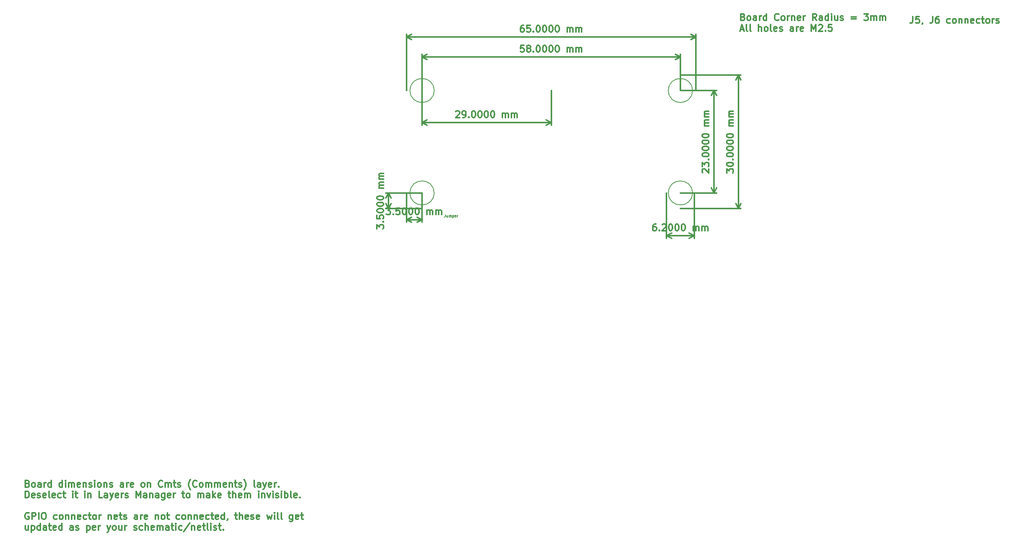
<source format=gbr>
%TF.GenerationSoftware,KiCad,Pcbnew,7.0.9*%
%TF.CreationDate,2023-12-14T14:22:22+02:00*%
%TF.ProjectId,Pi HAT,50692048-4154-42e6-9b69-6361645f7063,0.1.0*%
%TF.SameCoordinates,Original*%
%TF.FileFunction,Other,Comment*%
%FSLAX46Y46*%
G04 Gerber Fmt 4.6, Leading zero omitted, Abs format (unit mm)*
G04 Created by KiCad (PCBNEW 7.0.9) date 2023-12-14 14:22:22*
%MOMM*%
%LPD*%
G01*
G04 APERTURE LIST*
%ADD10C,0.150000*%
%ADD11C,0.300000*%
G04 APERTURE END LIST*
D10*
X126259999Y-122389771D02*
X126259999Y-122818342D01*
X126259999Y-122818342D02*
X126231428Y-122904057D01*
X126231428Y-122904057D02*
X126174285Y-122961200D01*
X126174285Y-122961200D02*
X126088571Y-122989771D01*
X126088571Y-122989771D02*
X126031428Y-122989771D01*
X126802857Y-122589771D02*
X126802857Y-122989771D01*
X126545714Y-122589771D02*
X126545714Y-122904057D01*
X126545714Y-122904057D02*
X126574285Y-122961200D01*
X126574285Y-122961200D02*
X126631428Y-122989771D01*
X126631428Y-122989771D02*
X126717142Y-122989771D01*
X126717142Y-122989771D02*
X126774285Y-122961200D01*
X126774285Y-122961200D02*
X126802857Y-122932628D01*
X127088571Y-122989771D02*
X127088571Y-122589771D01*
X127088571Y-122646914D02*
X127117142Y-122618342D01*
X127117142Y-122618342D02*
X127174285Y-122589771D01*
X127174285Y-122589771D02*
X127259999Y-122589771D01*
X127259999Y-122589771D02*
X127317142Y-122618342D01*
X127317142Y-122618342D02*
X127345714Y-122675485D01*
X127345714Y-122675485D02*
X127345714Y-122989771D01*
X127345714Y-122675485D02*
X127374285Y-122618342D01*
X127374285Y-122618342D02*
X127431428Y-122589771D01*
X127431428Y-122589771D02*
X127517142Y-122589771D01*
X127517142Y-122589771D02*
X127574285Y-122618342D01*
X127574285Y-122618342D02*
X127602856Y-122675485D01*
X127602856Y-122675485D02*
X127602856Y-122989771D01*
X127888571Y-122589771D02*
X127888571Y-123189771D01*
X127888571Y-122618342D02*
X127945714Y-122589771D01*
X127945714Y-122589771D02*
X128059999Y-122589771D01*
X128059999Y-122589771D02*
X128117142Y-122618342D01*
X128117142Y-122618342D02*
X128145714Y-122646914D01*
X128145714Y-122646914D02*
X128174285Y-122704057D01*
X128174285Y-122704057D02*
X128174285Y-122875485D01*
X128174285Y-122875485D02*
X128145714Y-122932628D01*
X128145714Y-122932628D02*
X128117142Y-122961200D01*
X128117142Y-122961200D02*
X128059999Y-122989771D01*
X128059999Y-122989771D02*
X127945714Y-122989771D01*
X127945714Y-122989771D02*
X127888571Y-122961200D01*
X128659999Y-122961200D02*
X128602856Y-122989771D01*
X128602856Y-122989771D02*
X128488571Y-122989771D01*
X128488571Y-122989771D02*
X128431428Y-122961200D01*
X128431428Y-122961200D02*
X128402856Y-122904057D01*
X128402856Y-122904057D02*
X128402856Y-122675485D01*
X128402856Y-122675485D02*
X128431428Y-122618342D01*
X128431428Y-122618342D02*
X128488571Y-122589771D01*
X128488571Y-122589771D02*
X128602856Y-122589771D01*
X128602856Y-122589771D02*
X128659999Y-122618342D01*
X128659999Y-122618342D02*
X128688571Y-122675485D01*
X128688571Y-122675485D02*
X128688571Y-122732628D01*
X128688571Y-122732628D02*
X128402856Y-122789771D01*
X128945714Y-122989771D02*
X128945714Y-122589771D01*
X128945714Y-122704057D02*
X128974285Y-122646914D01*
X128974285Y-122646914D02*
X129002857Y-122618342D01*
X129002857Y-122618342D02*
X129059999Y-122589771D01*
X129059999Y-122589771D02*
X129117142Y-122589771D01*
D11*
X231203429Y-77946328D02*
X231203429Y-79017757D01*
X231203429Y-79017757D02*
X231132000Y-79232042D01*
X231132000Y-79232042D02*
X230989143Y-79374900D01*
X230989143Y-79374900D02*
X230774857Y-79446328D01*
X230774857Y-79446328D02*
X230632000Y-79446328D01*
X232632000Y-77946328D02*
X231917714Y-77946328D01*
X231917714Y-77946328D02*
X231846286Y-78660614D01*
X231846286Y-78660614D02*
X231917714Y-78589185D01*
X231917714Y-78589185D02*
X232060572Y-78517757D01*
X232060572Y-78517757D02*
X232417714Y-78517757D01*
X232417714Y-78517757D02*
X232560572Y-78589185D01*
X232560572Y-78589185D02*
X232632000Y-78660614D01*
X232632000Y-78660614D02*
X232703429Y-78803471D01*
X232703429Y-78803471D02*
X232703429Y-79160614D01*
X232703429Y-79160614D02*
X232632000Y-79303471D01*
X232632000Y-79303471D02*
X232560572Y-79374900D01*
X232560572Y-79374900D02*
X232417714Y-79446328D01*
X232417714Y-79446328D02*
X232060572Y-79446328D01*
X232060572Y-79446328D02*
X231917714Y-79374900D01*
X231917714Y-79374900D02*
X231846286Y-79303471D01*
X233417714Y-79374900D02*
X233417714Y-79446328D01*
X233417714Y-79446328D02*
X233346285Y-79589185D01*
X233346285Y-79589185D02*
X233274857Y-79660614D01*
X235632000Y-77946328D02*
X235632000Y-79017757D01*
X235632000Y-79017757D02*
X235560571Y-79232042D01*
X235560571Y-79232042D02*
X235417714Y-79374900D01*
X235417714Y-79374900D02*
X235203428Y-79446328D01*
X235203428Y-79446328D02*
X235060571Y-79446328D01*
X236989143Y-77946328D02*
X236703428Y-77946328D01*
X236703428Y-77946328D02*
X236560571Y-78017757D01*
X236560571Y-78017757D02*
X236489143Y-78089185D01*
X236489143Y-78089185D02*
X236346285Y-78303471D01*
X236346285Y-78303471D02*
X236274857Y-78589185D01*
X236274857Y-78589185D02*
X236274857Y-79160614D01*
X236274857Y-79160614D02*
X236346285Y-79303471D01*
X236346285Y-79303471D02*
X236417714Y-79374900D01*
X236417714Y-79374900D02*
X236560571Y-79446328D01*
X236560571Y-79446328D02*
X236846285Y-79446328D01*
X236846285Y-79446328D02*
X236989143Y-79374900D01*
X236989143Y-79374900D02*
X237060571Y-79303471D01*
X237060571Y-79303471D02*
X237132000Y-79160614D01*
X237132000Y-79160614D02*
X237132000Y-78803471D01*
X237132000Y-78803471D02*
X237060571Y-78660614D01*
X237060571Y-78660614D02*
X236989143Y-78589185D01*
X236989143Y-78589185D02*
X236846285Y-78517757D01*
X236846285Y-78517757D02*
X236560571Y-78517757D01*
X236560571Y-78517757D02*
X236417714Y-78589185D01*
X236417714Y-78589185D02*
X236346285Y-78660614D01*
X236346285Y-78660614D02*
X236274857Y-78803471D01*
X239560571Y-79374900D02*
X239417713Y-79446328D01*
X239417713Y-79446328D02*
X239131999Y-79446328D01*
X239131999Y-79446328D02*
X238989142Y-79374900D01*
X238989142Y-79374900D02*
X238917713Y-79303471D01*
X238917713Y-79303471D02*
X238846285Y-79160614D01*
X238846285Y-79160614D02*
X238846285Y-78732042D01*
X238846285Y-78732042D02*
X238917713Y-78589185D01*
X238917713Y-78589185D02*
X238989142Y-78517757D01*
X238989142Y-78517757D02*
X239131999Y-78446328D01*
X239131999Y-78446328D02*
X239417713Y-78446328D01*
X239417713Y-78446328D02*
X239560571Y-78517757D01*
X240417713Y-79446328D02*
X240274856Y-79374900D01*
X240274856Y-79374900D02*
X240203427Y-79303471D01*
X240203427Y-79303471D02*
X240131999Y-79160614D01*
X240131999Y-79160614D02*
X240131999Y-78732042D01*
X240131999Y-78732042D02*
X240203427Y-78589185D01*
X240203427Y-78589185D02*
X240274856Y-78517757D01*
X240274856Y-78517757D02*
X240417713Y-78446328D01*
X240417713Y-78446328D02*
X240631999Y-78446328D01*
X240631999Y-78446328D02*
X240774856Y-78517757D01*
X240774856Y-78517757D02*
X240846285Y-78589185D01*
X240846285Y-78589185D02*
X240917713Y-78732042D01*
X240917713Y-78732042D02*
X240917713Y-79160614D01*
X240917713Y-79160614D02*
X240846285Y-79303471D01*
X240846285Y-79303471D02*
X240774856Y-79374900D01*
X240774856Y-79374900D02*
X240631999Y-79446328D01*
X240631999Y-79446328D02*
X240417713Y-79446328D01*
X241560570Y-78446328D02*
X241560570Y-79446328D01*
X241560570Y-78589185D02*
X241631999Y-78517757D01*
X241631999Y-78517757D02*
X241774856Y-78446328D01*
X241774856Y-78446328D02*
X241989142Y-78446328D01*
X241989142Y-78446328D02*
X242131999Y-78517757D01*
X242131999Y-78517757D02*
X242203428Y-78660614D01*
X242203428Y-78660614D02*
X242203428Y-79446328D01*
X242917713Y-78446328D02*
X242917713Y-79446328D01*
X242917713Y-78589185D02*
X242989142Y-78517757D01*
X242989142Y-78517757D02*
X243131999Y-78446328D01*
X243131999Y-78446328D02*
X243346285Y-78446328D01*
X243346285Y-78446328D02*
X243489142Y-78517757D01*
X243489142Y-78517757D02*
X243560571Y-78660614D01*
X243560571Y-78660614D02*
X243560571Y-79446328D01*
X244846285Y-79374900D02*
X244703428Y-79446328D01*
X244703428Y-79446328D02*
X244417714Y-79446328D01*
X244417714Y-79446328D02*
X244274856Y-79374900D01*
X244274856Y-79374900D02*
X244203428Y-79232042D01*
X244203428Y-79232042D02*
X244203428Y-78660614D01*
X244203428Y-78660614D02*
X244274856Y-78517757D01*
X244274856Y-78517757D02*
X244417714Y-78446328D01*
X244417714Y-78446328D02*
X244703428Y-78446328D01*
X244703428Y-78446328D02*
X244846285Y-78517757D01*
X244846285Y-78517757D02*
X244917714Y-78660614D01*
X244917714Y-78660614D02*
X244917714Y-78803471D01*
X244917714Y-78803471D02*
X244203428Y-78946328D01*
X246203428Y-79374900D02*
X246060570Y-79446328D01*
X246060570Y-79446328D02*
X245774856Y-79446328D01*
X245774856Y-79446328D02*
X245631999Y-79374900D01*
X245631999Y-79374900D02*
X245560570Y-79303471D01*
X245560570Y-79303471D02*
X245489142Y-79160614D01*
X245489142Y-79160614D02*
X245489142Y-78732042D01*
X245489142Y-78732042D02*
X245560570Y-78589185D01*
X245560570Y-78589185D02*
X245631999Y-78517757D01*
X245631999Y-78517757D02*
X245774856Y-78446328D01*
X245774856Y-78446328D02*
X246060570Y-78446328D01*
X246060570Y-78446328D02*
X246203428Y-78517757D01*
X246631999Y-78446328D02*
X247203427Y-78446328D01*
X246846284Y-77946328D02*
X246846284Y-79232042D01*
X246846284Y-79232042D02*
X246917713Y-79374900D01*
X246917713Y-79374900D02*
X247060570Y-79446328D01*
X247060570Y-79446328D02*
X247203427Y-79446328D01*
X247917713Y-79446328D02*
X247774856Y-79374900D01*
X247774856Y-79374900D02*
X247703427Y-79303471D01*
X247703427Y-79303471D02*
X247631999Y-79160614D01*
X247631999Y-79160614D02*
X247631999Y-78732042D01*
X247631999Y-78732042D02*
X247703427Y-78589185D01*
X247703427Y-78589185D02*
X247774856Y-78517757D01*
X247774856Y-78517757D02*
X247917713Y-78446328D01*
X247917713Y-78446328D02*
X248131999Y-78446328D01*
X248131999Y-78446328D02*
X248274856Y-78517757D01*
X248274856Y-78517757D02*
X248346285Y-78589185D01*
X248346285Y-78589185D02*
X248417713Y-78732042D01*
X248417713Y-78732042D02*
X248417713Y-79160614D01*
X248417713Y-79160614D02*
X248346285Y-79303471D01*
X248346285Y-79303471D02*
X248274856Y-79374900D01*
X248274856Y-79374900D02*
X248131999Y-79446328D01*
X248131999Y-79446328D02*
X247917713Y-79446328D01*
X249060570Y-79446328D02*
X249060570Y-78446328D01*
X249060570Y-78732042D02*
X249131999Y-78589185D01*
X249131999Y-78589185D02*
X249203428Y-78517757D01*
X249203428Y-78517757D02*
X249346285Y-78446328D01*
X249346285Y-78446328D02*
X249489142Y-78446328D01*
X249917713Y-79374900D02*
X250060570Y-79446328D01*
X250060570Y-79446328D02*
X250346284Y-79446328D01*
X250346284Y-79446328D02*
X250489141Y-79374900D01*
X250489141Y-79374900D02*
X250560570Y-79232042D01*
X250560570Y-79232042D02*
X250560570Y-79160614D01*
X250560570Y-79160614D02*
X250489141Y-79017757D01*
X250489141Y-79017757D02*
X250346284Y-78946328D01*
X250346284Y-78946328D02*
X250131999Y-78946328D01*
X250131999Y-78946328D02*
X249989141Y-78874900D01*
X249989141Y-78874900D02*
X249917713Y-78732042D01*
X249917713Y-78732042D02*
X249917713Y-78660614D01*
X249917713Y-78660614D02*
X249989141Y-78517757D01*
X249989141Y-78517757D02*
X250131999Y-78446328D01*
X250131999Y-78446328D02*
X250346284Y-78446328D01*
X250346284Y-78446328D02*
X250489141Y-78517757D01*
X32486510Y-182830614D02*
X32700796Y-182902042D01*
X32700796Y-182902042D02*
X32772225Y-182973471D01*
X32772225Y-182973471D02*
X32843653Y-183116328D01*
X32843653Y-183116328D02*
X32843653Y-183330614D01*
X32843653Y-183330614D02*
X32772225Y-183473471D01*
X32772225Y-183473471D02*
X32700796Y-183544900D01*
X32700796Y-183544900D02*
X32557939Y-183616328D01*
X32557939Y-183616328D02*
X31986510Y-183616328D01*
X31986510Y-183616328D02*
X31986510Y-182116328D01*
X31986510Y-182116328D02*
X32486510Y-182116328D01*
X32486510Y-182116328D02*
X32629368Y-182187757D01*
X32629368Y-182187757D02*
X32700796Y-182259185D01*
X32700796Y-182259185D02*
X32772225Y-182402042D01*
X32772225Y-182402042D02*
X32772225Y-182544900D01*
X32772225Y-182544900D02*
X32700796Y-182687757D01*
X32700796Y-182687757D02*
X32629368Y-182759185D01*
X32629368Y-182759185D02*
X32486510Y-182830614D01*
X32486510Y-182830614D02*
X31986510Y-182830614D01*
X33700796Y-183616328D02*
X33557939Y-183544900D01*
X33557939Y-183544900D02*
X33486510Y-183473471D01*
X33486510Y-183473471D02*
X33415082Y-183330614D01*
X33415082Y-183330614D02*
X33415082Y-182902042D01*
X33415082Y-182902042D02*
X33486510Y-182759185D01*
X33486510Y-182759185D02*
X33557939Y-182687757D01*
X33557939Y-182687757D02*
X33700796Y-182616328D01*
X33700796Y-182616328D02*
X33915082Y-182616328D01*
X33915082Y-182616328D02*
X34057939Y-182687757D01*
X34057939Y-182687757D02*
X34129368Y-182759185D01*
X34129368Y-182759185D02*
X34200796Y-182902042D01*
X34200796Y-182902042D02*
X34200796Y-183330614D01*
X34200796Y-183330614D02*
X34129368Y-183473471D01*
X34129368Y-183473471D02*
X34057939Y-183544900D01*
X34057939Y-183544900D02*
X33915082Y-183616328D01*
X33915082Y-183616328D02*
X33700796Y-183616328D01*
X35486511Y-183616328D02*
X35486511Y-182830614D01*
X35486511Y-182830614D02*
X35415082Y-182687757D01*
X35415082Y-182687757D02*
X35272225Y-182616328D01*
X35272225Y-182616328D02*
X34986511Y-182616328D01*
X34986511Y-182616328D02*
X34843653Y-182687757D01*
X35486511Y-183544900D02*
X35343653Y-183616328D01*
X35343653Y-183616328D02*
X34986511Y-183616328D01*
X34986511Y-183616328D02*
X34843653Y-183544900D01*
X34843653Y-183544900D02*
X34772225Y-183402042D01*
X34772225Y-183402042D02*
X34772225Y-183259185D01*
X34772225Y-183259185D02*
X34843653Y-183116328D01*
X34843653Y-183116328D02*
X34986511Y-183044900D01*
X34986511Y-183044900D02*
X35343653Y-183044900D01*
X35343653Y-183044900D02*
X35486511Y-182973471D01*
X36200796Y-183616328D02*
X36200796Y-182616328D01*
X36200796Y-182902042D02*
X36272225Y-182759185D01*
X36272225Y-182759185D02*
X36343654Y-182687757D01*
X36343654Y-182687757D02*
X36486511Y-182616328D01*
X36486511Y-182616328D02*
X36629368Y-182616328D01*
X37772225Y-183616328D02*
X37772225Y-182116328D01*
X37772225Y-183544900D02*
X37629367Y-183616328D01*
X37629367Y-183616328D02*
X37343653Y-183616328D01*
X37343653Y-183616328D02*
X37200796Y-183544900D01*
X37200796Y-183544900D02*
X37129367Y-183473471D01*
X37129367Y-183473471D02*
X37057939Y-183330614D01*
X37057939Y-183330614D02*
X37057939Y-182902042D01*
X37057939Y-182902042D02*
X37129367Y-182759185D01*
X37129367Y-182759185D02*
X37200796Y-182687757D01*
X37200796Y-182687757D02*
X37343653Y-182616328D01*
X37343653Y-182616328D02*
X37629367Y-182616328D01*
X37629367Y-182616328D02*
X37772225Y-182687757D01*
X40272225Y-183616328D02*
X40272225Y-182116328D01*
X40272225Y-183544900D02*
X40129367Y-183616328D01*
X40129367Y-183616328D02*
X39843653Y-183616328D01*
X39843653Y-183616328D02*
X39700796Y-183544900D01*
X39700796Y-183544900D02*
X39629367Y-183473471D01*
X39629367Y-183473471D02*
X39557939Y-183330614D01*
X39557939Y-183330614D02*
X39557939Y-182902042D01*
X39557939Y-182902042D02*
X39629367Y-182759185D01*
X39629367Y-182759185D02*
X39700796Y-182687757D01*
X39700796Y-182687757D02*
X39843653Y-182616328D01*
X39843653Y-182616328D02*
X40129367Y-182616328D01*
X40129367Y-182616328D02*
X40272225Y-182687757D01*
X40986510Y-183616328D02*
X40986510Y-182616328D01*
X40986510Y-182116328D02*
X40915082Y-182187757D01*
X40915082Y-182187757D02*
X40986510Y-182259185D01*
X40986510Y-182259185D02*
X41057939Y-182187757D01*
X41057939Y-182187757D02*
X40986510Y-182116328D01*
X40986510Y-182116328D02*
X40986510Y-182259185D01*
X41700796Y-183616328D02*
X41700796Y-182616328D01*
X41700796Y-182759185D02*
X41772225Y-182687757D01*
X41772225Y-182687757D02*
X41915082Y-182616328D01*
X41915082Y-182616328D02*
X42129368Y-182616328D01*
X42129368Y-182616328D02*
X42272225Y-182687757D01*
X42272225Y-182687757D02*
X42343654Y-182830614D01*
X42343654Y-182830614D02*
X42343654Y-183616328D01*
X42343654Y-182830614D02*
X42415082Y-182687757D01*
X42415082Y-182687757D02*
X42557939Y-182616328D01*
X42557939Y-182616328D02*
X42772225Y-182616328D01*
X42772225Y-182616328D02*
X42915082Y-182687757D01*
X42915082Y-182687757D02*
X42986511Y-182830614D01*
X42986511Y-182830614D02*
X42986511Y-183616328D01*
X44272225Y-183544900D02*
X44129368Y-183616328D01*
X44129368Y-183616328D02*
X43843654Y-183616328D01*
X43843654Y-183616328D02*
X43700796Y-183544900D01*
X43700796Y-183544900D02*
X43629368Y-183402042D01*
X43629368Y-183402042D02*
X43629368Y-182830614D01*
X43629368Y-182830614D02*
X43700796Y-182687757D01*
X43700796Y-182687757D02*
X43843654Y-182616328D01*
X43843654Y-182616328D02*
X44129368Y-182616328D01*
X44129368Y-182616328D02*
X44272225Y-182687757D01*
X44272225Y-182687757D02*
X44343654Y-182830614D01*
X44343654Y-182830614D02*
X44343654Y-182973471D01*
X44343654Y-182973471D02*
X43629368Y-183116328D01*
X44986510Y-182616328D02*
X44986510Y-183616328D01*
X44986510Y-182759185D02*
X45057939Y-182687757D01*
X45057939Y-182687757D02*
X45200796Y-182616328D01*
X45200796Y-182616328D02*
X45415082Y-182616328D01*
X45415082Y-182616328D02*
X45557939Y-182687757D01*
X45557939Y-182687757D02*
X45629368Y-182830614D01*
X45629368Y-182830614D02*
X45629368Y-183616328D01*
X46272225Y-183544900D02*
X46415082Y-183616328D01*
X46415082Y-183616328D02*
X46700796Y-183616328D01*
X46700796Y-183616328D02*
X46843653Y-183544900D01*
X46843653Y-183544900D02*
X46915082Y-183402042D01*
X46915082Y-183402042D02*
X46915082Y-183330614D01*
X46915082Y-183330614D02*
X46843653Y-183187757D01*
X46843653Y-183187757D02*
X46700796Y-183116328D01*
X46700796Y-183116328D02*
X46486511Y-183116328D01*
X46486511Y-183116328D02*
X46343653Y-183044900D01*
X46343653Y-183044900D02*
X46272225Y-182902042D01*
X46272225Y-182902042D02*
X46272225Y-182830614D01*
X46272225Y-182830614D02*
X46343653Y-182687757D01*
X46343653Y-182687757D02*
X46486511Y-182616328D01*
X46486511Y-182616328D02*
X46700796Y-182616328D01*
X46700796Y-182616328D02*
X46843653Y-182687757D01*
X47557939Y-183616328D02*
X47557939Y-182616328D01*
X47557939Y-182116328D02*
X47486511Y-182187757D01*
X47486511Y-182187757D02*
X47557939Y-182259185D01*
X47557939Y-182259185D02*
X47629368Y-182187757D01*
X47629368Y-182187757D02*
X47557939Y-182116328D01*
X47557939Y-182116328D02*
X47557939Y-182259185D01*
X48486511Y-183616328D02*
X48343654Y-183544900D01*
X48343654Y-183544900D02*
X48272225Y-183473471D01*
X48272225Y-183473471D02*
X48200797Y-183330614D01*
X48200797Y-183330614D02*
X48200797Y-182902042D01*
X48200797Y-182902042D02*
X48272225Y-182759185D01*
X48272225Y-182759185D02*
X48343654Y-182687757D01*
X48343654Y-182687757D02*
X48486511Y-182616328D01*
X48486511Y-182616328D02*
X48700797Y-182616328D01*
X48700797Y-182616328D02*
X48843654Y-182687757D01*
X48843654Y-182687757D02*
X48915083Y-182759185D01*
X48915083Y-182759185D02*
X48986511Y-182902042D01*
X48986511Y-182902042D02*
X48986511Y-183330614D01*
X48986511Y-183330614D02*
X48915083Y-183473471D01*
X48915083Y-183473471D02*
X48843654Y-183544900D01*
X48843654Y-183544900D02*
X48700797Y-183616328D01*
X48700797Y-183616328D02*
X48486511Y-183616328D01*
X49629368Y-182616328D02*
X49629368Y-183616328D01*
X49629368Y-182759185D02*
X49700797Y-182687757D01*
X49700797Y-182687757D02*
X49843654Y-182616328D01*
X49843654Y-182616328D02*
X50057940Y-182616328D01*
X50057940Y-182616328D02*
X50200797Y-182687757D01*
X50200797Y-182687757D02*
X50272226Y-182830614D01*
X50272226Y-182830614D02*
X50272226Y-183616328D01*
X50915083Y-183544900D02*
X51057940Y-183616328D01*
X51057940Y-183616328D02*
X51343654Y-183616328D01*
X51343654Y-183616328D02*
X51486511Y-183544900D01*
X51486511Y-183544900D02*
X51557940Y-183402042D01*
X51557940Y-183402042D02*
X51557940Y-183330614D01*
X51557940Y-183330614D02*
X51486511Y-183187757D01*
X51486511Y-183187757D02*
X51343654Y-183116328D01*
X51343654Y-183116328D02*
X51129369Y-183116328D01*
X51129369Y-183116328D02*
X50986511Y-183044900D01*
X50986511Y-183044900D02*
X50915083Y-182902042D01*
X50915083Y-182902042D02*
X50915083Y-182830614D01*
X50915083Y-182830614D02*
X50986511Y-182687757D01*
X50986511Y-182687757D02*
X51129369Y-182616328D01*
X51129369Y-182616328D02*
X51343654Y-182616328D01*
X51343654Y-182616328D02*
X51486511Y-182687757D01*
X53986512Y-183616328D02*
X53986512Y-182830614D01*
X53986512Y-182830614D02*
X53915083Y-182687757D01*
X53915083Y-182687757D02*
X53772226Y-182616328D01*
X53772226Y-182616328D02*
X53486512Y-182616328D01*
X53486512Y-182616328D02*
X53343654Y-182687757D01*
X53986512Y-183544900D02*
X53843654Y-183616328D01*
X53843654Y-183616328D02*
X53486512Y-183616328D01*
X53486512Y-183616328D02*
X53343654Y-183544900D01*
X53343654Y-183544900D02*
X53272226Y-183402042D01*
X53272226Y-183402042D02*
X53272226Y-183259185D01*
X53272226Y-183259185D02*
X53343654Y-183116328D01*
X53343654Y-183116328D02*
X53486512Y-183044900D01*
X53486512Y-183044900D02*
X53843654Y-183044900D01*
X53843654Y-183044900D02*
X53986512Y-182973471D01*
X54700797Y-183616328D02*
X54700797Y-182616328D01*
X54700797Y-182902042D02*
X54772226Y-182759185D01*
X54772226Y-182759185D02*
X54843655Y-182687757D01*
X54843655Y-182687757D02*
X54986512Y-182616328D01*
X54986512Y-182616328D02*
X55129369Y-182616328D01*
X56200797Y-183544900D02*
X56057940Y-183616328D01*
X56057940Y-183616328D02*
X55772226Y-183616328D01*
X55772226Y-183616328D02*
X55629368Y-183544900D01*
X55629368Y-183544900D02*
X55557940Y-183402042D01*
X55557940Y-183402042D02*
X55557940Y-182830614D01*
X55557940Y-182830614D02*
X55629368Y-182687757D01*
X55629368Y-182687757D02*
X55772226Y-182616328D01*
X55772226Y-182616328D02*
X56057940Y-182616328D01*
X56057940Y-182616328D02*
X56200797Y-182687757D01*
X56200797Y-182687757D02*
X56272226Y-182830614D01*
X56272226Y-182830614D02*
X56272226Y-182973471D01*
X56272226Y-182973471D02*
X55557940Y-183116328D01*
X58272225Y-183616328D02*
X58129368Y-183544900D01*
X58129368Y-183544900D02*
X58057939Y-183473471D01*
X58057939Y-183473471D02*
X57986511Y-183330614D01*
X57986511Y-183330614D02*
X57986511Y-182902042D01*
X57986511Y-182902042D02*
X58057939Y-182759185D01*
X58057939Y-182759185D02*
X58129368Y-182687757D01*
X58129368Y-182687757D02*
X58272225Y-182616328D01*
X58272225Y-182616328D02*
X58486511Y-182616328D01*
X58486511Y-182616328D02*
X58629368Y-182687757D01*
X58629368Y-182687757D02*
X58700797Y-182759185D01*
X58700797Y-182759185D02*
X58772225Y-182902042D01*
X58772225Y-182902042D02*
X58772225Y-183330614D01*
X58772225Y-183330614D02*
X58700797Y-183473471D01*
X58700797Y-183473471D02*
X58629368Y-183544900D01*
X58629368Y-183544900D02*
X58486511Y-183616328D01*
X58486511Y-183616328D02*
X58272225Y-183616328D01*
X59415082Y-182616328D02*
X59415082Y-183616328D01*
X59415082Y-182759185D02*
X59486511Y-182687757D01*
X59486511Y-182687757D02*
X59629368Y-182616328D01*
X59629368Y-182616328D02*
X59843654Y-182616328D01*
X59843654Y-182616328D02*
X59986511Y-182687757D01*
X59986511Y-182687757D02*
X60057940Y-182830614D01*
X60057940Y-182830614D02*
X60057940Y-183616328D01*
X62772225Y-183473471D02*
X62700797Y-183544900D01*
X62700797Y-183544900D02*
X62486511Y-183616328D01*
X62486511Y-183616328D02*
X62343654Y-183616328D01*
X62343654Y-183616328D02*
X62129368Y-183544900D01*
X62129368Y-183544900D02*
X61986511Y-183402042D01*
X61986511Y-183402042D02*
X61915082Y-183259185D01*
X61915082Y-183259185D02*
X61843654Y-182973471D01*
X61843654Y-182973471D02*
X61843654Y-182759185D01*
X61843654Y-182759185D02*
X61915082Y-182473471D01*
X61915082Y-182473471D02*
X61986511Y-182330614D01*
X61986511Y-182330614D02*
X62129368Y-182187757D01*
X62129368Y-182187757D02*
X62343654Y-182116328D01*
X62343654Y-182116328D02*
X62486511Y-182116328D01*
X62486511Y-182116328D02*
X62700797Y-182187757D01*
X62700797Y-182187757D02*
X62772225Y-182259185D01*
X63415082Y-183616328D02*
X63415082Y-182616328D01*
X63415082Y-182759185D02*
X63486511Y-182687757D01*
X63486511Y-182687757D02*
X63629368Y-182616328D01*
X63629368Y-182616328D02*
X63843654Y-182616328D01*
X63843654Y-182616328D02*
X63986511Y-182687757D01*
X63986511Y-182687757D02*
X64057940Y-182830614D01*
X64057940Y-182830614D02*
X64057940Y-183616328D01*
X64057940Y-182830614D02*
X64129368Y-182687757D01*
X64129368Y-182687757D02*
X64272225Y-182616328D01*
X64272225Y-182616328D02*
X64486511Y-182616328D01*
X64486511Y-182616328D02*
X64629368Y-182687757D01*
X64629368Y-182687757D02*
X64700797Y-182830614D01*
X64700797Y-182830614D02*
X64700797Y-183616328D01*
X65200797Y-182616328D02*
X65772225Y-182616328D01*
X65415082Y-182116328D02*
X65415082Y-183402042D01*
X65415082Y-183402042D02*
X65486511Y-183544900D01*
X65486511Y-183544900D02*
X65629368Y-183616328D01*
X65629368Y-183616328D02*
X65772225Y-183616328D01*
X66200797Y-183544900D02*
X66343654Y-183616328D01*
X66343654Y-183616328D02*
X66629368Y-183616328D01*
X66629368Y-183616328D02*
X66772225Y-183544900D01*
X66772225Y-183544900D02*
X66843654Y-183402042D01*
X66843654Y-183402042D02*
X66843654Y-183330614D01*
X66843654Y-183330614D02*
X66772225Y-183187757D01*
X66772225Y-183187757D02*
X66629368Y-183116328D01*
X66629368Y-183116328D02*
X66415083Y-183116328D01*
X66415083Y-183116328D02*
X66272225Y-183044900D01*
X66272225Y-183044900D02*
X66200797Y-182902042D01*
X66200797Y-182902042D02*
X66200797Y-182830614D01*
X66200797Y-182830614D02*
X66272225Y-182687757D01*
X66272225Y-182687757D02*
X66415083Y-182616328D01*
X66415083Y-182616328D02*
X66629368Y-182616328D01*
X66629368Y-182616328D02*
X66772225Y-182687757D01*
X69057940Y-184187757D02*
X68986511Y-184116328D01*
X68986511Y-184116328D02*
X68843654Y-183902042D01*
X68843654Y-183902042D02*
X68772226Y-183759185D01*
X68772226Y-183759185D02*
X68700797Y-183544900D01*
X68700797Y-183544900D02*
X68629368Y-183187757D01*
X68629368Y-183187757D02*
X68629368Y-182902042D01*
X68629368Y-182902042D02*
X68700797Y-182544900D01*
X68700797Y-182544900D02*
X68772226Y-182330614D01*
X68772226Y-182330614D02*
X68843654Y-182187757D01*
X68843654Y-182187757D02*
X68986511Y-181973471D01*
X68986511Y-181973471D02*
X69057940Y-181902042D01*
X70486511Y-183473471D02*
X70415083Y-183544900D01*
X70415083Y-183544900D02*
X70200797Y-183616328D01*
X70200797Y-183616328D02*
X70057940Y-183616328D01*
X70057940Y-183616328D02*
X69843654Y-183544900D01*
X69843654Y-183544900D02*
X69700797Y-183402042D01*
X69700797Y-183402042D02*
X69629368Y-183259185D01*
X69629368Y-183259185D02*
X69557940Y-182973471D01*
X69557940Y-182973471D02*
X69557940Y-182759185D01*
X69557940Y-182759185D02*
X69629368Y-182473471D01*
X69629368Y-182473471D02*
X69700797Y-182330614D01*
X69700797Y-182330614D02*
X69843654Y-182187757D01*
X69843654Y-182187757D02*
X70057940Y-182116328D01*
X70057940Y-182116328D02*
X70200797Y-182116328D01*
X70200797Y-182116328D02*
X70415083Y-182187757D01*
X70415083Y-182187757D02*
X70486511Y-182259185D01*
X71343654Y-183616328D02*
X71200797Y-183544900D01*
X71200797Y-183544900D02*
X71129368Y-183473471D01*
X71129368Y-183473471D02*
X71057940Y-183330614D01*
X71057940Y-183330614D02*
X71057940Y-182902042D01*
X71057940Y-182902042D02*
X71129368Y-182759185D01*
X71129368Y-182759185D02*
X71200797Y-182687757D01*
X71200797Y-182687757D02*
X71343654Y-182616328D01*
X71343654Y-182616328D02*
X71557940Y-182616328D01*
X71557940Y-182616328D02*
X71700797Y-182687757D01*
X71700797Y-182687757D02*
X71772226Y-182759185D01*
X71772226Y-182759185D02*
X71843654Y-182902042D01*
X71843654Y-182902042D02*
X71843654Y-183330614D01*
X71843654Y-183330614D02*
X71772226Y-183473471D01*
X71772226Y-183473471D02*
X71700797Y-183544900D01*
X71700797Y-183544900D02*
X71557940Y-183616328D01*
X71557940Y-183616328D02*
X71343654Y-183616328D01*
X72486511Y-183616328D02*
X72486511Y-182616328D01*
X72486511Y-182759185D02*
X72557940Y-182687757D01*
X72557940Y-182687757D02*
X72700797Y-182616328D01*
X72700797Y-182616328D02*
X72915083Y-182616328D01*
X72915083Y-182616328D02*
X73057940Y-182687757D01*
X73057940Y-182687757D02*
X73129369Y-182830614D01*
X73129369Y-182830614D02*
X73129369Y-183616328D01*
X73129369Y-182830614D02*
X73200797Y-182687757D01*
X73200797Y-182687757D02*
X73343654Y-182616328D01*
X73343654Y-182616328D02*
X73557940Y-182616328D01*
X73557940Y-182616328D02*
X73700797Y-182687757D01*
X73700797Y-182687757D02*
X73772226Y-182830614D01*
X73772226Y-182830614D02*
X73772226Y-183616328D01*
X74486511Y-183616328D02*
X74486511Y-182616328D01*
X74486511Y-182759185D02*
X74557940Y-182687757D01*
X74557940Y-182687757D02*
X74700797Y-182616328D01*
X74700797Y-182616328D02*
X74915083Y-182616328D01*
X74915083Y-182616328D02*
X75057940Y-182687757D01*
X75057940Y-182687757D02*
X75129369Y-182830614D01*
X75129369Y-182830614D02*
X75129369Y-183616328D01*
X75129369Y-182830614D02*
X75200797Y-182687757D01*
X75200797Y-182687757D02*
X75343654Y-182616328D01*
X75343654Y-182616328D02*
X75557940Y-182616328D01*
X75557940Y-182616328D02*
X75700797Y-182687757D01*
X75700797Y-182687757D02*
X75772226Y-182830614D01*
X75772226Y-182830614D02*
X75772226Y-183616328D01*
X77057940Y-183544900D02*
X76915083Y-183616328D01*
X76915083Y-183616328D02*
X76629369Y-183616328D01*
X76629369Y-183616328D02*
X76486511Y-183544900D01*
X76486511Y-183544900D02*
X76415083Y-183402042D01*
X76415083Y-183402042D02*
X76415083Y-182830614D01*
X76415083Y-182830614D02*
X76486511Y-182687757D01*
X76486511Y-182687757D02*
X76629369Y-182616328D01*
X76629369Y-182616328D02*
X76915083Y-182616328D01*
X76915083Y-182616328D02*
X77057940Y-182687757D01*
X77057940Y-182687757D02*
X77129369Y-182830614D01*
X77129369Y-182830614D02*
X77129369Y-182973471D01*
X77129369Y-182973471D02*
X76415083Y-183116328D01*
X77772225Y-182616328D02*
X77772225Y-183616328D01*
X77772225Y-182759185D02*
X77843654Y-182687757D01*
X77843654Y-182687757D02*
X77986511Y-182616328D01*
X77986511Y-182616328D02*
X78200797Y-182616328D01*
X78200797Y-182616328D02*
X78343654Y-182687757D01*
X78343654Y-182687757D02*
X78415083Y-182830614D01*
X78415083Y-182830614D02*
X78415083Y-183616328D01*
X78915083Y-182616328D02*
X79486511Y-182616328D01*
X79129368Y-182116328D02*
X79129368Y-183402042D01*
X79129368Y-183402042D02*
X79200797Y-183544900D01*
X79200797Y-183544900D02*
X79343654Y-183616328D01*
X79343654Y-183616328D02*
X79486511Y-183616328D01*
X79915083Y-183544900D02*
X80057940Y-183616328D01*
X80057940Y-183616328D02*
X80343654Y-183616328D01*
X80343654Y-183616328D02*
X80486511Y-183544900D01*
X80486511Y-183544900D02*
X80557940Y-183402042D01*
X80557940Y-183402042D02*
X80557940Y-183330614D01*
X80557940Y-183330614D02*
X80486511Y-183187757D01*
X80486511Y-183187757D02*
X80343654Y-183116328D01*
X80343654Y-183116328D02*
X80129369Y-183116328D01*
X80129369Y-183116328D02*
X79986511Y-183044900D01*
X79986511Y-183044900D02*
X79915083Y-182902042D01*
X79915083Y-182902042D02*
X79915083Y-182830614D01*
X79915083Y-182830614D02*
X79986511Y-182687757D01*
X79986511Y-182687757D02*
X80129369Y-182616328D01*
X80129369Y-182616328D02*
X80343654Y-182616328D01*
X80343654Y-182616328D02*
X80486511Y-182687757D01*
X81057940Y-184187757D02*
X81129369Y-184116328D01*
X81129369Y-184116328D02*
X81272226Y-183902042D01*
X81272226Y-183902042D02*
X81343655Y-183759185D01*
X81343655Y-183759185D02*
X81415083Y-183544900D01*
X81415083Y-183544900D02*
X81486512Y-183187757D01*
X81486512Y-183187757D02*
X81486512Y-182902042D01*
X81486512Y-182902042D02*
X81415083Y-182544900D01*
X81415083Y-182544900D02*
X81343655Y-182330614D01*
X81343655Y-182330614D02*
X81272226Y-182187757D01*
X81272226Y-182187757D02*
X81129369Y-181973471D01*
X81129369Y-181973471D02*
X81057940Y-181902042D01*
X83557940Y-183616328D02*
X83415083Y-183544900D01*
X83415083Y-183544900D02*
X83343654Y-183402042D01*
X83343654Y-183402042D02*
X83343654Y-182116328D01*
X84772226Y-183616328D02*
X84772226Y-182830614D01*
X84772226Y-182830614D02*
X84700797Y-182687757D01*
X84700797Y-182687757D02*
X84557940Y-182616328D01*
X84557940Y-182616328D02*
X84272226Y-182616328D01*
X84272226Y-182616328D02*
X84129368Y-182687757D01*
X84772226Y-183544900D02*
X84629368Y-183616328D01*
X84629368Y-183616328D02*
X84272226Y-183616328D01*
X84272226Y-183616328D02*
X84129368Y-183544900D01*
X84129368Y-183544900D02*
X84057940Y-183402042D01*
X84057940Y-183402042D02*
X84057940Y-183259185D01*
X84057940Y-183259185D02*
X84129368Y-183116328D01*
X84129368Y-183116328D02*
X84272226Y-183044900D01*
X84272226Y-183044900D02*
X84629368Y-183044900D01*
X84629368Y-183044900D02*
X84772226Y-182973471D01*
X85343654Y-182616328D02*
X85700797Y-183616328D01*
X86057940Y-182616328D02*
X85700797Y-183616328D01*
X85700797Y-183616328D02*
X85557940Y-183973471D01*
X85557940Y-183973471D02*
X85486511Y-184044900D01*
X85486511Y-184044900D02*
X85343654Y-184116328D01*
X87200797Y-183544900D02*
X87057940Y-183616328D01*
X87057940Y-183616328D02*
X86772226Y-183616328D01*
X86772226Y-183616328D02*
X86629368Y-183544900D01*
X86629368Y-183544900D02*
X86557940Y-183402042D01*
X86557940Y-183402042D02*
X86557940Y-182830614D01*
X86557940Y-182830614D02*
X86629368Y-182687757D01*
X86629368Y-182687757D02*
X86772226Y-182616328D01*
X86772226Y-182616328D02*
X87057940Y-182616328D01*
X87057940Y-182616328D02*
X87200797Y-182687757D01*
X87200797Y-182687757D02*
X87272226Y-182830614D01*
X87272226Y-182830614D02*
X87272226Y-182973471D01*
X87272226Y-182973471D02*
X86557940Y-183116328D01*
X87915082Y-183616328D02*
X87915082Y-182616328D01*
X87915082Y-182902042D02*
X87986511Y-182759185D01*
X87986511Y-182759185D02*
X88057940Y-182687757D01*
X88057940Y-182687757D02*
X88200797Y-182616328D01*
X88200797Y-182616328D02*
X88343654Y-182616328D01*
X88843653Y-183473471D02*
X88915082Y-183544900D01*
X88915082Y-183544900D02*
X88843653Y-183616328D01*
X88843653Y-183616328D02*
X88772225Y-183544900D01*
X88772225Y-183544900D02*
X88843653Y-183473471D01*
X88843653Y-183473471D02*
X88843653Y-183616328D01*
X31986510Y-186031328D02*
X31986510Y-184531328D01*
X31986510Y-184531328D02*
X32343653Y-184531328D01*
X32343653Y-184531328D02*
X32557939Y-184602757D01*
X32557939Y-184602757D02*
X32700796Y-184745614D01*
X32700796Y-184745614D02*
X32772225Y-184888471D01*
X32772225Y-184888471D02*
X32843653Y-185174185D01*
X32843653Y-185174185D02*
X32843653Y-185388471D01*
X32843653Y-185388471D02*
X32772225Y-185674185D01*
X32772225Y-185674185D02*
X32700796Y-185817042D01*
X32700796Y-185817042D02*
X32557939Y-185959900D01*
X32557939Y-185959900D02*
X32343653Y-186031328D01*
X32343653Y-186031328D02*
X31986510Y-186031328D01*
X34057939Y-185959900D02*
X33915082Y-186031328D01*
X33915082Y-186031328D02*
X33629368Y-186031328D01*
X33629368Y-186031328D02*
X33486510Y-185959900D01*
X33486510Y-185959900D02*
X33415082Y-185817042D01*
X33415082Y-185817042D02*
X33415082Y-185245614D01*
X33415082Y-185245614D02*
X33486510Y-185102757D01*
X33486510Y-185102757D02*
X33629368Y-185031328D01*
X33629368Y-185031328D02*
X33915082Y-185031328D01*
X33915082Y-185031328D02*
X34057939Y-185102757D01*
X34057939Y-185102757D02*
X34129368Y-185245614D01*
X34129368Y-185245614D02*
X34129368Y-185388471D01*
X34129368Y-185388471D02*
X33415082Y-185531328D01*
X34700796Y-185959900D02*
X34843653Y-186031328D01*
X34843653Y-186031328D02*
X35129367Y-186031328D01*
X35129367Y-186031328D02*
X35272224Y-185959900D01*
X35272224Y-185959900D02*
X35343653Y-185817042D01*
X35343653Y-185817042D02*
X35343653Y-185745614D01*
X35343653Y-185745614D02*
X35272224Y-185602757D01*
X35272224Y-185602757D02*
X35129367Y-185531328D01*
X35129367Y-185531328D02*
X34915082Y-185531328D01*
X34915082Y-185531328D02*
X34772224Y-185459900D01*
X34772224Y-185459900D02*
X34700796Y-185317042D01*
X34700796Y-185317042D02*
X34700796Y-185245614D01*
X34700796Y-185245614D02*
X34772224Y-185102757D01*
X34772224Y-185102757D02*
X34915082Y-185031328D01*
X34915082Y-185031328D02*
X35129367Y-185031328D01*
X35129367Y-185031328D02*
X35272224Y-185102757D01*
X36557939Y-185959900D02*
X36415082Y-186031328D01*
X36415082Y-186031328D02*
X36129368Y-186031328D01*
X36129368Y-186031328D02*
X35986510Y-185959900D01*
X35986510Y-185959900D02*
X35915082Y-185817042D01*
X35915082Y-185817042D02*
X35915082Y-185245614D01*
X35915082Y-185245614D02*
X35986510Y-185102757D01*
X35986510Y-185102757D02*
X36129368Y-185031328D01*
X36129368Y-185031328D02*
X36415082Y-185031328D01*
X36415082Y-185031328D02*
X36557939Y-185102757D01*
X36557939Y-185102757D02*
X36629368Y-185245614D01*
X36629368Y-185245614D02*
X36629368Y-185388471D01*
X36629368Y-185388471D02*
X35915082Y-185531328D01*
X37486510Y-186031328D02*
X37343653Y-185959900D01*
X37343653Y-185959900D02*
X37272224Y-185817042D01*
X37272224Y-185817042D02*
X37272224Y-184531328D01*
X38629367Y-185959900D02*
X38486510Y-186031328D01*
X38486510Y-186031328D02*
X38200796Y-186031328D01*
X38200796Y-186031328D02*
X38057938Y-185959900D01*
X38057938Y-185959900D02*
X37986510Y-185817042D01*
X37986510Y-185817042D02*
X37986510Y-185245614D01*
X37986510Y-185245614D02*
X38057938Y-185102757D01*
X38057938Y-185102757D02*
X38200796Y-185031328D01*
X38200796Y-185031328D02*
X38486510Y-185031328D01*
X38486510Y-185031328D02*
X38629367Y-185102757D01*
X38629367Y-185102757D02*
X38700796Y-185245614D01*
X38700796Y-185245614D02*
X38700796Y-185388471D01*
X38700796Y-185388471D02*
X37986510Y-185531328D01*
X39986510Y-185959900D02*
X39843652Y-186031328D01*
X39843652Y-186031328D02*
X39557938Y-186031328D01*
X39557938Y-186031328D02*
X39415081Y-185959900D01*
X39415081Y-185959900D02*
X39343652Y-185888471D01*
X39343652Y-185888471D02*
X39272224Y-185745614D01*
X39272224Y-185745614D02*
X39272224Y-185317042D01*
X39272224Y-185317042D02*
X39343652Y-185174185D01*
X39343652Y-185174185D02*
X39415081Y-185102757D01*
X39415081Y-185102757D02*
X39557938Y-185031328D01*
X39557938Y-185031328D02*
X39843652Y-185031328D01*
X39843652Y-185031328D02*
X39986510Y-185102757D01*
X40415081Y-185031328D02*
X40986509Y-185031328D01*
X40629366Y-184531328D02*
X40629366Y-185817042D01*
X40629366Y-185817042D02*
X40700795Y-185959900D01*
X40700795Y-185959900D02*
X40843652Y-186031328D01*
X40843652Y-186031328D02*
X40986509Y-186031328D01*
X42629366Y-186031328D02*
X42629366Y-185031328D01*
X42629366Y-184531328D02*
X42557938Y-184602757D01*
X42557938Y-184602757D02*
X42629366Y-184674185D01*
X42629366Y-184674185D02*
X42700795Y-184602757D01*
X42700795Y-184602757D02*
X42629366Y-184531328D01*
X42629366Y-184531328D02*
X42629366Y-184674185D01*
X43129367Y-185031328D02*
X43700795Y-185031328D01*
X43343652Y-184531328D02*
X43343652Y-185817042D01*
X43343652Y-185817042D02*
X43415081Y-185959900D01*
X43415081Y-185959900D02*
X43557938Y-186031328D01*
X43557938Y-186031328D02*
X43700795Y-186031328D01*
X45343652Y-186031328D02*
X45343652Y-185031328D01*
X45343652Y-184531328D02*
X45272224Y-184602757D01*
X45272224Y-184602757D02*
X45343652Y-184674185D01*
X45343652Y-184674185D02*
X45415081Y-184602757D01*
X45415081Y-184602757D02*
X45343652Y-184531328D01*
X45343652Y-184531328D02*
X45343652Y-184674185D01*
X46057938Y-185031328D02*
X46057938Y-186031328D01*
X46057938Y-185174185D02*
X46129367Y-185102757D01*
X46129367Y-185102757D02*
X46272224Y-185031328D01*
X46272224Y-185031328D02*
X46486510Y-185031328D01*
X46486510Y-185031328D02*
X46629367Y-185102757D01*
X46629367Y-185102757D02*
X46700796Y-185245614D01*
X46700796Y-185245614D02*
X46700796Y-186031328D01*
X49272224Y-186031328D02*
X48557938Y-186031328D01*
X48557938Y-186031328D02*
X48557938Y-184531328D01*
X50415082Y-186031328D02*
X50415082Y-185245614D01*
X50415082Y-185245614D02*
X50343653Y-185102757D01*
X50343653Y-185102757D02*
X50200796Y-185031328D01*
X50200796Y-185031328D02*
X49915082Y-185031328D01*
X49915082Y-185031328D02*
X49772224Y-185102757D01*
X50415082Y-185959900D02*
X50272224Y-186031328D01*
X50272224Y-186031328D02*
X49915082Y-186031328D01*
X49915082Y-186031328D02*
X49772224Y-185959900D01*
X49772224Y-185959900D02*
X49700796Y-185817042D01*
X49700796Y-185817042D02*
X49700796Y-185674185D01*
X49700796Y-185674185D02*
X49772224Y-185531328D01*
X49772224Y-185531328D02*
X49915082Y-185459900D01*
X49915082Y-185459900D02*
X50272224Y-185459900D01*
X50272224Y-185459900D02*
X50415082Y-185388471D01*
X50986510Y-185031328D02*
X51343653Y-186031328D01*
X51700796Y-185031328D02*
X51343653Y-186031328D01*
X51343653Y-186031328D02*
X51200796Y-186388471D01*
X51200796Y-186388471D02*
X51129367Y-186459900D01*
X51129367Y-186459900D02*
X50986510Y-186531328D01*
X52843653Y-185959900D02*
X52700796Y-186031328D01*
X52700796Y-186031328D02*
X52415082Y-186031328D01*
X52415082Y-186031328D02*
X52272224Y-185959900D01*
X52272224Y-185959900D02*
X52200796Y-185817042D01*
X52200796Y-185817042D02*
X52200796Y-185245614D01*
X52200796Y-185245614D02*
X52272224Y-185102757D01*
X52272224Y-185102757D02*
X52415082Y-185031328D01*
X52415082Y-185031328D02*
X52700796Y-185031328D01*
X52700796Y-185031328D02*
X52843653Y-185102757D01*
X52843653Y-185102757D02*
X52915082Y-185245614D01*
X52915082Y-185245614D02*
X52915082Y-185388471D01*
X52915082Y-185388471D02*
X52200796Y-185531328D01*
X53557938Y-186031328D02*
X53557938Y-185031328D01*
X53557938Y-185317042D02*
X53629367Y-185174185D01*
X53629367Y-185174185D02*
X53700796Y-185102757D01*
X53700796Y-185102757D02*
X53843653Y-185031328D01*
X53843653Y-185031328D02*
X53986510Y-185031328D01*
X54415081Y-185959900D02*
X54557938Y-186031328D01*
X54557938Y-186031328D02*
X54843652Y-186031328D01*
X54843652Y-186031328D02*
X54986509Y-185959900D01*
X54986509Y-185959900D02*
X55057938Y-185817042D01*
X55057938Y-185817042D02*
X55057938Y-185745614D01*
X55057938Y-185745614D02*
X54986509Y-185602757D01*
X54986509Y-185602757D02*
X54843652Y-185531328D01*
X54843652Y-185531328D02*
X54629367Y-185531328D01*
X54629367Y-185531328D02*
X54486509Y-185459900D01*
X54486509Y-185459900D02*
X54415081Y-185317042D01*
X54415081Y-185317042D02*
X54415081Y-185245614D01*
X54415081Y-185245614D02*
X54486509Y-185102757D01*
X54486509Y-185102757D02*
X54629367Y-185031328D01*
X54629367Y-185031328D02*
X54843652Y-185031328D01*
X54843652Y-185031328D02*
X54986509Y-185102757D01*
X56843652Y-186031328D02*
X56843652Y-184531328D01*
X56843652Y-184531328D02*
X57343652Y-185602757D01*
X57343652Y-185602757D02*
X57843652Y-184531328D01*
X57843652Y-184531328D02*
X57843652Y-186031328D01*
X59200796Y-186031328D02*
X59200796Y-185245614D01*
X59200796Y-185245614D02*
X59129367Y-185102757D01*
X59129367Y-185102757D02*
X58986510Y-185031328D01*
X58986510Y-185031328D02*
X58700796Y-185031328D01*
X58700796Y-185031328D02*
X58557938Y-185102757D01*
X59200796Y-185959900D02*
X59057938Y-186031328D01*
X59057938Y-186031328D02*
X58700796Y-186031328D01*
X58700796Y-186031328D02*
X58557938Y-185959900D01*
X58557938Y-185959900D02*
X58486510Y-185817042D01*
X58486510Y-185817042D02*
X58486510Y-185674185D01*
X58486510Y-185674185D02*
X58557938Y-185531328D01*
X58557938Y-185531328D02*
X58700796Y-185459900D01*
X58700796Y-185459900D02*
X59057938Y-185459900D01*
X59057938Y-185459900D02*
X59200796Y-185388471D01*
X59915081Y-185031328D02*
X59915081Y-186031328D01*
X59915081Y-185174185D02*
X59986510Y-185102757D01*
X59986510Y-185102757D02*
X60129367Y-185031328D01*
X60129367Y-185031328D02*
X60343653Y-185031328D01*
X60343653Y-185031328D02*
X60486510Y-185102757D01*
X60486510Y-185102757D02*
X60557939Y-185245614D01*
X60557939Y-185245614D02*
X60557939Y-186031328D01*
X61915082Y-186031328D02*
X61915082Y-185245614D01*
X61915082Y-185245614D02*
X61843653Y-185102757D01*
X61843653Y-185102757D02*
X61700796Y-185031328D01*
X61700796Y-185031328D02*
X61415082Y-185031328D01*
X61415082Y-185031328D02*
X61272224Y-185102757D01*
X61915082Y-185959900D02*
X61772224Y-186031328D01*
X61772224Y-186031328D02*
X61415082Y-186031328D01*
X61415082Y-186031328D02*
X61272224Y-185959900D01*
X61272224Y-185959900D02*
X61200796Y-185817042D01*
X61200796Y-185817042D02*
X61200796Y-185674185D01*
X61200796Y-185674185D02*
X61272224Y-185531328D01*
X61272224Y-185531328D02*
X61415082Y-185459900D01*
X61415082Y-185459900D02*
X61772224Y-185459900D01*
X61772224Y-185459900D02*
X61915082Y-185388471D01*
X63272225Y-185031328D02*
X63272225Y-186245614D01*
X63272225Y-186245614D02*
X63200796Y-186388471D01*
X63200796Y-186388471D02*
X63129367Y-186459900D01*
X63129367Y-186459900D02*
X62986510Y-186531328D01*
X62986510Y-186531328D02*
X62772225Y-186531328D01*
X62772225Y-186531328D02*
X62629367Y-186459900D01*
X63272225Y-185959900D02*
X63129367Y-186031328D01*
X63129367Y-186031328D02*
X62843653Y-186031328D01*
X62843653Y-186031328D02*
X62700796Y-185959900D01*
X62700796Y-185959900D02*
X62629367Y-185888471D01*
X62629367Y-185888471D02*
X62557939Y-185745614D01*
X62557939Y-185745614D02*
X62557939Y-185317042D01*
X62557939Y-185317042D02*
X62629367Y-185174185D01*
X62629367Y-185174185D02*
X62700796Y-185102757D01*
X62700796Y-185102757D02*
X62843653Y-185031328D01*
X62843653Y-185031328D02*
X63129367Y-185031328D01*
X63129367Y-185031328D02*
X63272225Y-185102757D01*
X64557939Y-185959900D02*
X64415082Y-186031328D01*
X64415082Y-186031328D02*
X64129368Y-186031328D01*
X64129368Y-186031328D02*
X63986510Y-185959900D01*
X63986510Y-185959900D02*
X63915082Y-185817042D01*
X63915082Y-185817042D02*
X63915082Y-185245614D01*
X63915082Y-185245614D02*
X63986510Y-185102757D01*
X63986510Y-185102757D02*
X64129368Y-185031328D01*
X64129368Y-185031328D02*
X64415082Y-185031328D01*
X64415082Y-185031328D02*
X64557939Y-185102757D01*
X64557939Y-185102757D02*
X64629368Y-185245614D01*
X64629368Y-185245614D02*
X64629368Y-185388471D01*
X64629368Y-185388471D02*
X63915082Y-185531328D01*
X65272224Y-186031328D02*
X65272224Y-185031328D01*
X65272224Y-185317042D02*
X65343653Y-185174185D01*
X65343653Y-185174185D02*
X65415082Y-185102757D01*
X65415082Y-185102757D02*
X65557939Y-185031328D01*
X65557939Y-185031328D02*
X65700796Y-185031328D01*
X67129367Y-185031328D02*
X67700795Y-185031328D01*
X67343652Y-184531328D02*
X67343652Y-185817042D01*
X67343652Y-185817042D02*
X67415081Y-185959900D01*
X67415081Y-185959900D02*
X67557938Y-186031328D01*
X67557938Y-186031328D02*
X67700795Y-186031328D01*
X68415081Y-186031328D02*
X68272224Y-185959900D01*
X68272224Y-185959900D02*
X68200795Y-185888471D01*
X68200795Y-185888471D02*
X68129367Y-185745614D01*
X68129367Y-185745614D02*
X68129367Y-185317042D01*
X68129367Y-185317042D02*
X68200795Y-185174185D01*
X68200795Y-185174185D02*
X68272224Y-185102757D01*
X68272224Y-185102757D02*
X68415081Y-185031328D01*
X68415081Y-185031328D02*
X68629367Y-185031328D01*
X68629367Y-185031328D02*
X68772224Y-185102757D01*
X68772224Y-185102757D02*
X68843653Y-185174185D01*
X68843653Y-185174185D02*
X68915081Y-185317042D01*
X68915081Y-185317042D02*
X68915081Y-185745614D01*
X68915081Y-185745614D02*
X68843653Y-185888471D01*
X68843653Y-185888471D02*
X68772224Y-185959900D01*
X68772224Y-185959900D02*
X68629367Y-186031328D01*
X68629367Y-186031328D02*
X68415081Y-186031328D01*
X70700795Y-186031328D02*
X70700795Y-185031328D01*
X70700795Y-185174185D02*
X70772224Y-185102757D01*
X70772224Y-185102757D02*
X70915081Y-185031328D01*
X70915081Y-185031328D02*
X71129367Y-185031328D01*
X71129367Y-185031328D02*
X71272224Y-185102757D01*
X71272224Y-185102757D02*
X71343653Y-185245614D01*
X71343653Y-185245614D02*
X71343653Y-186031328D01*
X71343653Y-185245614D02*
X71415081Y-185102757D01*
X71415081Y-185102757D02*
X71557938Y-185031328D01*
X71557938Y-185031328D02*
X71772224Y-185031328D01*
X71772224Y-185031328D02*
X71915081Y-185102757D01*
X71915081Y-185102757D02*
X71986510Y-185245614D01*
X71986510Y-185245614D02*
X71986510Y-186031328D01*
X73343653Y-186031328D02*
X73343653Y-185245614D01*
X73343653Y-185245614D02*
X73272224Y-185102757D01*
X73272224Y-185102757D02*
X73129367Y-185031328D01*
X73129367Y-185031328D02*
X72843653Y-185031328D01*
X72843653Y-185031328D02*
X72700795Y-185102757D01*
X73343653Y-185959900D02*
X73200795Y-186031328D01*
X73200795Y-186031328D02*
X72843653Y-186031328D01*
X72843653Y-186031328D02*
X72700795Y-185959900D01*
X72700795Y-185959900D02*
X72629367Y-185817042D01*
X72629367Y-185817042D02*
X72629367Y-185674185D01*
X72629367Y-185674185D02*
X72700795Y-185531328D01*
X72700795Y-185531328D02*
X72843653Y-185459900D01*
X72843653Y-185459900D02*
X73200795Y-185459900D01*
X73200795Y-185459900D02*
X73343653Y-185388471D01*
X74057938Y-186031328D02*
X74057938Y-184531328D01*
X74200796Y-185459900D02*
X74629367Y-186031328D01*
X74629367Y-185031328D02*
X74057938Y-185602757D01*
X75843653Y-185959900D02*
X75700796Y-186031328D01*
X75700796Y-186031328D02*
X75415082Y-186031328D01*
X75415082Y-186031328D02*
X75272224Y-185959900D01*
X75272224Y-185959900D02*
X75200796Y-185817042D01*
X75200796Y-185817042D02*
X75200796Y-185245614D01*
X75200796Y-185245614D02*
X75272224Y-185102757D01*
X75272224Y-185102757D02*
X75415082Y-185031328D01*
X75415082Y-185031328D02*
X75700796Y-185031328D01*
X75700796Y-185031328D02*
X75843653Y-185102757D01*
X75843653Y-185102757D02*
X75915082Y-185245614D01*
X75915082Y-185245614D02*
X75915082Y-185388471D01*
X75915082Y-185388471D02*
X75200796Y-185531328D01*
X77486510Y-185031328D02*
X78057938Y-185031328D01*
X77700795Y-184531328D02*
X77700795Y-185817042D01*
X77700795Y-185817042D02*
X77772224Y-185959900D01*
X77772224Y-185959900D02*
X77915081Y-186031328D01*
X77915081Y-186031328D02*
X78057938Y-186031328D01*
X78557938Y-186031328D02*
X78557938Y-184531328D01*
X79200796Y-186031328D02*
X79200796Y-185245614D01*
X79200796Y-185245614D02*
X79129367Y-185102757D01*
X79129367Y-185102757D02*
X78986510Y-185031328D01*
X78986510Y-185031328D02*
X78772224Y-185031328D01*
X78772224Y-185031328D02*
X78629367Y-185102757D01*
X78629367Y-185102757D02*
X78557938Y-185174185D01*
X80486510Y-185959900D02*
X80343653Y-186031328D01*
X80343653Y-186031328D02*
X80057939Y-186031328D01*
X80057939Y-186031328D02*
X79915081Y-185959900D01*
X79915081Y-185959900D02*
X79843653Y-185817042D01*
X79843653Y-185817042D02*
X79843653Y-185245614D01*
X79843653Y-185245614D02*
X79915081Y-185102757D01*
X79915081Y-185102757D02*
X80057939Y-185031328D01*
X80057939Y-185031328D02*
X80343653Y-185031328D01*
X80343653Y-185031328D02*
X80486510Y-185102757D01*
X80486510Y-185102757D02*
X80557939Y-185245614D01*
X80557939Y-185245614D02*
X80557939Y-185388471D01*
X80557939Y-185388471D02*
X79843653Y-185531328D01*
X81200795Y-186031328D02*
X81200795Y-185031328D01*
X81200795Y-185174185D02*
X81272224Y-185102757D01*
X81272224Y-185102757D02*
X81415081Y-185031328D01*
X81415081Y-185031328D02*
X81629367Y-185031328D01*
X81629367Y-185031328D02*
X81772224Y-185102757D01*
X81772224Y-185102757D02*
X81843653Y-185245614D01*
X81843653Y-185245614D02*
X81843653Y-186031328D01*
X81843653Y-185245614D02*
X81915081Y-185102757D01*
X81915081Y-185102757D02*
X82057938Y-185031328D01*
X82057938Y-185031328D02*
X82272224Y-185031328D01*
X82272224Y-185031328D02*
X82415081Y-185102757D01*
X82415081Y-185102757D02*
X82486510Y-185245614D01*
X82486510Y-185245614D02*
X82486510Y-186031328D01*
X84343652Y-186031328D02*
X84343652Y-185031328D01*
X84343652Y-184531328D02*
X84272224Y-184602757D01*
X84272224Y-184602757D02*
X84343652Y-184674185D01*
X84343652Y-184674185D02*
X84415081Y-184602757D01*
X84415081Y-184602757D02*
X84343652Y-184531328D01*
X84343652Y-184531328D02*
X84343652Y-184674185D01*
X85057938Y-185031328D02*
X85057938Y-186031328D01*
X85057938Y-185174185D02*
X85129367Y-185102757D01*
X85129367Y-185102757D02*
X85272224Y-185031328D01*
X85272224Y-185031328D02*
X85486510Y-185031328D01*
X85486510Y-185031328D02*
X85629367Y-185102757D01*
X85629367Y-185102757D02*
X85700796Y-185245614D01*
X85700796Y-185245614D02*
X85700796Y-186031328D01*
X86272224Y-185031328D02*
X86629367Y-186031328D01*
X86629367Y-186031328D02*
X86986510Y-185031328D01*
X87557938Y-186031328D02*
X87557938Y-185031328D01*
X87557938Y-184531328D02*
X87486510Y-184602757D01*
X87486510Y-184602757D02*
X87557938Y-184674185D01*
X87557938Y-184674185D02*
X87629367Y-184602757D01*
X87629367Y-184602757D02*
X87557938Y-184531328D01*
X87557938Y-184531328D02*
X87557938Y-184674185D01*
X88200796Y-185959900D02*
X88343653Y-186031328D01*
X88343653Y-186031328D02*
X88629367Y-186031328D01*
X88629367Y-186031328D02*
X88772224Y-185959900D01*
X88772224Y-185959900D02*
X88843653Y-185817042D01*
X88843653Y-185817042D02*
X88843653Y-185745614D01*
X88843653Y-185745614D02*
X88772224Y-185602757D01*
X88772224Y-185602757D02*
X88629367Y-185531328D01*
X88629367Y-185531328D02*
X88415082Y-185531328D01*
X88415082Y-185531328D02*
X88272224Y-185459900D01*
X88272224Y-185459900D02*
X88200796Y-185317042D01*
X88200796Y-185317042D02*
X88200796Y-185245614D01*
X88200796Y-185245614D02*
X88272224Y-185102757D01*
X88272224Y-185102757D02*
X88415082Y-185031328D01*
X88415082Y-185031328D02*
X88629367Y-185031328D01*
X88629367Y-185031328D02*
X88772224Y-185102757D01*
X89486510Y-186031328D02*
X89486510Y-185031328D01*
X89486510Y-184531328D02*
X89415082Y-184602757D01*
X89415082Y-184602757D02*
X89486510Y-184674185D01*
X89486510Y-184674185D02*
X89557939Y-184602757D01*
X89557939Y-184602757D02*
X89486510Y-184531328D01*
X89486510Y-184531328D02*
X89486510Y-184674185D01*
X90200796Y-186031328D02*
X90200796Y-184531328D01*
X90200796Y-185102757D02*
X90343654Y-185031328D01*
X90343654Y-185031328D02*
X90629368Y-185031328D01*
X90629368Y-185031328D02*
X90772225Y-185102757D01*
X90772225Y-185102757D02*
X90843654Y-185174185D01*
X90843654Y-185174185D02*
X90915082Y-185317042D01*
X90915082Y-185317042D02*
X90915082Y-185745614D01*
X90915082Y-185745614D02*
X90843654Y-185888471D01*
X90843654Y-185888471D02*
X90772225Y-185959900D01*
X90772225Y-185959900D02*
X90629368Y-186031328D01*
X90629368Y-186031328D02*
X90343654Y-186031328D01*
X90343654Y-186031328D02*
X90200796Y-185959900D01*
X91772225Y-186031328D02*
X91629368Y-185959900D01*
X91629368Y-185959900D02*
X91557939Y-185817042D01*
X91557939Y-185817042D02*
X91557939Y-184531328D01*
X92915082Y-185959900D02*
X92772225Y-186031328D01*
X92772225Y-186031328D02*
X92486511Y-186031328D01*
X92486511Y-186031328D02*
X92343653Y-185959900D01*
X92343653Y-185959900D02*
X92272225Y-185817042D01*
X92272225Y-185817042D02*
X92272225Y-185245614D01*
X92272225Y-185245614D02*
X92343653Y-185102757D01*
X92343653Y-185102757D02*
X92486511Y-185031328D01*
X92486511Y-185031328D02*
X92772225Y-185031328D01*
X92772225Y-185031328D02*
X92915082Y-185102757D01*
X92915082Y-185102757D02*
X92986511Y-185245614D01*
X92986511Y-185245614D02*
X92986511Y-185388471D01*
X92986511Y-185388471D02*
X92272225Y-185531328D01*
X93629367Y-185888471D02*
X93700796Y-185959900D01*
X93700796Y-185959900D02*
X93629367Y-186031328D01*
X93629367Y-186031328D02*
X93557939Y-185959900D01*
X93557939Y-185959900D02*
X93629367Y-185888471D01*
X93629367Y-185888471D02*
X93629367Y-186031328D01*
X32772225Y-189432757D02*
X32629368Y-189361328D01*
X32629368Y-189361328D02*
X32415082Y-189361328D01*
X32415082Y-189361328D02*
X32200796Y-189432757D01*
X32200796Y-189432757D02*
X32057939Y-189575614D01*
X32057939Y-189575614D02*
X31986510Y-189718471D01*
X31986510Y-189718471D02*
X31915082Y-190004185D01*
X31915082Y-190004185D02*
X31915082Y-190218471D01*
X31915082Y-190218471D02*
X31986510Y-190504185D01*
X31986510Y-190504185D02*
X32057939Y-190647042D01*
X32057939Y-190647042D02*
X32200796Y-190789900D01*
X32200796Y-190789900D02*
X32415082Y-190861328D01*
X32415082Y-190861328D02*
X32557939Y-190861328D01*
X32557939Y-190861328D02*
X32772225Y-190789900D01*
X32772225Y-190789900D02*
X32843653Y-190718471D01*
X32843653Y-190718471D02*
X32843653Y-190218471D01*
X32843653Y-190218471D02*
X32557939Y-190218471D01*
X33486510Y-190861328D02*
X33486510Y-189361328D01*
X33486510Y-189361328D02*
X34057939Y-189361328D01*
X34057939Y-189361328D02*
X34200796Y-189432757D01*
X34200796Y-189432757D02*
X34272225Y-189504185D01*
X34272225Y-189504185D02*
X34343653Y-189647042D01*
X34343653Y-189647042D02*
X34343653Y-189861328D01*
X34343653Y-189861328D02*
X34272225Y-190004185D01*
X34272225Y-190004185D02*
X34200796Y-190075614D01*
X34200796Y-190075614D02*
X34057939Y-190147042D01*
X34057939Y-190147042D02*
X33486510Y-190147042D01*
X34986510Y-190861328D02*
X34986510Y-189361328D01*
X35986511Y-189361328D02*
X36272225Y-189361328D01*
X36272225Y-189361328D02*
X36415082Y-189432757D01*
X36415082Y-189432757D02*
X36557939Y-189575614D01*
X36557939Y-189575614D02*
X36629368Y-189861328D01*
X36629368Y-189861328D02*
X36629368Y-190361328D01*
X36629368Y-190361328D02*
X36557939Y-190647042D01*
X36557939Y-190647042D02*
X36415082Y-190789900D01*
X36415082Y-190789900D02*
X36272225Y-190861328D01*
X36272225Y-190861328D02*
X35986511Y-190861328D01*
X35986511Y-190861328D02*
X35843654Y-190789900D01*
X35843654Y-190789900D02*
X35700796Y-190647042D01*
X35700796Y-190647042D02*
X35629368Y-190361328D01*
X35629368Y-190361328D02*
X35629368Y-189861328D01*
X35629368Y-189861328D02*
X35700796Y-189575614D01*
X35700796Y-189575614D02*
X35843654Y-189432757D01*
X35843654Y-189432757D02*
X35986511Y-189361328D01*
X39057940Y-190789900D02*
X38915082Y-190861328D01*
X38915082Y-190861328D02*
X38629368Y-190861328D01*
X38629368Y-190861328D02*
X38486511Y-190789900D01*
X38486511Y-190789900D02*
X38415082Y-190718471D01*
X38415082Y-190718471D02*
X38343654Y-190575614D01*
X38343654Y-190575614D02*
X38343654Y-190147042D01*
X38343654Y-190147042D02*
X38415082Y-190004185D01*
X38415082Y-190004185D02*
X38486511Y-189932757D01*
X38486511Y-189932757D02*
X38629368Y-189861328D01*
X38629368Y-189861328D02*
X38915082Y-189861328D01*
X38915082Y-189861328D02*
X39057940Y-189932757D01*
X39915082Y-190861328D02*
X39772225Y-190789900D01*
X39772225Y-190789900D02*
X39700796Y-190718471D01*
X39700796Y-190718471D02*
X39629368Y-190575614D01*
X39629368Y-190575614D02*
X39629368Y-190147042D01*
X39629368Y-190147042D02*
X39700796Y-190004185D01*
X39700796Y-190004185D02*
X39772225Y-189932757D01*
X39772225Y-189932757D02*
X39915082Y-189861328D01*
X39915082Y-189861328D02*
X40129368Y-189861328D01*
X40129368Y-189861328D02*
X40272225Y-189932757D01*
X40272225Y-189932757D02*
X40343654Y-190004185D01*
X40343654Y-190004185D02*
X40415082Y-190147042D01*
X40415082Y-190147042D02*
X40415082Y-190575614D01*
X40415082Y-190575614D02*
X40343654Y-190718471D01*
X40343654Y-190718471D02*
X40272225Y-190789900D01*
X40272225Y-190789900D02*
X40129368Y-190861328D01*
X40129368Y-190861328D02*
X39915082Y-190861328D01*
X41057939Y-189861328D02*
X41057939Y-190861328D01*
X41057939Y-190004185D02*
X41129368Y-189932757D01*
X41129368Y-189932757D02*
X41272225Y-189861328D01*
X41272225Y-189861328D02*
X41486511Y-189861328D01*
X41486511Y-189861328D02*
X41629368Y-189932757D01*
X41629368Y-189932757D02*
X41700797Y-190075614D01*
X41700797Y-190075614D02*
X41700797Y-190861328D01*
X42415082Y-189861328D02*
X42415082Y-190861328D01*
X42415082Y-190004185D02*
X42486511Y-189932757D01*
X42486511Y-189932757D02*
X42629368Y-189861328D01*
X42629368Y-189861328D02*
X42843654Y-189861328D01*
X42843654Y-189861328D02*
X42986511Y-189932757D01*
X42986511Y-189932757D02*
X43057940Y-190075614D01*
X43057940Y-190075614D02*
X43057940Y-190861328D01*
X44343654Y-190789900D02*
X44200797Y-190861328D01*
X44200797Y-190861328D02*
X43915083Y-190861328D01*
X43915083Y-190861328D02*
X43772225Y-190789900D01*
X43772225Y-190789900D02*
X43700797Y-190647042D01*
X43700797Y-190647042D02*
X43700797Y-190075614D01*
X43700797Y-190075614D02*
X43772225Y-189932757D01*
X43772225Y-189932757D02*
X43915083Y-189861328D01*
X43915083Y-189861328D02*
X44200797Y-189861328D01*
X44200797Y-189861328D02*
X44343654Y-189932757D01*
X44343654Y-189932757D02*
X44415083Y-190075614D01*
X44415083Y-190075614D02*
X44415083Y-190218471D01*
X44415083Y-190218471D02*
X43700797Y-190361328D01*
X45700797Y-190789900D02*
X45557939Y-190861328D01*
X45557939Y-190861328D02*
X45272225Y-190861328D01*
X45272225Y-190861328D02*
X45129368Y-190789900D01*
X45129368Y-190789900D02*
X45057939Y-190718471D01*
X45057939Y-190718471D02*
X44986511Y-190575614D01*
X44986511Y-190575614D02*
X44986511Y-190147042D01*
X44986511Y-190147042D02*
X45057939Y-190004185D01*
X45057939Y-190004185D02*
X45129368Y-189932757D01*
X45129368Y-189932757D02*
X45272225Y-189861328D01*
X45272225Y-189861328D02*
X45557939Y-189861328D01*
X45557939Y-189861328D02*
X45700797Y-189932757D01*
X46129368Y-189861328D02*
X46700796Y-189861328D01*
X46343653Y-189361328D02*
X46343653Y-190647042D01*
X46343653Y-190647042D02*
X46415082Y-190789900D01*
X46415082Y-190789900D02*
X46557939Y-190861328D01*
X46557939Y-190861328D02*
X46700796Y-190861328D01*
X47415082Y-190861328D02*
X47272225Y-190789900D01*
X47272225Y-190789900D02*
X47200796Y-190718471D01*
X47200796Y-190718471D02*
X47129368Y-190575614D01*
X47129368Y-190575614D02*
X47129368Y-190147042D01*
X47129368Y-190147042D02*
X47200796Y-190004185D01*
X47200796Y-190004185D02*
X47272225Y-189932757D01*
X47272225Y-189932757D02*
X47415082Y-189861328D01*
X47415082Y-189861328D02*
X47629368Y-189861328D01*
X47629368Y-189861328D02*
X47772225Y-189932757D01*
X47772225Y-189932757D02*
X47843654Y-190004185D01*
X47843654Y-190004185D02*
X47915082Y-190147042D01*
X47915082Y-190147042D02*
X47915082Y-190575614D01*
X47915082Y-190575614D02*
X47843654Y-190718471D01*
X47843654Y-190718471D02*
X47772225Y-190789900D01*
X47772225Y-190789900D02*
X47629368Y-190861328D01*
X47629368Y-190861328D02*
X47415082Y-190861328D01*
X48557939Y-190861328D02*
X48557939Y-189861328D01*
X48557939Y-190147042D02*
X48629368Y-190004185D01*
X48629368Y-190004185D02*
X48700797Y-189932757D01*
X48700797Y-189932757D02*
X48843654Y-189861328D01*
X48843654Y-189861328D02*
X48986511Y-189861328D01*
X50629367Y-189861328D02*
X50629367Y-190861328D01*
X50629367Y-190004185D02*
X50700796Y-189932757D01*
X50700796Y-189932757D02*
X50843653Y-189861328D01*
X50843653Y-189861328D02*
X51057939Y-189861328D01*
X51057939Y-189861328D02*
X51200796Y-189932757D01*
X51200796Y-189932757D02*
X51272225Y-190075614D01*
X51272225Y-190075614D02*
X51272225Y-190861328D01*
X52557939Y-190789900D02*
X52415082Y-190861328D01*
X52415082Y-190861328D02*
X52129368Y-190861328D01*
X52129368Y-190861328D02*
X51986510Y-190789900D01*
X51986510Y-190789900D02*
X51915082Y-190647042D01*
X51915082Y-190647042D02*
X51915082Y-190075614D01*
X51915082Y-190075614D02*
X51986510Y-189932757D01*
X51986510Y-189932757D02*
X52129368Y-189861328D01*
X52129368Y-189861328D02*
X52415082Y-189861328D01*
X52415082Y-189861328D02*
X52557939Y-189932757D01*
X52557939Y-189932757D02*
X52629368Y-190075614D01*
X52629368Y-190075614D02*
X52629368Y-190218471D01*
X52629368Y-190218471D02*
X51915082Y-190361328D01*
X53057939Y-189861328D02*
X53629367Y-189861328D01*
X53272224Y-189361328D02*
X53272224Y-190647042D01*
X53272224Y-190647042D02*
X53343653Y-190789900D01*
X53343653Y-190789900D02*
X53486510Y-190861328D01*
X53486510Y-190861328D02*
X53629367Y-190861328D01*
X54057939Y-190789900D02*
X54200796Y-190861328D01*
X54200796Y-190861328D02*
X54486510Y-190861328D01*
X54486510Y-190861328D02*
X54629367Y-190789900D01*
X54629367Y-190789900D02*
X54700796Y-190647042D01*
X54700796Y-190647042D02*
X54700796Y-190575614D01*
X54700796Y-190575614D02*
X54629367Y-190432757D01*
X54629367Y-190432757D02*
X54486510Y-190361328D01*
X54486510Y-190361328D02*
X54272225Y-190361328D01*
X54272225Y-190361328D02*
X54129367Y-190289900D01*
X54129367Y-190289900D02*
X54057939Y-190147042D01*
X54057939Y-190147042D02*
X54057939Y-190075614D01*
X54057939Y-190075614D02*
X54129367Y-189932757D01*
X54129367Y-189932757D02*
X54272225Y-189861328D01*
X54272225Y-189861328D02*
X54486510Y-189861328D01*
X54486510Y-189861328D02*
X54629367Y-189932757D01*
X57129368Y-190861328D02*
X57129368Y-190075614D01*
X57129368Y-190075614D02*
X57057939Y-189932757D01*
X57057939Y-189932757D02*
X56915082Y-189861328D01*
X56915082Y-189861328D02*
X56629368Y-189861328D01*
X56629368Y-189861328D02*
X56486510Y-189932757D01*
X57129368Y-190789900D02*
X56986510Y-190861328D01*
X56986510Y-190861328D02*
X56629368Y-190861328D01*
X56629368Y-190861328D02*
X56486510Y-190789900D01*
X56486510Y-190789900D02*
X56415082Y-190647042D01*
X56415082Y-190647042D02*
X56415082Y-190504185D01*
X56415082Y-190504185D02*
X56486510Y-190361328D01*
X56486510Y-190361328D02*
X56629368Y-190289900D01*
X56629368Y-190289900D02*
X56986510Y-190289900D01*
X56986510Y-190289900D02*
X57129368Y-190218471D01*
X57843653Y-190861328D02*
X57843653Y-189861328D01*
X57843653Y-190147042D02*
X57915082Y-190004185D01*
X57915082Y-190004185D02*
X57986511Y-189932757D01*
X57986511Y-189932757D02*
X58129368Y-189861328D01*
X58129368Y-189861328D02*
X58272225Y-189861328D01*
X59343653Y-190789900D02*
X59200796Y-190861328D01*
X59200796Y-190861328D02*
X58915082Y-190861328D01*
X58915082Y-190861328D02*
X58772224Y-190789900D01*
X58772224Y-190789900D02*
X58700796Y-190647042D01*
X58700796Y-190647042D02*
X58700796Y-190075614D01*
X58700796Y-190075614D02*
X58772224Y-189932757D01*
X58772224Y-189932757D02*
X58915082Y-189861328D01*
X58915082Y-189861328D02*
X59200796Y-189861328D01*
X59200796Y-189861328D02*
X59343653Y-189932757D01*
X59343653Y-189932757D02*
X59415082Y-190075614D01*
X59415082Y-190075614D02*
X59415082Y-190218471D01*
X59415082Y-190218471D02*
X58700796Y-190361328D01*
X61200795Y-189861328D02*
X61200795Y-190861328D01*
X61200795Y-190004185D02*
X61272224Y-189932757D01*
X61272224Y-189932757D02*
X61415081Y-189861328D01*
X61415081Y-189861328D02*
X61629367Y-189861328D01*
X61629367Y-189861328D02*
X61772224Y-189932757D01*
X61772224Y-189932757D02*
X61843653Y-190075614D01*
X61843653Y-190075614D02*
X61843653Y-190861328D01*
X62772224Y-190861328D02*
X62629367Y-190789900D01*
X62629367Y-190789900D02*
X62557938Y-190718471D01*
X62557938Y-190718471D02*
X62486510Y-190575614D01*
X62486510Y-190575614D02*
X62486510Y-190147042D01*
X62486510Y-190147042D02*
X62557938Y-190004185D01*
X62557938Y-190004185D02*
X62629367Y-189932757D01*
X62629367Y-189932757D02*
X62772224Y-189861328D01*
X62772224Y-189861328D02*
X62986510Y-189861328D01*
X62986510Y-189861328D02*
X63129367Y-189932757D01*
X63129367Y-189932757D02*
X63200796Y-190004185D01*
X63200796Y-190004185D02*
X63272224Y-190147042D01*
X63272224Y-190147042D02*
X63272224Y-190575614D01*
X63272224Y-190575614D02*
X63200796Y-190718471D01*
X63200796Y-190718471D02*
X63129367Y-190789900D01*
X63129367Y-190789900D02*
X62986510Y-190861328D01*
X62986510Y-190861328D02*
X62772224Y-190861328D01*
X63700796Y-189861328D02*
X64272224Y-189861328D01*
X63915081Y-189361328D02*
X63915081Y-190647042D01*
X63915081Y-190647042D02*
X63986510Y-190789900D01*
X63986510Y-190789900D02*
X64129367Y-190861328D01*
X64129367Y-190861328D02*
X64272224Y-190861328D01*
X66557939Y-190789900D02*
X66415081Y-190861328D01*
X66415081Y-190861328D02*
X66129367Y-190861328D01*
X66129367Y-190861328D02*
X65986510Y-190789900D01*
X65986510Y-190789900D02*
X65915081Y-190718471D01*
X65915081Y-190718471D02*
X65843653Y-190575614D01*
X65843653Y-190575614D02*
X65843653Y-190147042D01*
X65843653Y-190147042D02*
X65915081Y-190004185D01*
X65915081Y-190004185D02*
X65986510Y-189932757D01*
X65986510Y-189932757D02*
X66129367Y-189861328D01*
X66129367Y-189861328D02*
X66415081Y-189861328D01*
X66415081Y-189861328D02*
X66557939Y-189932757D01*
X67415081Y-190861328D02*
X67272224Y-190789900D01*
X67272224Y-190789900D02*
X67200795Y-190718471D01*
X67200795Y-190718471D02*
X67129367Y-190575614D01*
X67129367Y-190575614D02*
X67129367Y-190147042D01*
X67129367Y-190147042D02*
X67200795Y-190004185D01*
X67200795Y-190004185D02*
X67272224Y-189932757D01*
X67272224Y-189932757D02*
X67415081Y-189861328D01*
X67415081Y-189861328D02*
X67629367Y-189861328D01*
X67629367Y-189861328D02*
X67772224Y-189932757D01*
X67772224Y-189932757D02*
X67843653Y-190004185D01*
X67843653Y-190004185D02*
X67915081Y-190147042D01*
X67915081Y-190147042D02*
X67915081Y-190575614D01*
X67915081Y-190575614D02*
X67843653Y-190718471D01*
X67843653Y-190718471D02*
X67772224Y-190789900D01*
X67772224Y-190789900D02*
X67629367Y-190861328D01*
X67629367Y-190861328D02*
X67415081Y-190861328D01*
X68557938Y-189861328D02*
X68557938Y-190861328D01*
X68557938Y-190004185D02*
X68629367Y-189932757D01*
X68629367Y-189932757D02*
X68772224Y-189861328D01*
X68772224Y-189861328D02*
X68986510Y-189861328D01*
X68986510Y-189861328D02*
X69129367Y-189932757D01*
X69129367Y-189932757D02*
X69200796Y-190075614D01*
X69200796Y-190075614D02*
X69200796Y-190861328D01*
X69915081Y-189861328D02*
X69915081Y-190861328D01*
X69915081Y-190004185D02*
X69986510Y-189932757D01*
X69986510Y-189932757D02*
X70129367Y-189861328D01*
X70129367Y-189861328D02*
X70343653Y-189861328D01*
X70343653Y-189861328D02*
X70486510Y-189932757D01*
X70486510Y-189932757D02*
X70557939Y-190075614D01*
X70557939Y-190075614D02*
X70557939Y-190861328D01*
X71843653Y-190789900D02*
X71700796Y-190861328D01*
X71700796Y-190861328D02*
X71415082Y-190861328D01*
X71415082Y-190861328D02*
X71272224Y-190789900D01*
X71272224Y-190789900D02*
X71200796Y-190647042D01*
X71200796Y-190647042D02*
X71200796Y-190075614D01*
X71200796Y-190075614D02*
X71272224Y-189932757D01*
X71272224Y-189932757D02*
X71415082Y-189861328D01*
X71415082Y-189861328D02*
X71700796Y-189861328D01*
X71700796Y-189861328D02*
X71843653Y-189932757D01*
X71843653Y-189932757D02*
X71915082Y-190075614D01*
X71915082Y-190075614D02*
X71915082Y-190218471D01*
X71915082Y-190218471D02*
X71200796Y-190361328D01*
X73200796Y-190789900D02*
X73057938Y-190861328D01*
X73057938Y-190861328D02*
X72772224Y-190861328D01*
X72772224Y-190861328D02*
X72629367Y-190789900D01*
X72629367Y-190789900D02*
X72557938Y-190718471D01*
X72557938Y-190718471D02*
X72486510Y-190575614D01*
X72486510Y-190575614D02*
X72486510Y-190147042D01*
X72486510Y-190147042D02*
X72557938Y-190004185D01*
X72557938Y-190004185D02*
X72629367Y-189932757D01*
X72629367Y-189932757D02*
X72772224Y-189861328D01*
X72772224Y-189861328D02*
X73057938Y-189861328D01*
X73057938Y-189861328D02*
X73200796Y-189932757D01*
X73629367Y-189861328D02*
X74200795Y-189861328D01*
X73843652Y-189361328D02*
X73843652Y-190647042D01*
X73843652Y-190647042D02*
X73915081Y-190789900D01*
X73915081Y-190789900D02*
X74057938Y-190861328D01*
X74057938Y-190861328D02*
X74200795Y-190861328D01*
X75272224Y-190789900D02*
X75129367Y-190861328D01*
X75129367Y-190861328D02*
X74843653Y-190861328D01*
X74843653Y-190861328D02*
X74700795Y-190789900D01*
X74700795Y-190789900D02*
X74629367Y-190647042D01*
X74629367Y-190647042D02*
X74629367Y-190075614D01*
X74629367Y-190075614D02*
X74700795Y-189932757D01*
X74700795Y-189932757D02*
X74843653Y-189861328D01*
X74843653Y-189861328D02*
X75129367Y-189861328D01*
X75129367Y-189861328D02*
X75272224Y-189932757D01*
X75272224Y-189932757D02*
X75343653Y-190075614D01*
X75343653Y-190075614D02*
X75343653Y-190218471D01*
X75343653Y-190218471D02*
X74629367Y-190361328D01*
X76629367Y-190861328D02*
X76629367Y-189361328D01*
X76629367Y-190789900D02*
X76486509Y-190861328D01*
X76486509Y-190861328D02*
X76200795Y-190861328D01*
X76200795Y-190861328D02*
X76057938Y-190789900D01*
X76057938Y-190789900D02*
X75986509Y-190718471D01*
X75986509Y-190718471D02*
X75915081Y-190575614D01*
X75915081Y-190575614D02*
X75915081Y-190147042D01*
X75915081Y-190147042D02*
X75986509Y-190004185D01*
X75986509Y-190004185D02*
X76057938Y-189932757D01*
X76057938Y-189932757D02*
X76200795Y-189861328D01*
X76200795Y-189861328D02*
X76486509Y-189861328D01*
X76486509Y-189861328D02*
X76629367Y-189932757D01*
X77415081Y-190789900D02*
X77415081Y-190861328D01*
X77415081Y-190861328D02*
X77343652Y-191004185D01*
X77343652Y-191004185D02*
X77272224Y-191075614D01*
X78986510Y-189861328D02*
X79557938Y-189861328D01*
X79200795Y-189361328D02*
X79200795Y-190647042D01*
X79200795Y-190647042D02*
X79272224Y-190789900D01*
X79272224Y-190789900D02*
X79415081Y-190861328D01*
X79415081Y-190861328D02*
X79557938Y-190861328D01*
X80057938Y-190861328D02*
X80057938Y-189361328D01*
X80700796Y-190861328D02*
X80700796Y-190075614D01*
X80700796Y-190075614D02*
X80629367Y-189932757D01*
X80629367Y-189932757D02*
X80486510Y-189861328D01*
X80486510Y-189861328D02*
X80272224Y-189861328D01*
X80272224Y-189861328D02*
X80129367Y-189932757D01*
X80129367Y-189932757D02*
X80057938Y-190004185D01*
X81986510Y-190789900D02*
X81843653Y-190861328D01*
X81843653Y-190861328D02*
X81557939Y-190861328D01*
X81557939Y-190861328D02*
X81415081Y-190789900D01*
X81415081Y-190789900D02*
X81343653Y-190647042D01*
X81343653Y-190647042D02*
X81343653Y-190075614D01*
X81343653Y-190075614D02*
X81415081Y-189932757D01*
X81415081Y-189932757D02*
X81557939Y-189861328D01*
X81557939Y-189861328D02*
X81843653Y-189861328D01*
X81843653Y-189861328D02*
X81986510Y-189932757D01*
X81986510Y-189932757D02*
X82057939Y-190075614D01*
X82057939Y-190075614D02*
X82057939Y-190218471D01*
X82057939Y-190218471D02*
X81343653Y-190361328D01*
X82629367Y-190789900D02*
X82772224Y-190861328D01*
X82772224Y-190861328D02*
X83057938Y-190861328D01*
X83057938Y-190861328D02*
X83200795Y-190789900D01*
X83200795Y-190789900D02*
X83272224Y-190647042D01*
X83272224Y-190647042D02*
X83272224Y-190575614D01*
X83272224Y-190575614D02*
X83200795Y-190432757D01*
X83200795Y-190432757D02*
X83057938Y-190361328D01*
X83057938Y-190361328D02*
X82843653Y-190361328D01*
X82843653Y-190361328D02*
X82700795Y-190289900D01*
X82700795Y-190289900D02*
X82629367Y-190147042D01*
X82629367Y-190147042D02*
X82629367Y-190075614D01*
X82629367Y-190075614D02*
X82700795Y-189932757D01*
X82700795Y-189932757D02*
X82843653Y-189861328D01*
X82843653Y-189861328D02*
X83057938Y-189861328D01*
X83057938Y-189861328D02*
X83200795Y-189932757D01*
X84486510Y-190789900D02*
X84343653Y-190861328D01*
X84343653Y-190861328D02*
X84057939Y-190861328D01*
X84057939Y-190861328D02*
X83915081Y-190789900D01*
X83915081Y-190789900D02*
X83843653Y-190647042D01*
X83843653Y-190647042D02*
X83843653Y-190075614D01*
X83843653Y-190075614D02*
X83915081Y-189932757D01*
X83915081Y-189932757D02*
X84057939Y-189861328D01*
X84057939Y-189861328D02*
X84343653Y-189861328D01*
X84343653Y-189861328D02*
X84486510Y-189932757D01*
X84486510Y-189932757D02*
X84557939Y-190075614D01*
X84557939Y-190075614D02*
X84557939Y-190218471D01*
X84557939Y-190218471D02*
X83843653Y-190361328D01*
X86200795Y-189861328D02*
X86486510Y-190861328D01*
X86486510Y-190861328D02*
X86772224Y-190147042D01*
X86772224Y-190147042D02*
X87057938Y-190861328D01*
X87057938Y-190861328D02*
X87343652Y-189861328D01*
X87915081Y-190861328D02*
X87915081Y-189861328D01*
X87915081Y-189361328D02*
X87843653Y-189432757D01*
X87843653Y-189432757D02*
X87915081Y-189504185D01*
X87915081Y-189504185D02*
X87986510Y-189432757D01*
X87986510Y-189432757D02*
X87915081Y-189361328D01*
X87915081Y-189361328D02*
X87915081Y-189504185D01*
X88843653Y-190861328D02*
X88700796Y-190789900D01*
X88700796Y-190789900D02*
X88629367Y-190647042D01*
X88629367Y-190647042D02*
X88629367Y-189361328D01*
X89629367Y-190861328D02*
X89486510Y-190789900D01*
X89486510Y-190789900D02*
X89415081Y-190647042D01*
X89415081Y-190647042D02*
X89415081Y-189361328D01*
X91986510Y-189861328D02*
X91986510Y-191075614D01*
X91986510Y-191075614D02*
X91915081Y-191218471D01*
X91915081Y-191218471D02*
X91843652Y-191289900D01*
X91843652Y-191289900D02*
X91700795Y-191361328D01*
X91700795Y-191361328D02*
X91486510Y-191361328D01*
X91486510Y-191361328D02*
X91343652Y-191289900D01*
X91986510Y-190789900D02*
X91843652Y-190861328D01*
X91843652Y-190861328D02*
X91557938Y-190861328D01*
X91557938Y-190861328D02*
X91415081Y-190789900D01*
X91415081Y-190789900D02*
X91343652Y-190718471D01*
X91343652Y-190718471D02*
X91272224Y-190575614D01*
X91272224Y-190575614D02*
X91272224Y-190147042D01*
X91272224Y-190147042D02*
X91343652Y-190004185D01*
X91343652Y-190004185D02*
X91415081Y-189932757D01*
X91415081Y-189932757D02*
X91557938Y-189861328D01*
X91557938Y-189861328D02*
X91843652Y-189861328D01*
X91843652Y-189861328D02*
X91986510Y-189932757D01*
X93272224Y-190789900D02*
X93129367Y-190861328D01*
X93129367Y-190861328D02*
X92843653Y-190861328D01*
X92843653Y-190861328D02*
X92700795Y-190789900D01*
X92700795Y-190789900D02*
X92629367Y-190647042D01*
X92629367Y-190647042D02*
X92629367Y-190075614D01*
X92629367Y-190075614D02*
X92700795Y-189932757D01*
X92700795Y-189932757D02*
X92843653Y-189861328D01*
X92843653Y-189861328D02*
X93129367Y-189861328D01*
X93129367Y-189861328D02*
X93272224Y-189932757D01*
X93272224Y-189932757D02*
X93343653Y-190075614D01*
X93343653Y-190075614D02*
X93343653Y-190218471D01*
X93343653Y-190218471D02*
X92629367Y-190361328D01*
X93772224Y-189861328D02*
X94343652Y-189861328D01*
X93986509Y-189361328D02*
X93986509Y-190647042D01*
X93986509Y-190647042D02*
X94057938Y-190789900D01*
X94057938Y-190789900D02*
X94200795Y-190861328D01*
X94200795Y-190861328D02*
X94343652Y-190861328D01*
X32629368Y-192276328D02*
X32629368Y-193276328D01*
X31986510Y-192276328D02*
X31986510Y-193062042D01*
X31986510Y-193062042D02*
X32057939Y-193204900D01*
X32057939Y-193204900D02*
X32200796Y-193276328D01*
X32200796Y-193276328D02*
X32415082Y-193276328D01*
X32415082Y-193276328D02*
X32557939Y-193204900D01*
X32557939Y-193204900D02*
X32629368Y-193133471D01*
X33343653Y-192276328D02*
X33343653Y-193776328D01*
X33343653Y-192347757D02*
X33486511Y-192276328D01*
X33486511Y-192276328D02*
X33772225Y-192276328D01*
X33772225Y-192276328D02*
X33915082Y-192347757D01*
X33915082Y-192347757D02*
X33986511Y-192419185D01*
X33986511Y-192419185D02*
X34057939Y-192562042D01*
X34057939Y-192562042D02*
X34057939Y-192990614D01*
X34057939Y-192990614D02*
X33986511Y-193133471D01*
X33986511Y-193133471D02*
X33915082Y-193204900D01*
X33915082Y-193204900D02*
X33772225Y-193276328D01*
X33772225Y-193276328D02*
X33486511Y-193276328D01*
X33486511Y-193276328D02*
X33343653Y-193204900D01*
X35343654Y-193276328D02*
X35343654Y-191776328D01*
X35343654Y-193204900D02*
X35200796Y-193276328D01*
X35200796Y-193276328D02*
X34915082Y-193276328D01*
X34915082Y-193276328D02*
X34772225Y-193204900D01*
X34772225Y-193204900D02*
X34700796Y-193133471D01*
X34700796Y-193133471D02*
X34629368Y-192990614D01*
X34629368Y-192990614D02*
X34629368Y-192562042D01*
X34629368Y-192562042D02*
X34700796Y-192419185D01*
X34700796Y-192419185D02*
X34772225Y-192347757D01*
X34772225Y-192347757D02*
X34915082Y-192276328D01*
X34915082Y-192276328D02*
X35200796Y-192276328D01*
X35200796Y-192276328D02*
X35343654Y-192347757D01*
X36700797Y-193276328D02*
X36700797Y-192490614D01*
X36700797Y-192490614D02*
X36629368Y-192347757D01*
X36629368Y-192347757D02*
X36486511Y-192276328D01*
X36486511Y-192276328D02*
X36200797Y-192276328D01*
X36200797Y-192276328D02*
X36057939Y-192347757D01*
X36700797Y-193204900D02*
X36557939Y-193276328D01*
X36557939Y-193276328D02*
X36200797Y-193276328D01*
X36200797Y-193276328D02*
X36057939Y-193204900D01*
X36057939Y-193204900D02*
X35986511Y-193062042D01*
X35986511Y-193062042D02*
X35986511Y-192919185D01*
X35986511Y-192919185D02*
X36057939Y-192776328D01*
X36057939Y-192776328D02*
X36200797Y-192704900D01*
X36200797Y-192704900D02*
X36557939Y-192704900D01*
X36557939Y-192704900D02*
X36700797Y-192633471D01*
X37200797Y-192276328D02*
X37772225Y-192276328D01*
X37415082Y-191776328D02*
X37415082Y-193062042D01*
X37415082Y-193062042D02*
X37486511Y-193204900D01*
X37486511Y-193204900D02*
X37629368Y-193276328D01*
X37629368Y-193276328D02*
X37772225Y-193276328D01*
X38843654Y-193204900D02*
X38700797Y-193276328D01*
X38700797Y-193276328D02*
X38415083Y-193276328D01*
X38415083Y-193276328D02*
X38272225Y-193204900D01*
X38272225Y-193204900D02*
X38200797Y-193062042D01*
X38200797Y-193062042D02*
X38200797Y-192490614D01*
X38200797Y-192490614D02*
X38272225Y-192347757D01*
X38272225Y-192347757D02*
X38415083Y-192276328D01*
X38415083Y-192276328D02*
X38700797Y-192276328D01*
X38700797Y-192276328D02*
X38843654Y-192347757D01*
X38843654Y-192347757D02*
X38915083Y-192490614D01*
X38915083Y-192490614D02*
X38915083Y-192633471D01*
X38915083Y-192633471D02*
X38200797Y-192776328D01*
X40200797Y-193276328D02*
X40200797Y-191776328D01*
X40200797Y-193204900D02*
X40057939Y-193276328D01*
X40057939Y-193276328D02*
X39772225Y-193276328D01*
X39772225Y-193276328D02*
X39629368Y-193204900D01*
X39629368Y-193204900D02*
X39557939Y-193133471D01*
X39557939Y-193133471D02*
X39486511Y-192990614D01*
X39486511Y-192990614D02*
X39486511Y-192562042D01*
X39486511Y-192562042D02*
X39557939Y-192419185D01*
X39557939Y-192419185D02*
X39629368Y-192347757D01*
X39629368Y-192347757D02*
X39772225Y-192276328D01*
X39772225Y-192276328D02*
X40057939Y-192276328D01*
X40057939Y-192276328D02*
X40200797Y-192347757D01*
X42700797Y-193276328D02*
X42700797Y-192490614D01*
X42700797Y-192490614D02*
X42629368Y-192347757D01*
X42629368Y-192347757D02*
X42486511Y-192276328D01*
X42486511Y-192276328D02*
X42200797Y-192276328D01*
X42200797Y-192276328D02*
X42057939Y-192347757D01*
X42700797Y-193204900D02*
X42557939Y-193276328D01*
X42557939Y-193276328D02*
X42200797Y-193276328D01*
X42200797Y-193276328D02*
X42057939Y-193204900D01*
X42057939Y-193204900D02*
X41986511Y-193062042D01*
X41986511Y-193062042D02*
X41986511Y-192919185D01*
X41986511Y-192919185D02*
X42057939Y-192776328D01*
X42057939Y-192776328D02*
X42200797Y-192704900D01*
X42200797Y-192704900D02*
X42557939Y-192704900D01*
X42557939Y-192704900D02*
X42700797Y-192633471D01*
X43343654Y-193204900D02*
X43486511Y-193276328D01*
X43486511Y-193276328D02*
X43772225Y-193276328D01*
X43772225Y-193276328D02*
X43915082Y-193204900D01*
X43915082Y-193204900D02*
X43986511Y-193062042D01*
X43986511Y-193062042D02*
X43986511Y-192990614D01*
X43986511Y-192990614D02*
X43915082Y-192847757D01*
X43915082Y-192847757D02*
X43772225Y-192776328D01*
X43772225Y-192776328D02*
X43557940Y-192776328D01*
X43557940Y-192776328D02*
X43415082Y-192704900D01*
X43415082Y-192704900D02*
X43343654Y-192562042D01*
X43343654Y-192562042D02*
X43343654Y-192490614D01*
X43343654Y-192490614D02*
X43415082Y-192347757D01*
X43415082Y-192347757D02*
X43557940Y-192276328D01*
X43557940Y-192276328D02*
X43772225Y-192276328D01*
X43772225Y-192276328D02*
X43915082Y-192347757D01*
X45772225Y-192276328D02*
X45772225Y-193776328D01*
X45772225Y-192347757D02*
X45915083Y-192276328D01*
X45915083Y-192276328D02*
X46200797Y-192276328D01*
X46200797Y-192276328D02*
X46343654Y-192347757D01*
X46343654Y-192347757D02*
X46415083Y-192419185D01*
X46415083Y-192419185D02*
X46486511Y-192562042D01*
X46486511Y-192562042D02*
X46486511Y-192990614D01*
X46486511Y-192990614D02*
X46415083Y-193133471D01*
X46415083Y-193133471D02*
X46343654Y-193204900D01*
X46343654Y-193204900D02*
X46200797Y-193276328D01*
X46200797Y-193276328D02*
X45915083Y-193276328D01*
X45915083Y-193276328D02*
X45772225Y-193204900D01*
X47700797Y-193204900D02*
X47557940Y-193276328D01*
X47557940Y-193276328D02*
X47272226Y-193276328D01*
X47272226Y-193276328D02*
X47129368Y-193204900D01*
X47129368Y-193204900D02*
X47057940Y-193062042D01*
X47057940Y-193062042D02*
X47057940Y-192490614D01*
X47057940Y-192490614D02*
X47129368Y-192347757D01*
X47129368Y-192347757D02*
X47272226Y-192276328D01*
X47272226Y-192276328D02*
X47557940Y-192276328D01*
X47557940Y-192276328D02*
X47700797Y-192347757D01*
X47700797Y-192347757D02*
X47772226Y-192490614D01*
X47772226Y-192490614D02*
X47772226Y-192633471D01*
X47772226Y-192633471D02*
X47057940Y-192776328D01*
X48415082Y-193276328D02*
X48415082Y-192276328D01*
X48415082Y-192562042D02*
X48486511Y-192419185D01*
X48486511Y-192419185D02*
X48557940Y-192347757D01*
X48557940Y-192347757D02*
X48700797Y-192276328D01*
X48700797Y-192276328D02*
X48843654Y-192276328D01*
X50343653Y-192276328D02*
X50700796Y-193276328D01*
X51057939Y-192276328D02*
X50700796Y-193276328D01*
X50700796Y-193276328D02*
X50557939Y-193633471D01*
X50557939Y-193633471D02*
X50486510Y-193704900D01*
X50486510Y-193704900D02*
X50343653Y-193776328D01*
X51843653Y-193276328D02*
X51700796Y-193204900D01*
X51700796Y-193204900D02*
X51629367Y-193133471D01*
X51629367Y-193133471D02*
X51557939Y-192990614D01*
X51557939Y-192990614D02*
X51557939Y-192562042D01*
X51557939Y-192562042D02*
X51629367Y-192419185D01*
X51629367Y-192419185D02*
X51700796Y-192347757D01*
X51700796Y-192347757D02*
X51843653Y-192276328D01*
X51843653Y-192276328D02*
X52057939Y-192276328D01*
X52057939Y-192276328D02*
X52200796Y-192347757D01*
X52200796Y-192347757D02*
X52272225Y-192419185D01*
X52272225Y-192419185D02*
X52343653Y-192562042D01*
X52343653Y-192562042D02*
X52343653Y-192990614D01*
X52343653Y-192990614D02*
X52272225Y-193133471D01*
X52272225Y-193133471D02*
X52200796Y-193204900D01*
X52200796Y-193204900D02*
X52057939Y-193276328D01*
X52057939Y-193276328D02*
X51843653Y-193276328D01*
X53629368Y-192276328D02*
X53629368Y-193276328D01*
X52986510Y-192276328D02*
X52986510Y-193062042D01*
X52986510Y-193062042D02*
X53057939Y-193204900D01*
X53057939Y-193204900D02*
X53200796Y-193276328D01*
X53200796Y-193276328D02*
X53415082Y-193276328D01*
X53415082Y-193276328D02*
X53557939Y-193204900D01*
X53557939Y-193204900D02*
X53629368Y-193133471D01*
X54343653Y-193276328D02*
X54343653Y-192276328D01*
X54343653Y-192562042D02*
X54415082Y-192419185D01*
X54415082Y-192419185D02*
X54486511Y-192347757D01*
X54486511Y-192347757D02*
X54629368Y-192276328D01*
X54629368Y-192276328D02*
X54772225Y-192276328D01*
X56343653Y-193204900D02*
X56486510Y-193276328D01*
X56486510Y-193276328D02*
X56772224Y-193276328D01*
X56772224Y-193276328D02*
X56915081Y-193204900D01*
X56915081Y-193204900D02*
X56986510Y-193062042D01*
X56986510Y-193062042D02*
X56986510Y-192990614D01*
X56986510Y-192990614D02*
X56915081Y-192847757D01*
X56915081Y-192847757D02*
X56772224Y-192776328D01*
X56772224Y-192776328D02*
X56557939Y-192776328D01*
X56557939Y-192776328D02*
X56415081Y-192704900D01*
X56415081Y-192704900D02*
X56343653Y-192562042D01*
X56343653Y-192562042D02*
X56343653Y-192490614D01*
X56343653Y-192490614D02*
X56415081Y-192347757D01*
X56415081Y-192347757D02*
X56557939Y-192276328D01*
X56557939Y-192276328D02*
X56772224Y-192276328D01*
X56772224Y-192276328D02*
X56915081Y-192347757D01*
X58272225Y-193204900D02*
X58129367Y-193276328D01*
X58129367Y-193276328D02*
X57843653Y-193276328D01*
X57843653Y-193276328D02*
X57700796Y-193204900D01*
X57700796Y-193204900D02*
X57629367Y-193133471D01*
X57629367Y-193133471D02*
X57557939Y-192990614D01*
X57557939Y-192990614D02*
X57557939Y-192562042D01*
X57557939Y-192562042D02*
X57629367Y-192419185D01*
X57629367Y-192419185D02*
X57700796Y-192347757D01*
X57700796Y-192347757D02*
X57843653Y-192276328D01*
X57843653Y-192276328D02*
X58129367Y-192276328D01*
X58129367Y-192276328D02*
X58272225Y-192347757D01*
X58915081Y-193276328D02*
X58915081Y-191776328D01*
X59557939Y-193276328D02*
X59557939Y-192490614D01*
X59557939Y-192490614D02*
X59486510Y-192347757D01*
X59486510Y-192347757D02*
X59343653Y-192276328D01*
X59343653Y-192276328D02*
X59129367Y-192276328D01*
X59129367Y-192276328D02*
X58986510Y-192347757D01*
X58986510Y-192347757D02*
X58915081Y-192419185D01*
X60843653Y-193204900D02*
X60700796Y-193276328D01*
X60700796Y-193276328D02*
X60415082Y-193276328D01*
X60415082Y-193276328D02*
X60272224Y-193204900D01*
X60272224Y-193204900D02*
X60200796Y-193062042D01*
X60200796Y-193062042D02*
X60200796Y-192490614D01*
X60200796Y-192490614D02*
X60272224Y-192347757D01*
X60272224Y-192347757D02*
X60415082Y-192276328D01*
X60415082Y-192276328D02*
X60700796Y-192276328D01*
X60700796Y-192276328D02*
X60843653Y-192347757D01*
X60843653Y-192347757D02*
X60915082Y-192490614D01*
X60915082Y-192490614D02*
X60915082Y-192633471D01*
X60915082Y-192633471D02*
X60200796Y-192776328D01*
X61557938Y-193276328D02*
X61557938Y-192276328D01*
X61557938Y-192419185D02*
X61629367Y-192347757D01*
X61629367Y-192347757D02*
X61772224Y-192276328D01*
X61772224Y-192276328D02*
X61986510Y-192276328D01*
X61986510Y-192276328D02*
X62129367Y-192347757D01*
X62129367Y-192347757D02*
X62200796Y-192490614D01*
X62200796Y-192490614D02*
X62200796Y-193276328D01*
X62200796Y-192490614D02*
X62272224Y-192347757D01*
X62272224Y-192347757D02*
X62415081Y-192276328D01*
X62415081Y-192276328D02*
X62629367Y-192276328D01*
X62629367Y-192276328D02*
X62772224Y-192347757D01*
X62772224Y-192347757D02*
X62843653Y-192490614D01*
X62843653Y-192490614D02*
X62843653Y-193276328D01*
X64200796Y-193276328D02*
X64200796Y-192490614D01*
X64200796Y-192490614D02*
X64129367Y-192347757D01*
X64129367Y-192347757D02*
X63986510Y-192276328D01*
X63986510Y-192276328D02*
X63700796Y-192276328D01*
X63700796Y-192276328D02*
X63557938Y-192347757D01*
X64200796Y-193204900D02*
X64057938Y-193276328D01*
X64057938Y-193276328D02*
X63700796Y-193276328D01*
X63700796Y-193276328D02*
X63557938Y-193204900D01*
X63557938Y-193204900D02*
X63486510Y-193062042D01*
X63486510Y-193062042D02*
X63486510Y-192919185D01*
X63486510Y-192919185D02*
X63557938Y-192776328D01*
X63557938Y-192776328D02*
X63700796Y-192704900D01*
X63700796Y-192704900D02*
X64057938Y-192704900D01*
X64057938Y-192704900D02*
X64200796Y-192633471D01*
X64700796Y-192276328D02*
X65272224Y-192276328D01*
X64915081Y-191776328D02*
X64915081Y-193062042D01*
X64915081Y-193062042D02*
X64986510Y-193204900D01*
X64986510Y-193204900D02*
X65129367Y-193276328D01*
X65129367Y-193276328D02*
X65272224Y-193276328D01*
X65772224Y-193276328D02*
X65772224Y-192276328D01*
X65772224Y-191776328D02*
X65700796Y-191847757D01*
X65700796Y-191847757D02*
X65772224Y-191919185D01*
X65772224Y-191919185D02*
X65843653Y-191847757D01*
X65843653Y-191847757D02*
X65772224Y-191776328D01*
X65772224Y-191776328D02*
X65772224Y-191919185D01*
X67129368Y-193204900D02*
X66986510Y-193276328D01*
X66986510Y-193276328D02*
X66700796Y-193276328D01*
X66700796Y-193276328D02*
X66557939Y-193204900D01*
X66557939Y-193204900D02*
X66486510Y-193133471D01*
X66486510Y-193133471D02*
X66415082Y-192990614D01*
X66415082Y-192990614D02*
X66415082Y-192562042D01*
X66415082Y-192562042D02*
X66486510Y-192419185D01*
X66486510Y-192419185D02*
X66557939Y-192347757D01*
X66557939Y-192347757D02*
X66700796Y-192276328D01*
X66700796Y-192276328D02*
X66986510Y-192276328D01*
X66986510Y-192276328D02*
X67129368Y-192347757D01*
X68843653Y-191704900D02*
X67557939Y-193633471D01*
X69343653Y-192276328D02*
X69343653Y-193276328D01*
X69343653Y-192419185D02*
X69415082Y-192347757D01*
X69415082Y-192347757D02*
X69557939Y-192276328D01*
X69557939Y-192276328D02*
X69772225Y-192276328D01*
X69772225Y-192276328D02*
X69915082Y-192347757D01*
X69915082Y-192347757D02*
X69986511Y-192490614D01*
X69986511Y-192490614D02*
X69986511Y-193276328D01*
X71272225Y-193204900D02*
X71129368Y-193276328D01*
X71129368Y-193276328D02*
X70843654Y-193276328D01*
X70843654Y-193276328D02*
X70700796Y-193204900D01*
X70700796Y-193204900D02*
X70629368Y-193062042D01*
X70629368Y-193062042D02*
X70629368Y-192490614D01*
X70629368Y-192490614D02*
X70700796Y-192347757D01*
X70700796Y-192347757D02*
X70843654Y-192276328D01*
X70843654Y-192276328D02*
X71129368Y-192276328D01*
X71129368Y-192276328D02*
X71272225Y-192347757D01*
X71272225Y-192347757D02*
X71343654Y-192490614D01*
X71343654Y-192490614D02*
X71343654Y-192633471D01*
X71343654Y-192633471D02*
X70629368Y-192776328D01*
X71772225Y-192276328D02*
X72343653Y-192276328D01*
X71986510Y-191776328D02*
X71986510Y-193062042D01*
X71986510Y-193062042D02*
X72057939Y-193204900D01*
X72057939Y-193204900D02*
X72200796Y-193276328D01*
X72200796Y-193276328D02*
X72343653Y-193276328D01*
X73057939Y-193276328D02*
X72915082Y-193204900D01*
X72915082Y-193204900D02*
X72843653Y-193062042D01*
X72843653Y-193062042D02*
X72843653Y-191776328D01*
X73629367Y-193276328D02*
X73629367Y-192276328D01*
X73629367Y-191776328D02*
X73557939Y-191847757D01*
X73557939Y-191847757D02*
X73629367Y-191919185D01*
X73629367Y-191919185D02*
X73700796Y-191847757D01*
X73700796Y-191847757D02*
X73629367Y-191776328D01*
X73629367Y-191776328D02*
X73629367Y-191919185D01*
X74272225Y-193204900D02*
X74415082Y-193276328D01*
X74415082Y-193276328D02*
X74700796Y-193276328D01*
X74700796Y-193276328D02*
X74843653Y-193204900D01*
X74843653Y-193204900D02*
X74915082Y-193062042D01*
X74915082Y-193062042D02*
X74915082Y-192990614D01*
X74915082Y-192990614D02*
X74843653Y-192847757D01*
X74843653Y-192847757D02*
X74700796Y-192776328D01*
X74700796Y-192776328D02*
X74486511Y-192776328D01*
X74486511Y-192776328D02*
X74343653Y-192704900D01*
X74343653Y-192704900D02*
X74272225Y-192562042D01*
X74272225Y-192562042D02*
X74272225Y-192490614D01*
X74272225Y-192490614D02*
X74343653Y-192347757D01*
X74343653Y-192347757D02*
X74486511Y-192276328D01*
X74486511Y-192276328D02*
X74700796Y-192276328D01*
X74700796Y-192276328D02*
X74843653Y-192347757D01*
X75343654Y-192276328D02*
X75915082Y-192276328D01*
X75557939Y-191776328D02*
X75557939Y-193062042D01*
X75557939Y-193062042D02*
X75629368Y-193204900D01*
X75629368Y-193204900D02*
X75772225Y-193276328D01*
X75772225Y-193276328D02*
X75915082Y-193276328D01*
X76415082Y-193133471D02*
X76486511Y-193204900D01*
X76486511Y-193204900D02*
X76415082Y-193276328D01*
X76415082Y-193276328D02*
X76343654Y-193204900D01*
X76343654Y-193204900D02*
X76415082Y-193133471D01*
X76415082Y-193133471D02*
X76415082Y-193276328D01*
X193086510Y-78053114D02*
X193300796Y-78124542D01*
X193300796Y-78124542D02*
X193372225Y-78195971D01*
X193372225Y-78195971D02*
X193443653Y-78338828D01*
X193443653Y-78338828D02*
X193443653Y-78553114D01*
X193443653Y-78553114D02*
X193372225Y-78695971D01*
X193372225Y-78695971D02*
X193300796Y-78767400D01*
X193300796Y-78767400D02*
X193157939Y-78838828D01*
X193157939Y-78838828D02*
X192586510Y-78838828D01*
X192586510Y-78838828D02*
X192586510Y-77338828D01*
X192586510Y-77338828D02*
X193086510Y-77338828D01*
X193086510Y-77338828D02*
X193229368Y-77410257D01*
X193229368Y-77410257D02*
X193300796Y-77481685D01*
X193300796Y-77481685D02*
X193372225Y-77624542D01*
X193372225Y-77624542D02*
X193372225Y-77767400D01*
X193372225Y-77767400D02*
X193300796Y-77910257D01*
X193300796Y-77910257D02*
X193229368Y-77981685D01*
X193229368Y-77981685D02*
X193086510Y-78053114D01*
X193086510Y-78053114D02*
X192586510Y-78053114D01*
X194300796Y-78838828D02*
X194157939Y-78767400D01*
X194157939Y-78767400D02*
X194086510Y-78695971D01*
X194086510Y-78695971D02*
X194015082Y-78553114D01*
X194015082Y-78553114D02*
X194015082Y-78124542D01*
X194015082Y-78124542D02*
X194086510Y-77981685D01*
X194086510Y-77981685D02*
X194157939Y-77910257D01*
X194157939Y-77910257D02*
X194300796Y-77838828D01*
X194300796Y-77838828D02*
X194515082Y-77838828D01*
X194515082Y-77838828D02*
X194657939Y-77910257D01*
X194657939Y-77910257D02*
X194729368Y-77981685D01*
X194729368Y-77981685D02*
X194800796Y-78124542D01*
X194800796Y-78124542D02*
X194800796Y-78553114D01*
X194800796Y-78553114D02*
X194729368Y-78695971D01*
X194729368Y-78695971D02*
X194657939Y-78767400D01*
X194657939Y-78767400D02*
X194515082Y-78838828D01*
X194515082Y-78838828D02*
X194300796Y-78838828D01*
X196086511Y-78838828D02*
X196086511Y-78053114D01*
X196086511Y-78053114D02*
X196015082Y-77910257D01*
X196015082Y-77910257D02*
X195872225Y-77838828D01*
X195872225Y-77838828D02*
X195586511Y-77838828D01*
X195586511Y-77838828D02*
X195443653Y-77910257D01*
X196086511Y-78767400D02*
X195943653Y-78838828D01*
X195943653Y-78838828D02*
X195586511Y-78838828D01*
X195586511Y-78838828D02*
X195443653Y-78767400D01*
X195443653Y-78767400D02*
X195372225Y-78624542D01*
X195372225Y-78624542D02*
X195372225Y-78481685D01*
X195372225Y-78481685D02*
X195443653Y-78338828D01*
X195443653Y-78338828D02*
X195586511Y-78267400D01*
X195586511Y-78267400D02*
X195943653Y-78267400D01*
X195943653Y-78267400D02*
X196086511Y-78195971D01*
X196800796Y-78838828D02*
X196800796Y-77838828D01*
X196800796Y-78124542D02*
X196872225Y-77981685D01*
X196872225Y-77981685D02*
X196943654Y-77910257D01*
X196943654Y-77910257D02*
X197086511Y-77838828D01*
X197086511Y-77838828D02*
X197229368Y-77838828D01*
X198372225Y-78838828D02*
X198372225Y-77338828D01*
X198372225Y-78767400D02*
X198229367Y-78838828D01*
X198229367Y-78838828D02*
X197943653Y-78838828D01*
X197943653Y-78838828D02*
X197800796Y-78767400D01*
X197800796Y-78767400D02*
X197729367Y-78695971D01*
X197729367Y-78695971D02*
X197657939Y-78553114D01*
X197657939Y-78553114D02*
X197657939Y-78124542D01*
X197657939Y-78124542D02*
X197729367Y-77981685D01*
X197729367Y-77981685D02*
X197800796Y-77910257D01*
X197800796Y-77910257D02*
X197943653Y-77838828D01*
X197943653Y-77838828D02*
X198229367Y-77838828D01*
X198229367Y-77838828D02*
X198372225Y-77910257D01*
X201086510Y-78695971D02*
X201015082Y-78767400D01*
X201015082Y-78767400D02*
X200800796Y-78838828D01*
X200800796Y-78838828D02*
X200657939Y-78838828D01*
X200657939Y-78838828D02*
X200443653Y-78767400D01*
X200443653Y-78767400D02*
X200300796Y-78624542D01*
X200300796Y-78624542D02*
X200229367Y-78481685D01*
X200229367Y-78481685D02*
X200157939Y-78195971D01*
X200157939Y-78195971D02*
X200157939Y-77981685D01*
X200157939Y-77981685D02*
X200229367Y-77695971D01*
X200229367Y-77695971D02*
X200300796Y-77553114D01*
X200300796Y-77553114D02*
X200443653Y-77410257D01*
X200443653Y-77410257D02*
X200657939Y-77338828D01*
X200657939Y-77338828D02*
X200800796Y-77338828D01*
X200800796Y-77338828D02*
X201015082Y-77410257D01*
X201015082Y-77410257D02*
X201086510Y-77481685D01*
X201943653Y-78838828D02*
X201800796Y-78767400D01*
X201800796Y-78767400D02*
X201729367Y-78695971D01*
X201729367Y-78695971D02*
X201657939Y-78553114D01*
X201657939Y-78553114D02*
X201657939Y-78124542D01*
X201657939Y-78124542D02*
X201729367Y-77981685D01*
X201729367Y-77981685D02*
X201800796Y-77910257D01*
X201800796Y-77910257D02*
X201943653Y-77838828D01*
X201943653Y-77838828D02*
X202157939Y-77838828D01*
X202157939Y-77838828D02*
X202300796Y-77910257D01*
X202300796Y-77910257D02*
X202372225Y-77981685D01*
X202372225Y-77981685D02*
X202443653Y-78124542D01*
X202443653Y-78124542D02*
X202443653Y-78553114D01*
X202443653Y-78553114D02*
X202372225Y-78695971D01*
X202372225Y-78695971D02*
X202300796Y-78767400D01*
X202300796Y-78767400D02*
X202157939Y-78838828D01*
X202157939Y-78838828D02*
X201943653Y-78838828D01*
X203086510Y-78838828D02*
X203086510Y-77838828D01*
X203086510Y-78124542D02*
X203157939Y-77981685D01*
X203157939Y-77981685D02*
X203229368Y-77910257D01*
X203229368Y-77910257D02*
X203372225Y-77838828D01*
X203372225Y-77838828D02*
X203515082Y-77838828D01*
X204015081Y-77838828D02*
X204015081Y-78838828D01*
X204015081Y-77981685D02*
X204086510Y-77910257D01*
X204086510Y-77910257D02*
X204229367Y-77838828D01*
X204229367Y-77838828D02*
X204443653Y-77838828D01*
X204443653Y-77838828D02*
X204586510Y-77910257D01*
X204586510Y-77910257D02*
X204657939Y-78053114D01*
X204657939Y-78053114D02*
X204657939Y-78838828D01*
X205943653Y-78767400D02*
X205800796Y-78838828D01*
X205800796Y-78838828D02*
X205515082Y-78838828D01*
X205515082Y-78838828D02*
X205372224Y-78767400D01*
X205372224Y-78767400D02*
X205300796Y-78624542D01*
X205300796Y-78624542D02*
X205300796Y-78053114D01*
X205300796Y-78053114D02*
X205372224Y-77910257D01*
X205372224Y-77910257D02*
X205515082Y-77838828D01*
X205515082Y-77838828D02*
X205800796Y-77838828D01*
X205800796Y-77838828D02*
X205943653Y-77910257D01*
X205943653Y-77910257D02*
X206015082Y-78053114D01*
X206015082Y-78053114D02*
X206015082Y-78195971D01*
X206015082Y-78195971D02*
X205300796Y-78338828D01*
X206657938Y-78838828D02*
X206657938Y-77838828D01*
X206657938Y-78124542D02*
X206729367Y-77981685D01*
X206729367Y-77981685D02*
X206800796Y-77910257D01*
X206800796Y-77910257D02*
X206943653Y-77838828D01*
X206943653Y-77838828D02*
X207086510Y-77838828D01*
X209586509Y-78838828D02*
X209086509Y-78124542D01*
X208729366Y-78838828D02*
X208729366Y-77338828D01*
X208729366Y-77338828D02*
X209300795Y-77338828D01*
X209300795Y-77338828D02*
X209443652Y-77410257D01*
X209443652Y-77410257D02*
X209515081Y-77481685D01*
X209515081Y-77481685D02*
X209586509Y-77624542D01*
X209586509Y-77624542D02*
X209586509Y-77838828D01*
X209586509Y-77838828D02*
X209515081Y-77981685D01*
X209515081Y-77981685D02*
X209443652Y-78053114D01*
X209443652Y-78053114D02*
X209300795Y-78124542D01*
X209300795Y-78124542D02*
X208729366Y-78124542D01*
X210872224Y-78838828D02*
X210872224Y-78053114D01*
X210872224Y-78053114D02*
X210800795Y-77910257D01*
X210800795Y-77910257D02*
X210657938Y-77838828D01*
X210657938Y-77838828D02*
X210372224Y-77838828D01*
X210372224Y-77838828D02*
X210229366Y-77910257D01*
X210872224Y-78767400D02*
X210729366Y-78838828D01*
X210729366Y-78838828D02*
X210372224Y-78838828D01*
X210372224Y-78838828D02*
X210229366Y-78767400D01*
X210229366Y-78767400D02*
X210157938Y-78624542D01*
X210157938Y-78624542D02*
X210157938Y-78481685D01*
X210157938Y-78481685D02*
X210229366Y-78338828D01*
X210229366Y-78338828D02*
X210372224Y-78267400D01*
X210372224Y-78267400D02*
X210729366Y-78267400D01*
X210729366Y-78267400D02*
X210872224Y-78195971D01*
X212229367Y-78838828D02*
X212229367Y-77338828D01*
X212229367Y-78767400D02*
X212086509Y-78838828D01*
X212086509Y-78838828D02*
X211800795Y-78838828D01*
X211800795Y-78838828D02*
X211657938Y-78767400D01*
X211657938Y-78767400D02*
X211586509Y-78695971D01*
X211586509Y-78695971D02*
X211515081Y-78553114D01*
X211515081Y-78553114D02*
X211515081Y-78124542D01*
X211515081Y-78124542D02*
X211586509Y-77981685D01*
X211586509Y-77981685D02*
X211657938Y-77910257D01*
X211657938Y-77910257D02*
X211800795Y-77838828D01*
X211800795Y-77838828D02*
X212086509Y-77838828D01*
X212086509Y-77838828D02*
X212229367Y-77910257D01*
X212943652Y-78838828D02*
X212943652Y-77838828D01*
X212943652Y-77338828D02*
X212872224Y-77410257D01*
X212872224Y-77410257D02*
X212943652Y-77481685D01*
X212943652Y-77481685D02*
X213015081Y-77410257D01*
X213015081Y-77410257D02*
X212943652Y-77338828D01*
X212943652Y-77338828D02*
X212943652Y-77481685D01*
X214300796Y-77838828D02*
X214300796Y-78838828D01*
X213657938Y-77838828D02*
X213657938Y-78624542D01*
X213657938Y-78624542D02*
X213729367Y-78767400D01*
X213729367Y-78767400D02*
X213872224Y-78838828D01*
X213872224Y-78838828D02*
X214086510Y-78838828D01*
X214086510Y-78838828D02*
X214229367Y-78767400D01*
X214229367Y-78767400D02*
X214300796Y-78695971D01*
X214943653Y-78767400D02*
X215086510Y-78838828D01*
X215086510Y-78838828D02*
X215372224Y-78838828D01*
X215372224Y-78838828D02*
X215515081Y-78767400D01*
X215515081Y-78767400D02*
X215586510Y-78624542D01*
X215586510Y-78624542D02*
X215586510Y-78553114D01*
X215586510Y-78553114D02*
X215515081Y-78410257D01*
X215515081Y-78410257D02*
X215372224Y-78338828D01*
X215372224Y-78338828D02*
X215157939Y-78338828D01*
X215157939Y-78338828D02*
X215015081Y-78267400D01*
X215015081Y-78267400D02*
X214943653Y-78124542D01*
X214943653Y-78124542D02*
X214943653Y-78053114D01*
X214943653Y-78053114D02*
X215015081Y-77910257D01*
X215015081Y-77910257D02*
X215157939Y-77838828D01*
X215157939Y-77838828D02*
X215372224Y-77838828D01*
X215372224Y-77838828D02*
X215515081Y-77910257D01*
X217372224Y-78053114D02*
X218515082Y-78053114D01*
X218515082Y-78481685D02*
X217372224Y-78481685D01*
X220229367Y-77338828D02*
X221157939Y-77338828D01*
X221157939Y-77338828D02*
X220657939Y-77910257D01*
X220657939Y-77910257D02*
X220872224Y-77910257D01*
X220872224Y-77910257D02*
X221015082Y-77981685D01*
X221015082Y-77981685D02*
X221086510Y-78053114D01*
X221086510Y-78053114D02*
X221157939Y-78195971D01*
X221157939Y-78195971D02*
X221157939Y-78553114D01*
X221157939Y-78553114D02*
X221086510Y-78695971D01*
X221086510Y-78695971D02*
X221015082Y-78767400D01*
X221015082Y-78767400D02*
X220872224Y-78838828D01*
X220872224Y-78838828D02*
X220443653Y-78838828D01*
X220443653Y-78838828D02*
X220300796Y-78767400D01*
X220300796Y-78767400D02*
X220229367Y-78695971D01*
X221800795Y-78838828D02*
X221800795Y-77838828D01*
X221800795Y-77981685D02*
X221872224Y-77910257D01*
X221872224Y-77910257D02*
X222015081Y-77838828D01*
X222015081Y-77838828D02*
X222229367Y-77838828D01*
X222229367Y-77838828D02*
X222372224Y-77910257D01*
X222372224Y-77910257D02*
X222443653Y-78053114D01*
X222443653Y-78053114D02*
X222443653Y-78838828D01*
X222443653Y-78053114D02*
X222515081Y-77910257D01*
X222515081Y-77910257D02*
X222657938Y-77838828D01*
X222657938Y-77838828D02*
X222872224Y-77838828D01*
X222872224Y-77838828D02*
X223015081Y-77910257D01*
X223015081Y-77910257D02*
X223086510Y-78053114D01*
X223086510Y-78053114D02*
X223086510Y-78838828D01*
X223800795Y-78838828D02*
X223800795Y-77838828D01*
X223800795Y-77981685D02*
X223872224Y-77910257D01*
X223872224Y-77910257D02*
X224015081Y-77838828D01*
X224015081Y-77838828D02*
X224229367Y-77838828D01*
X224229367Y-77838828D02*
X224372224Y-77910257D01*
X224372224Y-77910257D02*
X224443653Y-78053114D01*
X224443653Y-78053114D02*
X224443653Y-78838828D01*
X224443653Y-78053114D02*
X224515081Y-77910257D01*
X224515081Y-77910257D02*
X224657938Y-77838828D01*
X224657938Y-77838828D02*
X224872224Y-77838828D01*
X224872224Y-77838828D02*
X225015081Y-77910257D01*
X225015081Y-77910257D02*
X225086510Y-78053114D01*
X225086510Y-78053114D02*
X225086510Y-78838828D01*
X192515082Y-80825257D02*
X193229368Y-80825257D01*
X192372225Y-81253828D02*
X192872225Y-79753828D01*
X192872225Y-79753828D02*
X193372225Y-81253828D01*
X194086510Y-81253828D02*
X193943653Y-81182400D01*
X193943653Y-81182400D02*
X193872224Y-81039542D01*
X193872224Y-81039542D02*
X193872224Y-79753828D01*
X194872224Y-81253828D02*
X194729367Y-81182400D01*
X194729367Y-81182400D02*
X194657938Y-81039542D01*
X194657938Y-81039542D02*
X194657938Y-79753828D01*
X196586509Y-81253828D02*
X196586509Y-79753828D01*
X197229367Y-81253828D02*
X197229367Y-80468114D01*
X197229367Y-80468114D02*
X197157938Y-80325257D01*
X197157938Y-80325257D02*
X197015081Y-80253828D01*
X197015081Y-80253828D02*
X196800795Y-80253828D01*
X196800795Y-80253828D02*
X196657938Y-80325257D01*
X196657938Y-80325257D02*
X196586509Y-80396685D01*
X198157938Y-81253828D02*
X198015081Y-81182400D01*
X198015081Y-81182400D02*
X197943652Y-81110971D01*
X197943652Y-81110971D02*
X197872224Y-80968114D01*
X197872224Y-80968114D02*
X197872224Y-80539542D01*
X197872224Y-80539542D02*
X197943652Y-80396685D01*
X197943652Y-80396685D02*
X198015081Y-80325257D01*
X198015081Y-80325257D02*
X198157938Y-80253828D01*
X198157938Y-80253828D02*
X198372224Y-80253828D01*
X198372224Y-80253828D02*
X198515081Y-80325257D01*
X198515081Y-80325257D02*
X198586510Y-80396685D01*
X198586510Y-80396685D02*
X198657938Y-80539542D01*
X198657938Y-80539542D02*
X198657938Y-80968114D01*
X198657938Y-80968114D02*
X198586510Y-81110971D01*
X198586510Y-81110971D02*
X198515081Y-81182400D01*
X198515081Y-81182400D02*
X198372224Y-81253828D01*
X198372224Y-81253828D02*
X198157938Y-81253828D01*
X199515081Y-81253828D02*
X199372224Y-81182400D01*
X199372224Y-81182400D02*
X199300795Y-81039542D01*
X199300795Y-81039542D02*
X199300795Y-79753828D01*
X200657938Y-81182400D02*
X200515081Y-81253828D01*
X200515081Y-81253828D02*
X200229367Y-81253828D01*
X200229367Y-81253828D02*
X200086509Y-81182400D01*
X200086509Y-81182400D02*
X200015081Y-81039542D01*
X200015081Y-81039542D02*
X200015081Y-80468114D01*
X200015081Y-80468114D02*
X200086509Y-80325257D01*
X200086509Y-80325257D02*
X200229367Y-80253828D01*
X200229367Y-80253828D02*
X200515081Y-80253828D01*
X200515081Y-80253828D02*
X200657938Y-80325257D01*
X200657938Y-80325257D02*
X200729367Y-80468114D01*
X200729367Y-80468114D02*
X200729367Y-80610971D01*
X200729367Y-80610971D02*
X200015081Y-80753828D01*
X201300795Y-81182400D02*
X201443652Y-81253828D01*
X201443652Y-81253828D02*
X201729366Y-81253828D01*
X201729366Y-81253828D02*
X201872223Y-81182400D01*
X201872223Y-81182400D02*
X201943652Y-81039542D01*
X201943652Y-81039542D02*
X201943652Y-80968114D01*
X201943652Y-80968114D02*
X201872223Y-80825257D01*
X201872223Y-80825257D02*
X201729366Y-80753828D01*
X201729366Y-80753828D02*
X201515081Y-80753828D01*
X201515081Y-80753828D02*
X201372223Y-80682400D01*
X201372223Y-80682400D02*
X201300795Y-80539542D01*
X201300795Y-80539542D02*
X201300795Y-80468114D01*
X201300795Y-80468114D02*
X201372223Y-80325257D01*
X201372223Y-80325257D02*
X201515081Y-80253828D01*
X201515081Y-80253828D02*
X201729366Y-80253828D01*
X201729366Y-80253828D02*
X201872223Y-80325257D01*
X204372224Y-81253828D02*
X204372224Y-80468114D01*
X204372224Y-80468114D02*
X204300795Y-80325257D01*
X204300795Y-80325257D02*
X204157938Y-80253828D01*
X204157938Y-80253828D02*
X203872224Y-80253828D01*
X203872224Y-80253828D02*
X203729366Y-80325257D01*
X204372224Y-81182400D02*
X204229366Y-81253828D01*
X204229366Y-81253828D02*
X203872224Y-81253828D01*
X203872224Y-81253828D02*
X203729366Y-81182400D01*
X203729366Y-81182400D02*
X203657938Y-81039542D01*
X203657938Y-81039542D02*
X203657938Y-80896685D01*
X203657938Y-80896685D02*
X203729366Y-80753828D01*
X203729366Y-80753828D02*
X203872224Y-80682400D01*
X203872224Y-80682400D02*
X204229366Y-80682400D01*
X204229366Y-80682400D02*
X204372224Y-80610971D01*
X205086509Y-81253828D02*
X205086509Y-80253828D01*
X205086509Y-80539542D02*
X205157938Y-80396685D01*
X205157938Y-80396685D02*
X205229367Y-80325257D01*
X205229367Y-80325257D02*
X205372224Y-80253828D01*
X205372224Y-80253828D02*
X205515081Y-80253828D01*
X206586509Y-81182400D02*
X206443652Y-81253828D01*
X206443652Y-81253828D02*
X206157938Y-81253828D01*
X206157938Y-81253828D02*
X206015080Y-81182400D01*
X206015080Y-81182400D02*
X205943652Y-81039542D01*
X205943652Y-81039542D02*
X205943652Y-80468114D01*
X205943652Y-80468114D02*
X206015080Y-80325257D01*
X206015080Y-80325257D02*
X206157938Y-80253828D01*
X206157938Y-80253828D02*
X206443652Y-80253828D01*
X206443652Y-80253828D02*
X206586509Y-80325257D01*
X206586509Y-80325257D02*
X206657938Y-80468114D01*
X206657938Y-80468114D02*
X206657938Y-80610971D01*
X206657938Y-80610971D02*
X205943652Y-80753828D01*
X208443651Y-81253828D02*
X208443651Y-79753828D01*
X208443651Y-79753828D02*
X208943651Y-80825257D01*
X208943651Y-80825257D02*
X209443651Y-79753828D01*
X209443651Y-79753828D02*
X209443651Y-81253828D01*
X210086509Y-79896685D02*
X210157937Y-79825257D01*
X210157937Y-79825257D02*
X210300795Y-79753828D01*
X210300795Y-79753828D02*
X210657937Y-79753828D01*
X210657937Y-79753828D02*
X210800795Y-79825257D01*
X210800795Y-79825257D02*
X210872223Y-79896685D01*
X210872223Y-79896685D02*
X210943652Y-80039542D01*
X210943652Y-80039542D02*
X210943652Y-80182400D01*
X210943652Y-80182400D02*
X210872223Y-80396685D01*
X210872223Y-80396685D02*
X210015080Y-81253828D01*
X210015080Y-81253828D02*
X210943652Y-81253828D01*
X211586508Y-81110971D02*
X211657937Y-81182400D01*
X211657937Y-81182400D02*
X211586508Y-81253828D01*
X211586508Y-81253828D02*
X211515080Y-81182400D01*
X211515080Y-81182400D02*
X211586508Y-81110971D01*
X211586508Y-81110971D02*
X211586508Y-81253828D01*
X213015080Y-79753828D02*
X212300794Y-79753828D01*
X212300794Y-79753828D02*
X212229366Y-80468114D01*
X212229366Y-80468114D02*
X212300794Y-80396685D01*
X212300794Y-80396685D02*
X212443652Y-80325257D01*
X212443652Y-80325257D02*
X212800794Y-80325257D01*
X212800794Y-80325257D02*
X212943652Y-80396685D01*
X212943652Y-80396685D02*
X213015080Y-80468114D01*
X213015080Y-80468114D02*
X213086509Y-80610971D01*
X213086509Y-80610971D02*
X213086509Y-80968114D01*
X213086509Y-80968114D02*
X213015080Y-81110971D01*
X213015080Y-81110971D02*
X212943652Y-81182400D01*
X212943652Y-81182400D02*
X212800794Y-81253828D01*
X212800794Y-81253828D02*
X212443652Y-81253828D01*
X212443652Y-81253828D02*
X212300794Y-81182400D01*
X212300794Y-81182400D02*
X212229366Y-81110971D01*
X173532001Y-124546328D02*
X173246286Y-124546328D01*
X173246286Y-124546328D02*
X173103429Y-124617757D01*
X173103429Y-124617757D02*
X173032001Y-124689185D01*
X173032001Y-124689185D02*
X172889143Y-124903471D01*
X172889143Y-124903471D02*
X172817715Y-125189185D01*
X172817715Y-125189185D02*
X172817715Y-125760614D01*
X172817715Y-125760614D02*
X172889143Y-125903471D01*
X172889143Y-125903471D02*
X172960572Y-125974900D01*
X172960572Y-125974900D02*
X173103429Y-126046328D01*
X173103429Y-126046328D02*
X173389143Y-126046328D01*
X173389143Y-126046328D02*
X173532001Y-125974900D01*
X173532001Y-125974900D02*
X173603429Y-125903471D01*
X173603429Y-125903471D02*
X173674858Y-125760614D01*
X173674858Y-125760614D02*
X173674858Y-125403471D01*
X173674858Y-125403471D02*
X173603429Y-125260614D01*
X173603429Y-125260614D02*
X173532001Y-125189185D01*
X173532001Y-125189185D02*
X173389143Y-125117757D01*
X173389143Y-125117757D02*
X173103429Y-125117757D01*
X173103429Y-125117757D02*
X172960572Y-125189185D01*
X172960572Y-125189185D02*
X172889143Y-125260614D01*
X172889143Y-125260614D02*
X172817715Y-125403471D01*
X174317714Y-125903471D02*
X174389143Y-125974900D01*
X174389143Y-125974900D02*
X174317714Y-126046328D01*
X174317714Y-126046328D02*
X174246286Y-125974900D01*
X174246286Y-125974900D02*
X174317714Y-125903471D01*
X174317714Y-125903471D02*
X174317714Y-126046328D01*
X174960572Y-124689185D02*
X175032000Y-124617757D01*
X175032000Y-124617757D02*
X175174858Y-124546328D01*
X175174858Y-124546328D02*
X175532000Y-124546328D01*
X175532000Y-124546328D02*
X175674858Y-124617757D01*
X175674858Y-124617757D02*
X175746286Y-124689185D01*
X175746286Y-124689185D02*
X175817715Y-124832042D01*
X175817715Y-124832042D02*
X175817715Y-124974900D01*
X175817715Y-124974900D02*
X175746286Y-125189185D01*
X175746286Y-125189185D02*
X174889143Y-126046328D01*
X174889143Y-126046328D02*
X175817715Y-126046328D01*
X176746286Y-124546328D02*
X176889143Y-124546328D01*
X176889143Y-124546328D02*
X177032000Y-124617757D01*
X177032000Y-124617757D02*
X177103429Y-124689185D01*
X177103429Y-124689185D02*
X177174857Y-124832042D01*
X177174857Y-124832042D02*
X177246286Y-125117757D01*
X177246286Y-125117757D02*
X177246286Y-125474900D01*
X177246286Y-125474900D02*
X177174857Y-125760614D01*
X177174857Y-125760614D02*
X177103429Y-125903471D01*
X177103429Y-125903471D02*
X177032000Y-125974900D01*
X177032000Y-125974900D02*
X176889143Y-126046328D01*
X176889143Y-126046328D02*
X176746286Y-126046328D01*
X176746286Y-126046328D02*
X176603429Y-125974900D01*
X176603429Y-125974900D02*
X176532000Y-125903471D01*
X176532000Y-125903471D02*
X176460571Y-125760614D01*
X176460571Y-125760614D02*
X176389143Y-125474900D01*
X176389143Y-125474900D02*
X176389143Y-125117757D01*
X176389143Y-125117757D02*
X176460571Y-124832042D01*
X176460571Y-124832042D02*
X176532000Y-124689185D01*
X176532000Y-124689185D02*
X176603429Y-124617757D01*
X176603429Y-124617757D02*
X176746286Y-124546328D01*
X178174857Y-124546328D02*
X178317714Y-124546328D01*
X178317714Y-124546328D02*
X178460571Y-124617757D01*
X178460571Y-124617757D02*
X178532000Y-124689185D01*
X178532000Y-124689185D02*
X178603428Y-124832042D01*
X178603428Y-124832042D02*
X178674857Y-125117757D01*
X178674857Y-125117757D02*
X178674857Y-125474900D01*
X178674857Y-125474900D02*
X178603428Y-125760614D01*
X178603428Y-125760614D02*
X178532000Y-125903471D01*
X178532000Y-125903471D02*
X178460571Y-125974900D01*
X178460571Y-125974900D02*
X178317714Y-126046328D01*
X178317714Y-126046328D02*
X178174857Y-126046328D01*
X178174857Y-126046328D02*
X178032000Y-125974900D01*
X178032000Y-125974900D02*
X177960571Y-125903471D01*
X177960571Y-125903471D02*
X177889142Y-125760614D01*
X177889142Y-125760614D02*
X177817714Y-125474900D01*
X177817714Y-125474900D02*
X177817714Y-125117757D01*
X177817714Y-125117757D02*
X177889142Y-124832042D01*
X177889142Y-124832042D02*
X177960571Y-124689185D01*
X177960571Y-124689185D02*
X178032000Y-124617757D01*
X178032000Y-124617757D02*
X178174857Y-124546328D01*
X179603428Y-124546328D02*
X179746285Y-124546328D01*
X179746285Y-124546328D02*
X179889142Y-124617757D01*
X179889142Y-124617757D02*
X179960571Y-124689185D01*
X179960571Y-124689185D02*
X180031999Y-124832042D01*
X180031999Y-124832042D02*
X180103428Y-125117757D01*
X180103428Y-125117757D02*
X180103428Y-125474900D01*
X180103428Y-125474900D02*
X180031999Y-125760614D01*
X180031999Y-125760614D02*
X179960571Y-125903471D01*
X179960571Y-125903471D02*
X179889142Y-125974900D01*
X179889142Y-125974900D02*
X179746285Y-126046328D01*
X179746285Y-126046328D02*
X179603428Y-126046328D01*
X179603428Y-126046328D02*
X179460571Y-125974900D01*
X179460571Y-125974900D02*
X179389142Y-125903471D01*
X179389142Y-125903471D02*
X179317713Y-125760614D01*
X179317713Y-125760614D02*
X179246285Y-125474900D01*
X179246285Y-125474900D02*
X179246285Y-125117757D01*
X179246285Y-125117757D02*
X179317713Y-124832042D01*
X179317713Y-124832042D02*
X179389142Y-124689185D01*
X179389142Y-124689185D02*
X179460571Y-124617757D01*
X179460571Y-124617757D02*
X179603428Y-124546328D01*
X181889141Y-126046328D02*
X181889141Y-125046328D01*
X181889141Y-125189185D02*
X181960570Y-125117757D01*
X181960570Y-125117757D02*
X182103427Y-125046328D01*
X182103427Y-125046328D02*
X182317713Y-125046328D01*
X182317713Y-125046328D02*
X182460570Y-125117757D01*
X182460570Y-125117757D02*
X182531999Y-125260614D01*
X182531999Y-125260614D02*
X182531999Y-126046328D01*
X182531999Y-125260614D02*
X182603427Y-125117757D01*
X182603427Y-125117757D02*
X182746284Y-125046328D01*
X182746284Y-125046328D02*
X182960570Y-125046328D01*
X182960570Y-125046328D02*
X183103427Y-125117757D01*
X183103427Y-125117757D02*
X183174856Y-125260614D01*
X183174856Y-125260614D02*
X183174856Y-126046328D01*
X183889141Y-126046328D02*
X183889141Y-125046328D01*
X183889141Y-125189185D02*
X183960570Y-125117757D01*
X183960570Y-125117757D02*
X184103427Y-125046328D01*
X184103427Y-125046328D02*
X184317713Y-125046328D01*
X184317713Y-125046328D02*
X184460570Y-125117757D01*
X184460570Y-125117757D02*
X184531999Y-125260614D01*
X184531999Y-125260614D02*
X184531999Y-126046328D01*
X184531999Y-125260614D02*
X184603427Y-125117757D01*
X184603427Y-125117757D02*
X184746284Y-125046328D01*
X184746284Y-125046328D02*
X184960570Y-125046328D01*
X184960570Y-125046328D02*
X185103427Y-125117757D01*
X185103427Y-125117757D02*
X185174856Y-125260614D01*
X185174856Y-125260614D02*
X185174856Y-126046328D01*
X182132000Y-117568000D02*
X182132000Y-127754420D01*
X175932000Y-117568000D02*
X175932000Y-127754420D01*
X182132000Y-127168000D02*
X175932000Y-127168000D01*
X182132000Y-127168000D02*
X175932000Y-127168000D01*
X182132000Y-127168000D02*
X181005496Y-127754421D01*
X182132000Y-127168000D02*
X181005496Y-126581579D01*
X175932000Y-127168000D02*
X177058504Y-126581579D01*
X175932000Y-127168000D02*
X177058504Y-127754421D01*
X110910328Y-125603713D02*
X110910328Y-124675141D01*
X110910328Y-124675141D02*
X111481757Y-125175141D01*
X111481757Y-125175141D02*
X111481757Y-124960856D01*
X111481757Y-124960856D02*
X111553185Y-124817999D01*
X111553185Y-124817999D02*
X111624614Y-124746570D01*
X111624614Y-124746570D02*
X111767471Y-124675141D01*
X111767471Y-124675141D02*
X112124614Y-124675141D01*
X112124614Y-124675141D02*
X112267471Y-124746570D01*
X112267471Y-124746570D02*
X112338900Y-124817999D01*
X112338900Y-124817999D02*
X112410328Y-124960856D01*
X112410328Y-124960856D02*
X112410328Y-125389427D01*
X112410328Y-125389427D02*
X112338900Y-125532284D01*
X112338900Y-125532284D02*
X112267471Y-125603713D01*
X112267471Y-124032285D02*
X112338900Y-123960856D01*
X112338900Y-123960856D02*
X112410328Y-124032285D01*
X112410328Y-124032285D02*
X112338900Y-124103713D01*
X112338900Y-124103713D02*
X112267471Y-124032285D01*
X112267471Y-124032285D02*
X112410328Y-124032285D01*
X110910328Y-122603713D02*
X110910328Y-123317999D01*
X110910328Y-123317999D02*
X111624614Y-123389427D01*
X111624614Y-123389427D02*
X111553185Y-123317999D01*
X111553185Y-123317999D02*
X111481757Y-123175142D01*
X111481757Y-123175142D02*
X111481757Y-122817999D01*
X111481757Y-122817999D02*
X111553185Y-122675142D01*
X111553185Y-122675142D02*
X111624614Y-122603713D01*
X111624614Y-122603713D02*
X111767471Y-122532284D01*
X111767471Y-122532284D02*
X112124614Y-122532284D01*
X112124614Y-122532284D02*
X112267471Y-122603713D01*
X112267471Y-122603713D02*
X112338900Y-122675142D01*
X112338900Y-122675142D02*
X112410328Y-122817999D01*
X112410328Y-122817999D02*
X112410328Y-123175142D01*
X112410328Y-123175142D02*
X112338900Y-123317999D01*
X112338900Y-123317999D02*
X112267471Y-123389427D01*
X110910328Y-121603713D02*
X110910328Y-121460856D01*
X110910328Y-121460856D02*
X110981757Y-121317999D01*
X110981757Y-121317999D02*
X111053185Y-121246571D01*
X111053185Y-121246571D02*
X111196042Y-121175142D01*
X111196042Y-121175142D02*
X111481757Y-121103713D01*
X111481757Y-121103713D02*
X111838900Y-121103713D01*
X111838900Y-121103713D02*
X112124614Y-121175142D01*
X112124614Y-121175142D02*
X112267471Y-121246571D01*
X112267471Y-121246571D02*
X112338900Y-121317999D01*
X112338900Y-121317999D02*
X112410328Y-121460856D01*
X112410328Y-121460856D02*
X112410328Y-121603713D01*
X112410328Y-121603713D02*
X112338900Y-121746571D01*
X112338900Y-121746571D02*
X112267471Y-121817999D01*
X112267471Y-121817999D02*
X112124614Y-121889428D01*
X112124614Y-121889428D02*
X111838900Y-121960856D01*
X111838900Y-121960856D02*
X111481757Y-121960856D01*
X111481757Y-121960856D02*
X111196042Y-121889428D01*
X111196042Y-121889428D02*
X111053185Y-121817999D01*
X111053185Y-121817999D02*
X110981757Y-121746571D01*
X110981757Y-121746571D02*
X110910328Y-121603713D01*
X110910328Y-120175142D02*
X110910328Y-120032285D01*
X110910328Y-120032285D02*
X110981757Y-119889428D01*
X110981757Y-119889428D02*
X111053185Y-119818000D01*
X111053185Y-119818000D02*
X111196042Y-119746571D01*
X111196042Y-119746571D02*
X111481757Y-119675142D01*
X111481757Y-119675142D02*
X111838900Y-119675142D01*
X111838900Y-119675142D02*
X112124614Y-119746571D01*
X112124614Y-119746571D02*
X112267471Y-119818000D01*
X112267471Y-119818000D02*
X112338900Y-119889428D01*
X112338900Y-119889428D02*
X112410328Y-120032285D01*
X112410328Y-120032285D02*
X112410328Y-120175142D01*
X112410328Y-120175142D02*
X112338900Y-120318000D01*
X112338900Y-120318000D02*
X112267471Y-120389428D01*
X112267471Y-120389428D02*
X112124614Y-120460857D01*
X112124614Y-120460857D02*
X111838900Y-120532285D01*
X111838900Y-120532285D02*
X111481757Y-120532285D01*
X111481757Y-120532285D02*
X111196042Y-120460857D01*
X111196042Y-120460857D02*
X111053185Y-120389428D01*
X111053185Y-120389428D02*
X110981757Y-120318000D01*
X110981757Y-120318000D02*
X110910328Y-120175142D01*
X110910328Y-118746571D02*
X110910328Y-118603714D01*
X110910328Y-118603714D02*
X110981757Y-118460857D01*
X110981757Y-118460857D02*
X111053185Y-118389429D01*
X111053185Y-118389429D02*
X111196042Y-118318000D01*
X111196042Y-118318000D02*
X111481757Y-118246571D01*
X111481757Y-118246571D02*
X111838900Y-118246571D01*
X111838900Y-118246571D02*
X112124614Y-118318000D01*
X112124614Y-118318000D02*
X112267471Y-118389429D01*
X112267471Y-118389429D02*
X112338900Y-118460857D01*
X112338900Y-118460857D02*
X112410328Y-118603714D01*
X112410328Y-118603714D02*
X112410328Y-118746571D01*
X112410328Y-118746571D02*
X112338900Y-118889429D01*
X112338900Y-118889429D02*
X112267471Y-118960857D01*
X112267471Y-118960857D02*
X112124614Y-119032286D01*
X112124614Y-119032286D02*
X111838900Y-119103714D01*
X111838900Y-119103714D02*
X111481757Y-119103714D01*
X111481757Y-119103714D02*
X111196042Y-119032286D01*
X111196042Y-119032286D02*
X111053185Y-118960857D01*
X111053185Y-118960857D02*
X110981757Y-118889429D01*
X110981757Y-118889429D02*
X110910328Y-118746571D01*
X112410328Y-116460858D02*
X111410328Y-116460858D01*
X111553185Y-116460858D02*
X111481757Y-116389429D01*
X111481757Y-116389429D02*
X111410328Y-116246572D01*
X111410328Y-116246572D02*
X111410328Y-116032286D01*
X111410328Y-116032286D02*
X111481757Y-115889429D01*
X111481757Y-115889429D02*
X111624614Y-115818001D01*
X111624614Y-115818001D02*
X112410328Y-115818001D01*
X111624614Y-115818001D02*
X111481757Y-115746572D01*
X111481757Y-115746572D02*
X111410328Y-115603715D01*
X111410328Y-115603715D02*
X111410328Y-115389429D01*
X111410328Y-115389429D02*
X111481757Y-115246572D01*
X111481757Y-115246572D02*
X111624614Y-115175143D01*
X111624614Y-115175143D02*
X112410328Y-115175143D01*
X112410328Y-114460858D02*
X111410328Y-114460858D01*
X111553185Y-114460858D02*
X111481757Y-114389429D01*
X111481757Y-114389429D02*
X111410328Y-114246572D01*
X111410328Y-114246572D02*
X111410328Y-114032286D01*
X111410328Y-114032286D02*
X111481757Y-113889429D01*
X111481757Y-113889429D02*
X111624614Y-113818001D01*
X111624614Y-113818001D02*
X112410328Y-113818001D01*
X111624614Y-113818001D02*
X111481757Y-113746572D01*
X111481757Y-113746572D02*
X111410328Y-113603715D01*
X111410328Y-113603715D02*
X111410328Y-113389429D01*
X111410328Y-113389429D02*
X111481757Y-113246572D01*
X111481757Y-113246572D02*
X111624614Y-113175143D01*
X111624614Y-113175143D02*
X112410328Y-113175143D01*
X121032000Y-121068000D02*
X112945580Y-121068000D01*
X121032000Y-117568000D02*
X112945580Y-117568000D01*
X113532000Y-121068000D02*
X113532000Y-117568000D01*
X113532000Y-121068000D02*
X113532000Y-117568000D01*
X113532000Y-121068000D02*
X112945579Y-119941496D01*
X113532000Y-121068000D02*
X114118421Y-119941496D01*
X113532000Y-117568000D02*
X114118421Y-118694504D01*
X113532000Y-117568000D02*
X112945579Y-118694504D01*
X112996286Y-120946328D02*
X113924858Y-120946328D01*
X113924858Y-120946328D02*
X113424858Y-121517757D01*
X113424858Y-121517757D02*
X113639143Y-121517757D01*
X113639143Y-121517757D02*
X113782001Y-121589185D01*
X113782001Y-121589185D02*
X113853429Y-121660614D01*
X113853429Y-121660614D02*
X113924858Y-121803471D01*
X113924858Y-121803471D02*
X113924858Y-122160614D01*
X113924858Y-122160614D02*
X113853429Y-122303471D01*
X113853429Y-122303471D02*
X113782001Y-122374900D01*
X113782001Y-122374900D02*
X113639143Y-122446328D01*
X113639143Y-122446328D02*
X113210572Y-122446328D01*
X113210572Y-122446328D02*
X113067715Y-122374900D01*
X113067715Y-122374900D02*
X112996286Y-122303471D01*
X114567714Y-122303471D02*
X114639143Y-122374900D01*
X114639143Y-122374900D02*
X114567714Y-122446328D01*
X114567714Y-122446328D02*
X114496286Y-122374900D01*
X114496286Y-122374900D02*
X114567714Y-122303471D01*
X114567714Y-122303471D02*
X114567714Y-122446328D01*
X115996286Y-120946328D02*
X115282000Y-120946328D01*
X115282000Y-120946328D02*
X115210572Y-121660614D01*
X115210572Y-121660614D02*
X115282000Y-121589185D01*
X115282000Y-121589185D02*
X115424858Y-121517757D01*
X115424858Y-121517757D02*
X115782000Y-121517757D01*
X115782000Y-121517757D02*
X115924858Y-121589185D01*
X115924858Y-121589185D02*
X115996286Y-121660614D01*
X115996286Y-121660614D02*
X116067715Y-121803471D01*
X116067715Y-121803471D02*
X116067715Y-122160614D01*
X116067715Y-122160614D02*
X115996286Y-122303471D01*
X115996286Y-122303471D02*
X115924858Y-122374900D01*
X115924858Y-122374900D02*
X115782000Y-122446328D01*
X115782000Y-122446328D02*
X115424858Y-122446328D01*
X115424858Y-122446328D02*
X115282000Y-122374900D01*
X115282000Y-122374900D02*
X115210572Y-122303471D01*
X116996286Y-120946328D02*
X117139143Y-120946328D01*
X117139143Y-120946328D02*
X117282000Y-121017757D01*
X117282000Y-121017757D02*
X117353429Y-121089185D01*
X117353429Y-121089185D02*
X117424857Y-121232042D01*
X117424857Y-121232042D02*
X117496286Y-121517757D01*
X117496286Y-121517757D02*
X117496286Y-121874900D01*
X117496286Y-121874900D02*
X117424857Y-122160614D01*
X117424857Y-122160614D02*
X117353429Y-122303471D01*
X117353429Y-122303471D02*
X117282000Y-122374900D01*
X117282000Y-122374900D02*
X117139143Y-122446328D01*
X117139143Y-122446328D02*
X116996286Y-122446328D01*
X116996286Y-122446328D02*
X116853429Y-122374900D01*
X116853429Y-122374900D02*
X116782000Y-122303471D01*
X116782000Y-122303471D02*
X116710571Y-122160614D01*
X116710571Y-122160614D02*
X116639143Y-121874900D01*
X116639143Y-121874900D02*
X116639143Y-121517757D01*
X116639143Y-121517757D02*
X116710571Y-121232042D01*
X116710571Y-121232042D02*
X116782000Y-121089185D01*
X116782000Y-121089185D02*
X116853429Y-121017757D01*
X116853429Y-121017757D02*
X116996286Y-120946328D01*
X118424857Y-120946328D02*
X118567714Y-120946328D01*
X118567714Y-120946328D02*
X118710571Y-121017757D01*
X118710571Y-121017757D02*
X118782000Y-121089185D01*
X118782000Y-121089185D02*
X118853428Y-121232042D01*
X118853428Y-121232042D02*
X118924857Y-121517757D01*
X118924857Y-121517757D02*
X118924857Y-121874900D01*
X118924857Y-121874900D02*
X118853428Y-122160614D01*
X118853428Y-122160614D02*
X118782000Y-122303471D01*
X118782000Y-122303471D02*
X118710571Y-122374900D01*
X118710571Y-122374900D02*
X118567714Y-122446328D01*
X118567714Y-122446328D02*
X118424857Y-122446328D01*
X118424857Y-122446328D02*
X118282000Y-122374900D01*
X118282000Y-122374900D02*
X118210571Y-122303471D01*
X118210571Y-122303471D02*
X118139142Y-122160614D01*
X118139142Y-122160614D02*
X118067714Y-121874900D01*
X118067714Y-121874900D02*
X118067714Y-121517757D01*
X118067714Y-121517757D02*
X118139142Y-121232042D01*
X118139142Y-121232042D02*
X118210571Y-121089185D01*
X118210571Y-121089185D02*
X118282000Y-121017757D01*
X118282000Y-121017757D02*
X118424857Y-120946328D01*
X119853428Y-120946328D02*
X119996285Y-120946328D01*
X119996285Y-120946328D02*
X120139142Y-121017757D01*
X120139142Y-121017757D02*
X120210571Y-121089185D01*
X120210571Y-121089185D02*
X120281999Y-121232042D01*
X120281999Y-121232042D02*
X120353428Y-121517757D01*
X120353428Y-121517757D02*
X120353428Y-121874900D01*
X120353428Y-121874900D02*
X120281999Y-122160614D01*
X120281999Y-122160614D02*
X120210571Y-122303471D01*
X120210571Y-122303471D02*
X120139142Y-122374900D01*
X120139142Y-122374900D02*
X119996285Y-122446328D01*
X119996285Y-122446328D02*
X119853428Y-122446328D01*
X119853428Y-122446328D02*
X119710571Y-122374900D01*
X119710571Y-122374900D02*
X119639142Y-122303471D01*
X119639142Y-122303471D02*
X119567713Y-122160614D01*
X119567713Y-122160614D02*
X119496285Y-121874900D01*
X119496285Y-121874900D02*
X119496285Y-121517757D01*
X119496285Y-121517757D02*
X119567713Y-121232042D01*
X119567713Y-121232042D02*
X119639142Y-121089185D01*
X119639142Y-121089185D02*
X119710571Y-121017757D01*
X119710571Y-121017757D02*
X119853428Y-120946328D01*
X122139141Y-122446328D02*
X122139141Y-121446328D01*
X122139141Y-121589185D02*
X122210570Y-121517757D01*
X122210570Y-121517757D02*
X122353427Y-121446328D01*
X122353427Y-121446328D02*
X122567713Y-121446328D01*
X122567713Y-121446328D02*
X122710570Y-121517757D01*
X122710570Y-121517757D02*
X122781999Y-121660614D01*
X122781999Y-121660614D02*
X122781999Y-122446328D01*
X122781999Y-121660614D02*
X122853427Y-121517757D01*
X122853427Y-121517757D02*
X122996284Y-121446328D01*
X122996284Y-121446328D02*
X123210570Y-121446328D01*
X123210570Y-121446328D02*
X123353427Y-121517757D01*
X123353427Y-121517757D02*
X123424856Y-121660614D01*
X123424856Y-121660614D02*
X123424856Y-122446328D01*
X124139141Y-122446328D02*
X124139141Y-121446328D01*
X124139141Y-121589185D02*
X124210570Y-121517757D01*
X124210570Y-121517757D02*
X124353427Y-121446328D01*
X124353427Y-121446328D02*
X124567713Y-121446328D01*
X124567713Y-121446328D02*
X124710570Y-121517757D01*
X124710570Y-121517757D02*
X124781999Y-121660614D01*
X124781999Y-121660614D02*
X124781999Y-122446328D01*
X124781999Y-121660614D02*
X124853427Y-121517757D01*
X124853427Y-121517757D02*
X124996284Y-121446328D01*
X124996284Y-121446328D02*
X125210570Y-121446328D01*
X125210570Y-121446328D02*
X125353427Y-121517757D01*
X125353427Y-121517757D02*
X125424856Y-121660614D01*
X125424856Y-121660614D02*
X125424856Y-122446328D01*
X117532000Y-117568000D02*
X117532000Y-124154420D01*
X121032000Y-117568000D02*
X121032000Y-124154420D01*
X117532000Y-123568000D02*
X121032000Y-123568000D01*
X117532000Y-123568000D02*
X121032000Y-123568000D01*
X117532000Y-123568000D02*
X118658504Y-122981579D01*
X117532000Y-123568000D02*
X118658504Y-124154421D01*
X121032000Y-123568000D02*
X119905496Y-124154421D01*
X121032000Y-123568000D02*
X119905496Y-122981579D01*
X184053185Y-112996569D02*
X183981757Y-112925141D01*
X183981757Y-112925141D02*
X183910328Y-112782284D01*
X183910328Y-112782284D02*
X183910328Y-112425141D01*
X183910328Y-112425141D02*
X183981757Y-112282284D01*
X183981757Y-112282284D02*
X184053185Y-112210855D01*
X184053185Y-112210855D02*
X184196042Y-112139426D01*
X184196042Y-112139426D02*
X184338900Y-112139426D01*
X184338900Y-112139426D02*
X184553185Y-112210855D01*
X184553185Y-112210855D02*
X185410328Y-113067998D01*
X185410328Y-113067998D02*
X185410328Y-112139426D01*
X183910328Y-111639427D02*
X183910328Y-110710855D01*
X183910328Y-110710855D02*
X184481757Y-111210855D01*
X184481757Y-111210855D02*
X184481757Y-110996570D01*
X184481757Y-110996570D02*
X184553185Y-110853713D01*
X184553185Y-110853713D02*
X184624614Y-110782284D01*
X184624614Y-110782284D02*
X184767471Y-110710855D01*
X184767471Y-110710855D02*
X185124614Y-110710855D01*
X185124614Y-110710855D02*
X185267471Y-110782284D01*
X185267471Y-110782284D02*
X185338900Y-110853713D01*
X185338900Y-110853713D02*
X185410328Y-110996570D01*
X185410328Y-110996570D02*
X185410328Y-111425141D01*
X185410328Y-111425141D02*
X185338900Y-111567998D01*
X185338900Y-111567998D02*
X185267471Y-111639427D01*
X185267471Y-110067999D02*
X185338900Y-109996570D01*
X185338900Y-109996570D02*
X185410328Y-110067999D01*
X185410328Y-110067999D02*
X185338900Y-110139427D01*
X185338900Y-110139427D02*
X185267471Y-110067999D01*
X185267471Y-110067999D02*
X185410328Y-110067999D01*
X183910328Y-109067998D02*
X183910328Y-108925141D01*
X183910328Y-108925141D02*
X183981757Y-108782284D01*
X183981757Y-108782284D02*
X184053185Y-108710856D01*
X184053185Y-108710856D02*
X184196042Y-108639427D01*
X184196042Y-108639427D02*
X184481757Y-108567998D01*
X184481757Y-108567998D02*
X184838900Y-108567998D01*
X184838900Y-108567998D02*
X185124614Y-108639427D01*
X185124614Y-108639427D02*
X185267471Y-108710856D01*
X185267471Y-108710856D02*
X185338900Y-108782284D01*
X185338900Y-108782284D02*
X185410328Y-108925141D01*
X185410328Y-108925141D02*
X185410328Y-109067998D01*
X185410328Y-109067998D02*
X185338900Y-109210856D01*
X185338900Y-109210856D02*
X185267471Y-109282284D01*
X185267471Y-109282284D02*
X185124614Y-109353713D01*
X185124614Y-109353713D02*
X184838900Y-109425141D01*
X184838900Y-109425141D02*
X184481757Y-109425141D01*
X184481757Y-109425141D02*
X184196042Y-109353713D01*
X184196042Y-109353713D02*
X184053185Y-109282284D01*
X184053185Y-109282284D02*
X183981757Y-109210856D01*
X183981757Y-109210856D02*
X183910328Y-109067998D01*
X183910328Y-107639427D02*
X183910328Y-107496570D01*
X183910328Y-107496570D02*
X183981757Y-107353713D01*
X183981757Y-107353713D02*
X184053185Y-107282285D01*
X184053185Y-107282285D02*
X184196042Y-107210856D01*
X184196042Y-107210856D02*
X184481757Y-107139427D01*
X184481757Y-107139427D02*
X184838900Y-107139427D01*
X184838900Y-107139427D02*
X185124614Y-107210856D01*
X185124614Y-107210856D02*
X185267471Y-107282285D01*
X185267471Y-107282285D02*
X185338900Y-107353713D01*
X185338900Y-107353713D02*
X185410328Y-107496570D01*
X185410328Y-107496570D02*
X185410328Y-107639427D01*
X185410328Y-107639427D02*
X185338900Y-107782285D01*
X185338900Y-107782285D02*
X185267471Y-107853713D01*
X185267471Y-107853713D02*
X185124614Y-107925142D01*
X185124614Y-107925142D02*
X184838900Y-107996570D01*
X184838900Y-107996570D02*
X184481757Y-107996570D01*
X184481757Y-107996570D02*
X184196042Y-107925142D01*
X184196042Y-107925142D02*
X184053185Y-107853713D01*
X184053185Y-107853713D02*
X183981757Y-107782285D01*
X183981757Y-107782285D02*
X183910328Y-107639427D01*
X183910328Y-106210856D02*
X183910328Y-106067999D01*
X183910328Y-106067999D02*
X183981757Y-105925142D01*
X183981757Y-105925142D02*
X184053185Y-105853714D01*
X184053185Y-105853714D02*
X184196042Y-105782285D01*
X184196042Y-105782285D02*
X184481757Y-105710856D01*
X184481757Y-105710856D02*
X184838900Y-105710856D01*
X184838900Y-105710856D02*
X185124614Y-105782285D01*
X185124614Y-105782285D02*
X185267471Y-105853714D01*
X185267471Y-105853714D02*
X185338900Y-105925142D01*
X185338900Y-105925142D02*
X185410328Y-106067999D01*
X185410328Y-106067999D02*
X185410328Y-106210856D01*
X185410328Y-106210856D02*
X185338900Y-106353714D01*
X185338900Y-106353714D02*
X185267471Y-106425142D01*
X185267471Y-106425142D02*
X185124614Y-106496571D01*
X185124614Y-106496571D02*
X184838900Y-106567999D01*
X184838900Y-106567999D02*
X184481757Y-106567999D01*
X184481757Y-106567999D02*
X184196042Y-106496571D01*
X184196042Y-106496571D02*
X184053185Y-106425142D01*
X184053185Y-106425142D02*
X183981757Y-106353714D01*
X183981757Y-106353714D02*
X183910328Y-106210856D01*
X183910328Y-104782285D02*
X183910328Y-104639428D01*
X183910328Y-104639428D02*
X183981757Y-104496571D01*
X183981757Y-104496571D02*
X184053185Y-104425143D01*
X184053185Y-104425143D02*
X184196042Y-104353714D01*
X184196042Y-104353714D02*
X184481757Y-104282285D01*
X184481757Y-104282285D02*
X184838900Y-104282285D01*
X184838900Y-104282285D02*
X185124614Y-104353714D01*
X185124614Y-104353714D02*
X185267471Y-104425143D01*
X185267471Y-104425143D02*
X185338900Y-104496571D01*
X185338900Y-104496571D02*
X185410328Y-104639428D01*
X185410328Y-104639428D02*
X185410328Y-104782285D01*
X185410328Y-104782285D02*
X185338900Y-104925143D01*
X185338900Y-104925143D02*
X185267471Y-104996571D01*
X185267471Y-104996571D02*
X185124614Y-105068000D01*
X185124614Y-105068000D02*
X184838900Y-105139428D01*
X184838900Y-105139428D02*
X184481757Y-105139428D01*
X184481757Y-105139428D02*
X184196042Y-105068000D01*
X184196042Y-105068000D02*
X184053185Y-104996571D01*
X184053185Y-104996571D02*
X183981757Y-104925143D01*
X183981757Y-104925143D02*
X183910328Y-104782285D01*
X185410328Y-102496572D02*
X184410328Y-102496572D01*
X184553185Y-102496572D02*
X184481757Y-102425143D01*
X184481757Y-102425143D02*
X184410328Y-102282286D01*
X184410328Y-102282286D02*
X184410328Y-102068000D01*
X184410328Y-102068000D02*
X184481757Y-101925143D01*
X184481757Y-101925143D02*
X184624614Y-101853715D01*
X184624614Y-101853715D02*
X185410328Y-101853715D01*
X184624614Y-101853715D02*
X184481757Y-101782286D01*
X184481757Y-101782286D02*
X184410328Y-101639429D01*
X184410328Y-101639429D02*
X184410328Y-101425143D01*
X184410328Y-101425143D02*
X184481757Y-101282286D01*
X184481757Y-101282286D02*
X184624614Y-101210857D01*
X184624614Y-101210857D02*
X185410328Y-101210857D01*
X185410328Y-100496572D02*
X184410328Y-100496572D01*
X184553185Y-100496572D02*
X184481757Y-100425143D01*
X184481757Y-100425143D02*
X184410328Y-100282286D01*
X184410328Y-100282286D02*
X184410328Y-100068000D01*
X184410328Y-100068000D02*
X184481757Y-99925143D01*
X184481757Y-99925143D02*
X184624614Y-99853715D01*
X184624614Y-99853715D02*
X185410328Y-99853715D01*
X184624614Y-99853715D02*
X184481757Y-99782286D01*
X184481757Y-99782286D02*
X184410328Y-99639429D01*
X184410328Y-99639429D02*
X184410328Y-99425143D01*
X184410328Y-99425143D02*
X184481757Y-99282286D01*
X184481757Y-99282286D02*
X184624614Y-99210857D01*
X184624614Y-99210857D02*
X185410328Y-99210857D01*
X179032000Y-117568000D02*
X187118420Y-117568000D01*
X179032000Y-94568000D02*
X187118420Y-94568000D01*
X186532000Y-117568000D02*
X186532000Y-94568000D01*
X186532000Y-117568000D02*
X186532000Y-94568000D01*
X186532000Y-117568000D02*
X185945579Y-116441496D01*
X186532000Y-117568000D02*
X187118421Y-116441496D01*
X186532000Y-94568000D02*
X187118421Y-95694504D01*
X186532000Y-94568000D02*
X185945579Y-95694504D01*
X143817716Y-79946328D02*
X143532001Y-79946328D01*
X143532001Y-79946328D02*
X143389144Y-80017757D01*
X143389144Y-80017757D02*
X143317716Y-80089185D01*
X143317716Y-80089185D02*
X143174858Y-80303471D01*
X143174858Y-80303471D02*
X143103430Y-80589185D01*
X143103430Y-80589185D02*
X143103430Y-81160614D01*
X143103430Y-81160614D02*
X143174858Y-81303471D01*
X143174858Y-81303471D02*
X143246287Y-81374900D01*
X143246287Y-81374900D02*
X143389144Y-81446328D01*
X143389144Y-81446328D02*
X143674858Y-81446328D01*
X143674858Y-81446328D02*
X143817716Y-81374900D01*
X143817716Y-81374900D02*
X143889144Y-81303471D01*
X143889144Y-81303471D02*
X143960573Y-81160614D01*
X143960573Y-81160614D02*
X143960573Y-80803471D01*
X143960573Y-80803471D02*
X143889144Y-80660614D01*
X143889144Y-80660614D02*
X143817716Y-80589185D01*
X143817716Y-80589185D02*
X143674858Y-80517757D01*
X143674858Y-80517757D02*
X143389144Y-80517757D01*
X143389144Y-80517757D02*
X143246287Y-80589185D01*
X143246287Y-80589185D02*
X143174858Y-80660614D01*
X143174858Y-80660614D02*
X143103430Y-80803471D01*
X145317715Y-79946328D02*
X144603429Y-79946328D01*
X144603429Y-79946328D02*
X144532001Y-80660614D01*
X144532001Y-80660614D02*
X144603429Y-80589185D01*
X144603429Y-80589185D02*
X144746287Y-80517757D01*
X144746287Y-80517757D02*
X145103429Y-80517757D01*
X145103429Y-80517757D02*
X145246287Y-80589185D01*
X145246287Y-80589185D02*
X145317715Y-80660614D01*
X145317715Y-80660614D02*
X145389144Y-80803471D01*
X145389144Y-80803471D02*
X145389144Y-81160614D01*
X145389144Y-81160614D02*
X145317715Y-81303471D01*
X145317715Y-81303471D02*
X145246287Y-81374900D01*
X145246287Y-81374900D02*
X145103429Y-81446328D01*
X145103429Y-81446328D02*
X144746287Y-81446328D01*
X144746287Y-81446328D02*
X144603429Y-81374900D01*
X144603429Y-81374900D02*
X144532001Y-81303471D01*
X146032000Y-81303471D02*
X146103429Y-81374900D01*
X146103429Y-81374900D02*
X146032000Y-81446328D01*
X146032000Y-81446328D02*
X145960572Y-81374900D01*
X145960572Y-81374900D02*
X146032000Y-81303471D01*
X146032000Y-81303471D02*
X146032000Y-81446328D01*
X147032001Y-79946328D02*
X147174858Y-79946328D01*
X147174858Y-79946328D02*
X147317715Y-80017757D01*
X147317715Y-80017757D02*
X147389144Y-80089185D01*
X147389144Y-80089185D02*
X147460572Y-80232042D01*
X147460572Y-80232042D02*
X147532001Y-80517757D01*
X147532001Y-80517757D02*
X147532001Y-80874900D01*
X147532001Y-80874900D02*
X147460572Y-81160614D01*
X147460572Y-81160614D02*
X147389144Y-81303471D01*
X147389144Y-81303471D02*
X147317715Y-81374900D01*
X147317715Y-81374900D02*
X147174858Y-81446328D01*
X147174858Y-81446328D02*
X147032001Y-81446328D01*
X147032001Y-81446328D02*
X146889144Y-81374900D01*
X146889144Y-81374900D02*
X146817715Y-81303471D01*
X146817715Y-81303471D02*
X146746286Y-81160614D01*
X146746286Y-81160614D02*
X146674858Y-80874900D01*
X146674858Y-80874900D02*
X146674858Y-80517757D01*
X146674858Y-80517757D02*
X146746286Y-80232042D01*
X146746286Y-80232042D02*
X146817715Y-80089185D01*
X146817715Y-80089185D02*
X146889144Y-80017757D01*
X146889144Y-80017757D02*
X147032001Y-79946328D01*
X148460572Y-79946328D02*
X148603429Y-79946328D01*
X148603429Y-79946328D02*
X148746286Y-80017757D01*
X148746286Y-80017757D02*
X148817715Y-80089185D01*
X148817715Y-80089185D02*
X148889143Y-80232042D01*
X148889143Y-80232042D02*
X148960572Y-80517757D01*
X148960572Y-80517757D02*
X148960572Y-80874900D01*
X148960572Y-80874900D02*
X148889143Y-81160614D01*
X148889143Y-81160614D02*
X148817715Y-81303471D01*
X148817715Y-81303471D02*
X148746286Y-81374900D01*
X148746286Y-81374900D02*
X148603429Y-81446328D01*
X148603429Y-81446328D02*
X148460572Y-81446328D01*
X148460572Y-81446328D02*
X148317715Y-81374900D01*
X148317715Y-81374900D02*
X148246286Y-81303471D01*
X148246286Y-81303471D02*
X148174857Y-81160614D01*
X148174857Y-81160614D02*
X148103429Y-80874900D01*
X148103429Y-80874900D02*
X148103429Y-80517757D01*
X148103429Y-80517757D02*
X148174857Y-80232042D01*
X148174857Y-80232042D02*
X148246286Y-80089185D01*
X148246286Y-80089185D02*
X148317715Y-80017757D01*
X148317715Y-80017757D02*
X148460572Y-79946328D01*
X149889143Y-79946328D02*
X150032000Y-79946328D01*
X150032000Y-79946328D02*
X150174857Y-80017757D01*
X150174857Y-80017757D02*
X150246286Y-80089185D01*
X150246286Y-80089185D02*
X150317714Y-80232042D01*
X150317714Y-80232042D02*
X150389143Y-80517757D01*
X150389143Y-80517757D02*
X150389143Y-80874900D01*
X150389143Y-80874900D02*
X150317714Y-81160614D01*
X150317714Y-81160614D02*
X150246286Y-81303471D01*
X150246286Y-81303471D02*
X150174857Y-81374900D01*
X150174857Y-81374900D02*
X150032000Y-81446328D01*
X150032000Y-81446328D02*
X149889143Y-81446328D01*
X149889143Y-81446328D02*
X149746286Y-81374900D01*
X149746286Y-81374900D02*
X149674857Y-81303471D01*
X149674857Y-81303471D02*
X149603428Y-81160614D01*
X149603428Y-81160614D02*
X149532000Y-80874900D01*
X149532000Y-80874900D02*
X149532000Y-80517757D01*
X149532000Y-80517757D02*
X149603428Y-80232042D01*
X149603428Y-80232042D02*
X149674857Y-80089185D01*
X149674857Y-80089185D02*
X149746286Y-80017757D01*
X149746286Y-80017757D02*
X149889143Y-79946328D01*
X151317714Y-79946328D02*
X151460571Y-79946328D01*
X151460571Y-79946328D02*
X151603428Y-80017757D01*
X151603428Y-80017757D02*
X151674857Y-80089185D01*
X151674857Y-80089185D02*
X151746285Y-80232042D01*
X151746285Y-80232042D02*
X151817714Y-80517757D01*
X151817714Y-80517757D02*
X151817714Y-80874900D01*
X151817714Y-80874900D02*
X151746285Y-81160614D01*
X151746285Y-81160614D02*
X151674857Y-81303471D01*
X151674857Y-81303471D02*
X151603428Y-81374900D01*
X151603428Y-81374900D02*
X151460571Y-81446328D01*
X151460571Y-81446328D02*
X151317714Y-81446328D01*
X151317714Y-81446328D02*
X151174857Y-81374900D01*
X151174857Y-81374900D02*
X151103428Y-81303471D01*
X151103428Y-81303471D02*
X151031999Y-81160614D01*
X151031999Y-81160614D02*
X150960571Y-80874900D01*
X150960571Y-80874900D02*
X150960571Y-80517757D01*
X150960571Y-80517757D02*
X151031999Y-80232042D01*
X151031999Y-80232042D02*
X151103428Y-80089185D01*
X151103428Y-80089185D02*
X151174857Y-80017757D01*
X151174857Y-80017757D02*
X151317714Y-79946328D01*
X153603427Y-81446328D02*
X153603427Y-80446328D01*
X153603427Y-80589185D02*
X153674856Y-80517757D01*
X153674856Y-80517757D02*
X153817713Y-80446328D01*
X153817713Y-80446328D02*
X154031999Y-80446328D01*
X154031999Y-80446328D02*
X154174856Y-80517757D01*
X154174856Y-80517757D02*
X154246285Y-80660614D01*
X154246285Y-80660614D02*
X154246285Y-81446328D01*
X154246285Y-80660614D02*
X154317713Y-80517757D01*
X154317713Y-80517757D02*
X154460570Y-80446328D01*
X154460570Y-80446328D02*
X154674856Y-80446328D01*
X154674856Y-80446328D02*
X154817713Y-80517757D01*
X154817713Y-80517757D02*
X154889142Y-80660614D01*
X154889142Y-80660614D02*
X154889142Y-81446328D01*
X155603427Y-81446328D02*
X155603427Y-80446328D01*
X155603427Y-80589185D02*
X155674856Y-80517757D01*
X155674856Y-80517757D02*
X155817713Y-80446328D01*
X155817713Y-80446328D02*
X156031999Y-80446328D01*
X156031999Y-80446328D02*
X156174856Y-80517757D01*
X156174856Y-80517757D02*
X156246285Y-80660614D01*
X156246285Y-80660614D02*
X156246285Y-81446328D01*
X156246285Y-80660614D02*
X156317713Y-80517757D01*
X156317713Y-80517757D02*
X156460570Y-80446328D01*
X156460570Y-80446328D02*
X156674856Y-80446328D01*
X156674856Y-80446328D02*
X156817713Y-80517757D01*
X156817713Y-80517757D02*
X156889142Y-80660614D01*
X156889142Y-80660614D02*
X156889142Y-81446328D01*
X182532000Y-94568000D02*
X182532000Y-81981580D01*
X117532000Y-94568000D02*
X117532000Y-81981580D01*
X182532000Y-82568000D02*
X117532000Y-82568000D01*
X182532000Y-82568000D02*
X117532000Y-82568000D01*
X182532000Y-82568000D02*
X181405496Y-83154421D01*
X182532000Y-82568000D02*
X181405496Y-81981579D01*
X117532000Y-82568000D02*
X118658504Y-81981579D01*
X117532000Y-82568000D02*
X118658504Y-83154421D01*
X128603430Y-99289185D02*
X128674858Y-99217757D01*
X128674858Y-99217757D02*
X128817716Y-99146328D01*
X128817716Y-99146328D02*
X129174858Y-99146328D01*
X129174858Y-99146328D02*
X129317716Y-99217757D01*
X129317716Y-99217757D02*
X129389144Y-99289185D01*
X129389144Y-99289185D02*
X129460573Y-99432042D01*
X129460573Y-99432042D02*
X129460573Y-99574900D01*
X129460573Y-99574900D02*
X129389144Y-99789185D01*
X129389144Y-99789185D02*
X128532001Y-100646328D01*
X128532001Y-100646328D02*
X129460573Y-100646328D01*
X130174858Y-100646328D02*
X130460572Y-100646328D01*
X130460572Y-100646328D02*
X130603429Y-100574900D01*
X130603429Y-100574900D02*
X130674858Y-100503471D01*
X130674858Y-100503471D02*
X130817715Y-100289185D01*
X130817715Y-100289185D02*
X130889144Y-100003471D01*
X130889144Y-100003471D02*
X130889144Y-99432042D01*
X130889144Y-99432042D02*
X130817715Y-99289185D01*
X130817715Y-99289185D02*
X130746287Y-99217757D01*
X130746287Y-99217757D02*
X130603429Y-99146328D01*
X130603429Y-99146328D02*
X130317715Y-99146328D01*
X130317715Y-99146328D02*
X130174858Y-99217757D01*
X130174858Y-99217757D02*
X130103429Y-99289185D01*
X130103429Y-99289185D02*
X130032001Y-99432042D01*
X130032001Y-99432042D02*
X130032001Y-99789185D01*
X130032001Y-99789185D02*
X130103429Y-99932042D01*
X130103429Y-99932042D02*
X130174858Y-100003471D01*
X130174858Y-100003471D02*
X130317715Y-100074900D01*
X130317715Y-100074900D02*
X130603429Y-100074900D01*
X130603429Y-100074900D02*
X130746287Y-100003471D01*
X130746287Y-100003471D02*
X130817715Y-99932042D01*
X130817715Y-99932042D02*
X130889144Y-99789185D01*
X131532000Y-100503471D02*
X131603429Y-100574900D01*
X131603429Y-100574900D02*
X131532000Y-100646328D01*
X131532000Y-100646328D02*
X131460572Y-100574900D01*
X131460572Y-100574900D02*
X131532000Y-100503471D01*
X131532000Y-100503471D02*
X131532000Y-100646328D01*
X132532001Y-99146328D02*
X132674858Y-99146328D01*
X132674858Y-99146328D02*
X132817715Y-99217757D01*
X132817715Y-99217757D02*
X132889144Y-99289185D01*
X132889144Y-99289185D02*
X132960572Y-99432042D01*
X132960572Y-99432042D02*
X133032001Y-99717757D01*
X133032001Y-99717757D02*
X133032001Y-100074900D01*
X133032001Y-100074900D02*
X132960572Y-100360614D01*
X132960572Y-100360614D02*
X132889144Y-100503471D01*
X132889144Y-100503471D02*
X132817715Y-100574900D01*
X132817715Y-100574900D02*
X132674858Y-100646328D01*
X132674858Y-100646328D02*
X132532001Y-100646328D01*
X132532001Y-100646328D02*
X132389144Y-100574900D01*
X132389144Y-100574900D02*
X132317715Y-100503471D01*
X132317715Y-100503471D02*
X132246286Y-100360614D01*
X132246286Y-100360614D02*
X132174858Y-100074900D01*
X132174858Y-100074900D02*
X132174858Y-99717757D01*
X132174858Y-99717757D02*
X132246286Y-99432042D01*
X132246286Y-99432042D02*
X132317715Y-99289185D01*
X132317715Y-99289185D02*
X132389144Y-99217757D01*
X132389144Y-99217757D02*
X132532001Y-99146328D01*
X133960572Y-99146328D02*
X134103429Y-99146328D01*
X134103429Y-99146328D02*
X134246286Y-99217757D01*
X134246286Y-99217757D02*
X134317715Y-99289185D01*
X134317715Y-99289185D02*
X134389143Y-99432042D01*
X134389143Y-99432042D02*
X134460572Y-99717757D01*
X134460572Y-99717757D02*
X134460572Y-100074900D01*
X134460572Y-100074900D02*
X134389143Y-100360614D01*
X134389143Y-100360614D02*
X134317715Y-100503471D01*
X134317715Y-100503471D02*
X134246286Y-100574900D01*
X134246286Y-100574900D02*
X134103429Y-100646328D01*
X134103429Y-100646328D02*
X133960572Y-100646328D01*
X133960572Y-100646328D02*
X133817715Y-100574900D01*
X133817715Y-100574900D02*
X133746286Y-100503471D01*
X133746286Y-100503471D02*
X133674857Y-100360614D01*
X133674857Y-100360614D02*
X133603429Y-100074900D01*
X133603429Y-100074900D02*
X133603429Y-99717757D01*
X133603429Y-99717757D02*
X133674857Y-99432042D01*
X133674857Y-99432042D02*
X133746286Y-99289185D01*
X133746286Y-99289185D02*
X133817715Y-99217757D01*
X133817715Y-99217757D02*
X133960572Y-99146328D01*
X135389143Y-99146328D02*
X135532000Y-99146328D01*
X135532000Y-99146328D02*
X135674857Y-99217757D01*
X135674857Y-99217757D02*
X135746286Y-99289185D01*
X135746286Y-99289185D02*
X135817714Y-99432042D01*
X135817714Y-99432042D02*
X135889143Y-99717757D01*
X135889143Y-99717757D02*
X135889143Y-100074900D01*
X135889143Y-100074900D02*
X135817714Y-100360614D01*
X135817714Y-100360614D02*
X135746286Y-100503471D01*
X135746286Y-100503471D02*
X135674857Y-100574900D01*
X135674857Y-100574900D02*
X135532000Y-100646328D01*
X135532000Y-100646328D02*
X135389143Y-100646328D01*
X135389143Y-100646328D02*
X135246286Y-100574900D01*
X135246286Y-100574900D02*
X135174857Y-100503471D01*
X135174857Y-100503471D02*
X135103428Y-100360614D01*
X135103428Y-100360614D02*
X135032000Y-100074900D01*
X135032000Y-100074900D02*
X135032000Y-99717757D01*
X135032000Y-99717757D02*
X135103428Y-99432042D01*
X135103428Y-99432042D02*
X135174857Y-99289185D01*
X135174857Y-99289185D02*
X135246286Y-99217757D01*
X135246286Y-99217757D02*
X135389143Y-99146328D01*
X136817714Y-99146328D02*
X136960571Y-99146328D01*
X136960571Y-99146328D02*
X137103428Y-99217757D01*
X137103428Y-99217757D02*
X137174857Y-99289185D01*
X137174857Y-99289185D02*
X137246285Y-99432042D01*
X137246285Y-99432042D02*
X137317714Y-99717757D01*
X137317714Y-99717757D02*
X137317714Y-100074900D01*
X137317714Y-100074900D02*
X137246285Y-100360614D01*
X137246285Y-100360614D02*
X137174857Y-100503471D01*
X137174857Y-100503471D02*
X137103428Y-100574900D01*
X137103428Y-100574900D02*
X136960571Y-100646328D01*
X136960571Y-100646328D02*
X136817714Y-100646328D01*
X136817714Y-100646328D02*
X136674857Y-100574900D01*
X136674857Y-100574900D02*
X136603428Y-100503471D01*
X136603428Y-100503471D02*
X136531999Y-100360614D01*
X136531999Y-100360614D02*
X136460571Y-100074900D01*
X136460571Y-100074900D02*
X136460571Y-99717757D01*
X136460571Y-99717757D02*
X136531999Y-99432042D01*
X136531999Y-99432042D02*
X136603428Y-99289185D01*
X136603428Y-99289185D02*
X136674857Y-99217757D01*
X136674857Y-99217757D02*
X136817714Y-99146328D01*
X139103427Y-100646328D02*
X139103427Y-99646328D01*
X139103427Y-99789185D02*
X139174856Y-99717757D01*
X139174856Y-99717757D02*
X139317713Y-99646328D01*
X139317713Y-99646328D02*
X139531999Y-99646328D01*
X139531999Y-99646328D02*
X139674856Y-99717757D01*
X139674856Y-99717757D02*
X139746285Y-99860614D01*
X139746285Y-99860614D02*
X139746285Y-100646328D01*
X139746285Y-99860614D02*
X139817713Y-99717757D01*
X139817713Y-99717757D02*
X139960570Y-99646328D01*
X139960570Y-99646328D02*
X140174856Y-99646328D01*
X140174856Y-99646328D02*
X140317713Y-99717757D01*
X140317713Y-99717757D02*
X140389142Y-99860614D01*
X140389142Y-99860614D02*
X140389142Y-100646328D01*
X141103427Y-100646328D02*
X141103427Y-99646328D01*
X141103427Y-99789185D02*
X141174856Y-99717757D01*
X141174856Y-99717757D02*
X141317713Y-99646328D01*
X141317713Y-99646328D02*
X141531999Y-99646328D01*
X141531999Y-99646328D02*
X141674856Y-99717757D01*
X141674856Y-99717757D02*
X141746285Y-99860614D01*
X141746285Y-99860614D02*
X141746285Y-100646328D01*
X141746285Y-99860614D02*
X141817713Y-99717757D01*
X141817713Y-99717757D02*
X141960570Y-99646328D01*
X141960570Y-99646328D02*
X142174856Y-99646328D01*
X142174856Y-99646328D02*
X142317713Y-99717757D01*
X142317713Y-99717757D02*
X142389142Y-99860614D01*
X142389142Y-99860614D02*
X142389142Y-100646328D01*
X121032000Y-94568000D02*
X121032000Y-102354420D01*
X150032000Y-94568000D02*
X150032000Y-102354420D01*
X121032000Y-101768000D02*
X150032000Y-101768000D01*
X121032000Y-101768000D02*
X150032000Y-101768000D01*
X121032000Y-101768000D02*
X122158504Y-101181579D01*
X121032000Y-101768000D02*
X122158504Y-102354421D01*
X150032000Y-101768000D02*
X148905496Y-102354421D01*
X150032000Y-101768000D02*
X148905496Y-101181579D01*
X189410328Y-113067998D02*
X189410328Y-112139426D01*
X189410328Y-112139426D02*
X189981757Y-112639426D01*
X189981757Y-112639426D02*
X189981757Y-112425141D01*
X189981757Y-112425141D02*
X190053185Y-112282284D01*
X190053185Y-112282284D02*
X190124614Y-112210855D01*
X190124614Y-112210855D02*
X190267471Y-112139426D01*
X190267471Y-112139426D02*
X190624614Y-112139426D01*
X190624614Y-112139426D02*
X190767471Y-112210855D01*
X190767471Y-112210855D02*
X190838900Y-112282284D01*
X190838900Y-112282284D02*
X190910328Y-112425141D01*
X190910328Y-112425141D02*
X190910328Y-112853712D01*
X190910328Y-112853712D02*
X190838900Y-112996569D01*
X190838900Y-112996569D02*
X190767471Y-113067998D01*
X189410328Y-111210855D02*
X189410328Y-111067998D01*
X189410328Y-111067998D02*
X189481757Y-110925141D01*
X189481757Y-110925141D02*
X189553185Y-110853713D01*
X189553185Y-110853713D02*
X189696042Y-110782284D01*
X189696042Y-110782284D02*
X189981757Y-110710855D01*
X189981757Y-110710855D02*
X190338900Y-110710855D01*
X190338900Y-110710855D02*
X190624614Y-110782284D01*
X190624614Y-110782284D02*
X190767471Y-110853713D01*
X190767471Y-110853713D02*
X190838900Y-110925141D01*
X190838900Y-110925141D02*
X190910328Y-111067998D01*
X190910328Y-111067998D02*
X190910328Y-111210855D01*
X190910328Y-111210855D02*
X190838900Y-111353713D01*
X190838900Y-111353713D02*
X190767471Y-111425141D01*
X190767471Y-111425141D02*
X190624614Y-111496570D01*
X190624614Y-111496570D02*
X190338900Y-111567998D01*
X190338900Y-111567998D02*
X189981757Y-111567998D01*
X189981757Y-111567998D02*
X189696042Y-111496570D01*
X189696042Y-111496570D02*
X189553185Y-111425141D01*
X189553185Y-111425141D02*
X189481757Y-111353713D01*
X189481757Y-111353713D02*
X189410328Y-111210855D01*
X190767471Y-110067999D02*
X190838900Y-109996570D01*
X190838900Y-109996570D02*
X190910328Y-110067999D01*
X190910328Y-110067999D02*
X190838900Y-110139427D01*
X190838900Y-110139427D02*
X190767471Y-110067999D01*
X190767471Y-110067999D02*
X190910328Y-110067999D01*
X189410328Y-109067998D02*
X189410328Y-108925141D01*
X189410328Y-108925141D02*
X189481757Y-108782284D01*
X189481757Y-108782284D02*
X189553185Y-108710856D01*
X189553185Y-108710856D02*
X189696042Y-108639427D01*
X189696042Y-108639427D02*
X189981757Y-108567998D01*
X189981757Y-108567998D02*
X190338900Y-108567998D01*
X190338900Y-108567998D02*
X190624614Y-108639427D01*
X190624614Y-108639427D02*
X190767471Y-108710856D01*
X190767471Y-108710856D02*
X190838900Y-108782284D01*
X190838900Y-108782284D02*
X190910328Y-108925141D01*
X190910328Y-108925141D02*
X190910328Y-109067998D01*
X190910328Y-109067998D02*
X190838900Y-109210856D01*
X190838900Y-109210856D02*
X190767471Y-109282284D01*
X190767471Y-109282284D02*
X190624614Y-109353713D01*
X190624614Y-109353713D02*
X190338900Y-109425141D01*
X190338900Y-109425141D02*
X189981757Y-109425141D01*
X189981757Y-109425141D02*
X189696042Y-109353713D01*
X189696042Y-109353713D02*
X189553185Y-109282284D01*
X189553185Y-109282284D02*
X189481757Y-109210856D01*
X189481757Y-109210856D02*
X189410328Y-109067998D01*
X189410328Y-107639427D02*
X189410328Y-107496570D01*
X189410328Y-107496570D02*
X189481757Y-107353713D01*
X189481757Y-107353713D02*
X189553185Y-107282285D01*
X189553185Y-107282285D02*
X189696042Y-107210856D01*
X189696042Y-107210856D02*
X189981757Y-107139427D01*
X189981757Y-107139427D02*
X190338900Y-107139427D01*
X190338900Y-107139427D02*
X190624614Y-107210856D01*
X190624614Y-107210856D02*
X190767471Y-107282285D01*
X190767471Y-107282285D02*
X190838900Y-107353713D01*
X190838900Y-107353713D02*
X190910328Y-107496570D01*
X190910328Y-107496570D02*
X190910328Y-107639427D01*
X190910328Y-107639427D02*
X190838900Y-107782285D01*
X190838900Y-107782285D02*
X190767471Y-107853713D01*
X190767471Y-107853713D02*
X190624614Y-107925142D01*
X190624614Y-107925142D02*
X190338900Y-107996570D01*
X190338900Y-107996570D02*
X189981757Y-107996570D01*
X189981757Y-107996570D02*
X189696042Y-107925142D01*
X189696042Y-107925142D02*
X189553185Y-107853713D01*
X189553185Y-107853713D02*
X189481757Y-107782285D01*
X189481757Y-107782285D02*
X189410328Y-107639427D01*
X189410328Y-106210856D02*
X189410328Y-106067999D01*
X189410328Y-106067999D02*
X189481757Y-105925142D01*
X189481757Y-105925142D02*
X189553185Y-105853714D01*
X189553185Y-105853714D02*
X189696042Y-105782285D01*
X189696042Y-105782285D02*
X189981757Y-105710856D01*
X189981757Y-105710856D02*
X190338900Y-105710856D01*
X190338900Y-105710856D02*
X190624614Y-105782285D01*
X190624614Y-105782285D02*
X190767471Y-105853714D01*
X190767471Y-105853714D02*
X190838900Y-105925142D01*
X190838900Y-105925142D02*
X190910328Y-106067999D01*
X190910328Y-106067999D02*
X190910328Y-106210856D01*
X190910328Y-106210856D02*
X190838900Y-106353714D01*
X190838900Y-106353714D02*
X190767471Y-106425142D01*
X190767471Y-106425142D02*
X190624614Y-106496571D01*
X190624614Y-106496571D02*
X190338900Y-106567999D01*
X190338900Y-106567999D02*
X189981757Y-106567999D01*
X189981757Y-106567999D02*
X189696042Y-106496571D01*
X189696042Y-106496571D02*
X189553185Y-106425142D01*
X189553185Y-106425142D02*
X189481757Y-106353714D01*
X189481757Y-106353714D02*
X189410328Y-106210856D01*
X189410328Y-104782285D02*
X189410328Y-104639428D01*
X189410328Y-104639428D02*
X189481757Y-104496571D01*
X189481757Y-104496571D02*
X189553185Y-104425143D01*
X189553185Y-104425143D02*
X189696042Y-104353714D01*
X189696042Y-104353714D02*
X189981757Y-104282285D01*
X189981757Y-104282285D02*
X190338900Y-104282285D01*
X190338900Y-104282285D02*
X190624614Y-104353714D01*
X190624614Y-104353714D02*
X190767471Y-104425143D01*
X190767471Y-104425143D02*
X190838900Y-104496571D01*
X190838900Y-104496571D02*
X190910328Y-104639428D01*
X190910328Y-104639428D02*
X190910328Y-104782285D01*
X190910328Y-104782285D02*
X190838900Y-104925143D01*
X190838900Y-104925143D02*
X190767471Y-104996571D01*
X190767471Y-104996571D02*
X190624614Y-105068000D01*
X190624614Y-105068000D02*
X190338900Y-105139428D01*
X190338900Y-105139428D02*
X189981757Y-105139428D01*
X189981757Y-105139428D02*
X189696042Y-105068000D01*
X189696042Y-105068000D02*
X189553185Y-104996571D01*
X189553185Y-104996571D02*
X189481757Y-104925143D01*
X189481757Y-104925143D02*
X189410328Y-104782285D01*
X190910328Y-102496572D02*
X189910328Y-102496572D01*
X190053185Y-102496572D02*
X189981757Y-102425143D01*
X189981757Y-102425143D02*
X189910328Y-102282286D01*
X189910328Y-102282286D02*
X189910328Y-102068000D01*
X189910328Y-102068000D02*
X189981757Y-101925143D01*
X189981757Y-101925143D02*
X190124614Y-101853715D01*
X190124614Y-101853715D02*
X190910328Y-101853715D01*
X190124614Y-101853715D02*
X189981757Y-101782286D01*
X189981757Y-101782286D02*
X189910328Y-101639429D01*
X189910328Y-101639429D02*
X189910328Y-101425143D01*
X189910328Y-101425143D02*
X189981757Y-101282286D01*
X189981757Y-101282286D02*
X190124614Y-101210857D01*
X190124614Y-101210857D02*
X190910328Y-101210857D01*
X190910328Y-100496572D02*
X189910328Y-100496572D01*
X190053185Y-100496572D02*
X189981757Y-100425143D01*
X189981757Y-100425143D02*
X189910328Y-100282286D01*
X189910328Y-100282286D02*
X189910328Y-100068000D01*
X189910328Y-100068000D02*
X189981757Y-99925143D01*
X189981757Y-99925143D02*
X190124614Y-99853715D01*
X190124614Y-99853715D02*
X190910328Y-99853715D01*
X190124614Y-99853715D02*
X189981757Y-99782286D01*
X189981757Y-99782286D02*
X189910328Y-99639429D01*
X189910328Y-99639429D02*
X189910328Y-99425143D01*
X189910328Y-99425143D02*
X189981757Y-99282286D01*
X189981757Y-99282286D02*
X190124614Y-99210857D01*
X190124614Y-99210857D02*
X190910328Y-99210857D01*
X179032000Y-121068000D02*
X192618420Y-121068000D01*
X179032000Y-91068000D02*
X192618420Y-91068000D01*
X192032000Y-121068000D02*
X192032000Y-91068000D01*
X192032000Y-121068000D02*
X192032000Y-91068000D01*
X192032000Y-121068000D02*
X191445579Y-119941496D01*
X192032000Y-121068000D02*
X192618421Y-119941496D01*
X192032000Y-91068000D02*
X192618421Y-92194504D01*
X192032000Y-91068000D02*
X191445579Y-92194504D01*
X143889144Y-84446328D02*
X143174858Y-84446328D01*
X143174858Y-84446328D02*
X143103430Y-85160614D01*
X143103430Y-85160614D02*
X143174858Y-85089185D01*
X143174858Y-85089185D02*
X143317716Y-85017757D01*
X143317716Y-85017757D02*
X143674858Y-85017757D01*
X143674858Y-85017757D02*
X143817716Y-85089185D01*
X143817716Y-85089185D02*
X143889144Y-85160614D01*
X143889144Y-85160614D02*
X143960573Y-85303471D01*
X143960573Y-85303471D02*
X143960573Y-85660614D01*
X143960573Y-85660614D02*
X143889144Y-85803471D01*
X143889144Y-85803471D02*
X143817716Y-85874900D01*
X143817716Y-85874900D02*
X143674858Y-85946328D01*
X143674858Y-85946328D02*
X143317716Y-85946328D01*
X143317716Y-85946328D02*
X143174858Y-85874900D01*
X143174858Y-85874900D02*
X143103430Y-85803471D01*
X144817715Y-85089185D02*
X144674858Y-85017757D01*
X144674858Y-85017757D02*
X144603429Y-84946328D01*
X144603429Y-84946328D02*
X144532001Y-84803471D01*
X144532001Y-84803471D02*
X144532001Y-84732042D01*
X144532001Y-84732042D02*
X144603429Y-84589185D01*
X144603429Y-84589185D02*
X144674858Y-84517757D01*
X144674858Y-84517757D02*
X144817715Y-84446328D01*
X144817715Y-84446328D02*
X145103429Y-84446328D01*
X145103429Y-84446328D02*
X145246287Y-84517757D01*
X145246287Y-84517757D02*
X145317715Y-84589185D01*
X145317715Y-84589185D02*
X145389144Y-84732042D01*
X145389144Y-84732042D02*
X145389144Y-84803471D01*
X145389144Y-84803471D02*
X145317715Y-84946328D01*
X145317715Y-84946328D02*
X145246287Y-85017757D01*
X145246287Y-85017757D02*
X145103429Y-85089185D01*
X145103429Y-85089185D02*
X144817715Y-85089185D01*
X144817715Y-85089185D02*
X144674858Y-85160614D01*
X144674858Y-85160614D02*
X144603429Y-85232042D01*
X144603429Y-85232042D02*
X144532001Y-85374900D01*
X144532001Y-85374900D02*
X144532001Y-85660614D01*
X144532001Y-85660614D02*
X144603429Y-85803471D01*
X144603429Y-85803471D02*
X144674858Y-85874900D01*
X144674858Y-85874900D02*
X144817715Y-85946328D01*
X144817715Y-85946328D02*
X145103429Y-85946328D01*
X145103429Y-85946328D02*
X145246287Y-85874900D01*
X145246287Y-85874900D02*
X145317715Y-85803471D01*
X145317715Y-85803471D02*
X145389144Y-85660614D01*
X145389144Y-85660614D02*
X145389144Y-85374900D01*
X145389144Y-85374900D02*
X145317715Y-85232042D01*
X145317715Y-85232042D02*
X145246287Y-85160614D01*
X145246287Y-85160614D02*
X145103429Y-85089185D01*
X146032000Y-85803471D02*
X146103429Y-85874900D01*
X146103429Y-85874900D02*
X146032000Y-85946328D01*
X146032000Y-85946328D02*
X145960572Y-85874900D01*
X145960572Y-85874900D02*
X146032000Y-85803471D01*
X146032000Y-85803471D02*
X146032000Y-85946328D01*
X147032001Y-84446328D02*
X147174858Y-84446328D01*
X147174858Y-84446328D02*
X147317715Y-84517757D01*
X147317715Y-84517757D02*
X147389144Y-84589185D01*
X147389144Y-84589185D02*
X147460572Y-84732042D01*
X147460572Y-84732042D02*
X147532001Y-85017757D01*
X147532001Y-85017757D02*
X147532001Y-85374900D01*
X147532001Y-85374900D02*
X147460572Y-85660614D01*
X147460572Y-85660614D02*
X147389144Y-85803471D01*
X147389144Y-85803471D02*
X147317715Y-85874900D01*
X147317715Y-85874900D02*
X147174858Y-85946328D01*
X147174858Y-85946328D02*
X147032001Y-85946328D01*
X147032001Y-85946328D02*
X146889144Y-85874900D01*
X146889144Y-85874900D02*
X146817715Y-85803471D01*
X146817715Y-85803471D02*
X146746286Y-85660614D01*
X146746286Y-85660614D02*
X146674858Y-85374900D01*
X146674858Y-85374900D02*
X146674858Y-85017757D01*
X146674858Y-85017757D02*
X146746286Y-84732042D01*
X146746286Y-84732042D02*
X146817715Y-84589185D01*
X146817715Y-84589185D02*
X146889144Y-84517757D01*
X146889144Y-84517757D02*
X147032001Y-84446328D01*
X148460572Y-84446328D02*
X148603429Y-84446328D01*
X148603429Y-84446328D02*
X148746286Y-84517757D01*
X148746286Y-84517757D02*
X148817715Y-84589185D01*
X148817715Y-84589185D02*
X148889143Y-84732042D01*
X148889143Y-84732042D02*
X148960572Y-85017757D01*
X148960572Y-85017757D02*
X148960572Y-85374900D01*
X148960572Y-85374900D02*
X148889143Y-85660614D01*
X148889143Y-85660614D02*
X148817715Y-85803471D01*
X148817715Y-85803471D02*
X148746286Y-85874900D01*
X148746286Y-85874900D02*
X148603429Y-85946328D01*
X148603429Y-85946328D02*
X148460572Y-85946328D01*
X148460572Y-85946328D02*
X148317715Y-85874900D01*
X148317715Y-85874900D02*
X148246286Y-85803471D01*
X148246286Y-85803471D02*
X148174857Y-85660614D01*
X148174857Y-85660614D02*
X148103429Y-85374900D01*
X148103429Y-85374900D02*
X148103429Y-85017757D01*
X148103429Y-85017757D02*
X148174857Y-84732042D01*
X148174857Y-84732042D02*
X148246286Y-84589185D01*
X148246286Y-84589185D02*
X148317715Y-84517757D01*
X148317715Y-84517757D02*
X148460572Y-84446328D01*
X149889143Y-84446328D02*
X150032000Y-84446328D01*
X150032000Y-84446328D02*
X150174857Y-84517757D01*
X150174857Y-84517757D02*
X150246286Y-84589185D01*
X150246286Y-84589185D02*
X150317714Y-84732042D01*
X150317714Y-84732042D02*
X150389143Y-85017757D01*
X150389143Y-85017757D02*
X150389143Y-85374900D01*
X150389143Y-85374900D02*
X150317714Y-85660614D01*
X150317714Y-85660614D02*
X150246286Y-85803471D01*
X150246286Y-85803471D02*
X150174857Y-85874900D01*
X150174857Y-85874900D02*
X150032000Y-85946328D01*
X150032000Y-85946328D02*
X149889143Y-85946328D01*
X149889143Y-85946328D02*
X149746286Y-85874900D01*
X149746286Y-85874900D02*
X149674857Y-85803471D01*
X149674857Y-85803471D02*
X149603428Y-85660614D01*
X149603428Y-85660614D02*
X149532000Y-85374900D01*
X149532000Y-85374900D02*
X149532000Y-85017757D01*
X149532000Y-85017757D02*
X149603428Y-84732042D01*
X149603428Y-84732042D02*
X149674857Y-84589185D01*
X149674857Y-84589185D02*
X149746286Y-84517757D01*
X149746286Y-84517757D02*
X149889143Y-84446328D01*
X151317714Y-84446328D02*
X151460571Y-84446328D01*
X151460571Y-84446328D02*
X151603428Y-84517757D01*
X151603428Y-84517757D02*
X151674857Y-84589185D01*
X151674857Y-84589185D02*
X151746285Y-84732042D01*
X151746285Y-84732042D02*
X151817714Y-85017757D01*
X151817714Y-85017757D02*
X151817714Y-85374900D01*
X151817714Y-85374900D02*
X151746285Y-85660614D01*
X151746285Y-85660614D02*
X151674857Y-85803471D01*
X151674857Y-85803471D02*
X151603428Y-85874900D01*
X151603428Y-85874900D02*
X151460571Y-85946328D01*
X151460571Y-85946328D02*
X151317714Y-85946328D01*
X151317714Y-85946328D02*
X151174857Y-85874900D01*
X151174857Y-85874900D02*
X151103428Y-85803471D01*
X151103428Y-85803471D02*
X151031999Y-85660614D01*
X151031999Y-85660614D02*
X150960571Y-85374900D01*
X150960571Y-85374900D02*
X150960571Y-85017757D01*
X150960571Y-85017757D02*
X151031999Y-84732042D01*
X151031999Y-84732042D02*
X151103428Y-84589185D01*
X151103428Y-84589185D02*
X151174857Y-84517757D01*
X151174857Y-84517757D02*
X151317714Y-84446328D01*
X153603427Y-85946328D02*
X153603427Y-84946328D01*
X153603427Y-85089185D02*
X153674856Y-85017757D01*
X153674856Y-85017757D02*
X153817713Y-84946328D01*
X153817713Y-84946328D02*
X154031999Y-84946328D01*
X154031999Y-84946328D02*
X154174856Y-85017757D01*
X154174856Y-85017757D02*
X154246285Y-85160614D01*
X154246285Y-85160614D02*
X154246285Y-85946328D01*
X154246285Y-85160614D02*
X154317713Y-85017757D01*
X154317713Y-85017757D02*
X154460570Y-84946328D01*
X154460570Y-84946328D02*
X154674856Y-84946328D01*
X154674856Y-84946328D02*
X154817713Y-85017757D01*
X154817713Y-85017757D02*
X154889142Y-85160614D01*
X154889142Y-85160614D02*
X154889142Y-85946328D01*
X155603427Y-85946328D02*
X155603427Y-84946328D01*
X155603427Y-85089185D02*
X155674856Y-85017757D01*
X155674856Y-85017757D02*
X155817713Y-84946328D01*
X155817713Y-84946328D02*
X156031999Y-84946328D01*
X156031999Y-84946328D02*
X156174856Y-85017757D01*
X156174856Y-85017757D02*
X156246285Y-85160614D01*
X156246285Y-85160614D02*
X156246285Y-85946328D01*
X156246285Y-85160614D02*
X156317713Y-85017757D01*
X156317713Y-85017757D02*
X156460570Y-84946328D01*
X156460570Y-84946328D02*
X156674856Y-84946328D01*
X156674856Y-84946328D02*
X156817713Y-85017757D01*
X156817713Y-85017757D02*
X156889142Y-85160614D01*
X156889142Y-85160614D02*
X156889142Y-85946328D01*
X179032000Y-94568000D02*
X179032000Y-86481580D01*
X121032000Y-94568000D02*
X121032000Y-86481580D01*
X179032000Y-87068000D02*
X121032000Y-87068000D01*
X179032000Y-87068000D02*
X121032000Y-87068000D01*
X179032000Y-87068000D02*
X177905496Y-87654421D01*
X179032000Y-87068000D02*
X177905496Y-86481579D01*
X121032000Y-87068000D02*
X122158504Y-86481579D01*
X121032000Y-87068000D02*
X122158504Y-87654421D01*
D10*
%TO.C,H1*%
X123732000Y-94568000D02*
G75*
G03*
X123732000Y-94568000I-2700000J0D01*
G01*
%TO.C,H2*%
X181732000Y-94568000D02*
G75*
G03*
X181732000Y-94568000I-2700000J0D01*
G01*
%TO.C,H3*%
X181732000Y-117568000D02*
G75*
G03*
X181732000Y-117568000I-2700000J0D01*
G01*
%TO.C,H4*%
X123732000Y-117568000D02*
G75*
G03*
X123732000Y-117568000I-2700000J0D01*
G01*
%TD*%
M02*

</source>
